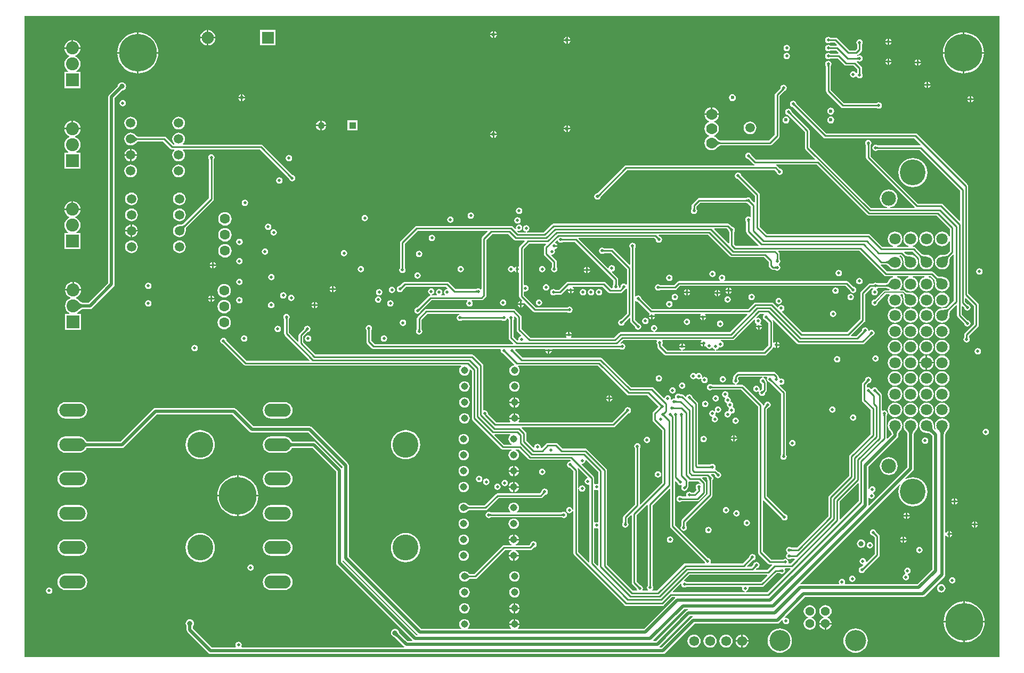
<source format=gbr>
%TF.GenerationSoftware,Altium Limited,Altium Designer,22.2.1 (43)*%
G04 Layer_Physical_Order=3*
G04 Layer_Color=16440176*
%FSLAX44Y44*%
%MOMM*%
%TF.SameCoordinates,040CE2E0-B857-4D47-B26F-9B72162B56B4*%
%TF.FilePolarity,Positive*%
%TF.FileFunction,Copper,L3,Inr,Signal*%
%TF.Part,Single*%
G01*
G75*
%TA.AperFunction,Conductor*%
%ADD51C,0.2540*%
%ADD53C,0.5080*%
%ADD54C,0.1270*%
%TA.AperFunction,ComponentPad*%
%ADD56C,4.0894*%
%ADD57C,2.3114*%
%ADD58C,1.8034*%
%ADD59C,1.5600*%
%ADD61C,1.9500*%
%ADD62R,1.9500X1.9500*%
%ADD63C,1.1400*%
%ADD65C,4.1148*%
%ADD66O,4.1910X2.0955*%
%ADD67C,1.7700*%
%ADD69C,1.6050*%
%ADD71C,1.4986*%
%ADD73R,1.1000X1.1000*%
%ADD74C,1.1000*%
%ADD75C,2.0550*%
%ADD76R,2.0550X2.0550*%
%ADD78C,1.4280*%
%ADD79C,3.3460*%
%TA.AperFunction,ViaPad*%
%ADD80C,0.5000*%
%ADD81C,0.8000*%
%ADD82C,6.0000*%
%ADD83C,0.6000*%
%ADD84C,1.5000*%
G36*
X1792570Y250190D02*
X242570D01*
Y1270190D01*
X1792570D01*
Y250190D01*
D02*
G37*
%LPC*%
G36*
X989330Y1246186D02*
Y1242060D01*
X993456D01*
X993279Y1242952D01*
X992054Y1244784D01*
X990222Y1246009D01*
X989330Y1246186D01*
D02*
G37*
G36*
X986790D02*
X985898Y1246009D01*
X984066Y1244784D01*
X982841Y1242952D01*
X982664Y1242060D01*
X986790D01*
Y1246186D01*
D02*
G37*
G36*
X535280Y1247939D02*
Y1236980D01*
X546239D01*
X545984Y1238918D01*
X544745Y1241908D01*
X542775Y1244475D01*
X540208Y1246445D01*
X537218Y1247684D01*
X535280Y1247939D01*
D02*
G37*
G36*
X532740D02*
X530802Y1247684D01*
X527812Y1246445D01*
X525245Y1244475D01*
X523275Y1241908D01*
X522036Y1238918D01*
X521781Y1236980D01*
X532740D01*
Y1247939D01*
D02*
G37*
G36*
X993456Y1239520D02*
X989330D01*
Y1235394D01*
X990222Y1235571D01*
X992054Y1236796D01*
X993279Y1238628D01*
X993456Y1239520D01*
D02*
G37*
G36*
X986790D02*
X982664D01*
X982841Y1238628D01*
X984066Y1236796D01*
X985898Y1235571D01*
X986790Y1235394D01*
Y1239520D01*
D02*
G37*
G36*
X1106170Y1237296D02*
Y1233170D01*
X1110296D01*
X1110119Y1234062D01*
X1108894Y1235894D01*
X1107062Y1237119D01*
X1106170Y1237296D01*
D02*
G37*
G36*
X1103630D02*
X1102738Y1237119D01*
X1100906Y1235894D01*
X1099681Y1234062D01*
X1099504Y1233170D01*
X1103630D01*
Y1237296D01*
D02*
G37*
G36*
X1616710Y1234246D02*
Y1230630D01*
X1620326D01*
X1620188Y1231327D01*
X1619074Y1232994D01*
X1617406Y1234108D01*
X1616710Y1234246D01*
D02*
G37*
G36*
X1614170D02*
X1613474Y1234108D01*
X1611806Y1232994D01*
X1610692Y1231327D01*
X1610554Y1230630D01*
X1614170D01*
Y1234246D01*
D02*
G37*
G36*
X1110296Y1230630D02*
X1106170D01*
Y1226504D01*
X1107062Y1226681D01*
X1108894Y1227906D01*
X1110119Y1229738D01*
X1110296Y1230630D01*
D02*
G37*
G36*
X1103630D02*
X1099504D01*
X1099681Y1229738D01*
X1100906Y1227906D01*
X1102738Y1226681D01*
X1103630Y1226504D01*
Y1230630D01*
D02*
G37*
G36*
X1620326Y1228090D02*
X1616710D01*
Y1224474D01*
X1617406Y1224612D01*
X1619074Y1225726D01*
X1620188Y1227393D01*
X1620326Y1228090D01*
D02*
G37*
G36*
X1614170D02*
X1610554D01*
X1610692Y1227393D01*
X1611806Y1225726D01*
X1613474Y1224612D01*
X1614170Y1224474D01*
Y1228090D01*
D02*
G37*
G36*
X546239Y1234440D02*
X535280D01*
Y1223481D01*
X537218Y1223736D01*
X540208Y1224975D01*
X542775Y1226945D01*
X544745Y1229512D01*
X545984Y1232502D01*
X546239Y1234440D01*
D02*
G37*
G36*
X532740D02*
X521781D01*
X522036Y1232502D01*
X523275Y1229512D01*
X525245Y1226945D01*
X527812Y1224975D01*
X530802Y1223736D01*
X532740Y1223481D01*
Y1234440D01*
D02*
G37*
G36*
X641600Y1248000D02*
X617020D01*
Y1223420D01*
X641600D01*
Y1248000D01*
D02*
G37*
G36*
X1520190Y1237039D02*
X1518224Y1236648D01*
X1516556Y1235534D01*
X1515442Y1233867D01*
X1515051Y1231900D01*
X1515442Y1229933D01*
X1516556Y1228266D01*
X1518224Y1227152D01*
X1520190Y1226761D01*
X1522157Y1227152D01*
X1523448Y1228015D01*
X1530011D01*
X1533672Y1224355D01*
X1533146Y1223085D01*
X1523448D01*
X1522157Y1223948D01*
X1520190Y1224339D01*
X1518224Y1223948D01*
X1516556Y1222834D01*
X1515442Y1221167D01*
X1515051Y1219200D01*
X1515442Y1217234D01*
X1516556Y1215566D01*
X1518224Y1214452D01*
X1520190Y1214061D01*
X1522157Y1214452D01*
X1523448Y1215315D01*
X1532551D01*
X1536212Y1211655D01*
X1535686Y1210385D01*
X1523448D01*
X1522157Y1211248D01*
X1520190Y1211639D01*
X1518224Y1211248D01*
X1516556Y1210134D01*
X1515442Y1208466D01*
X1515051Y1206500D01*
X1515442Y1204533D01*
X1516556Y1202866D01*
X1518224Y1201752D01*
X1520190Y1201361D01*
X1522157Y1201752D01*
X1523448Y1202615D01*
X1535091D01*
X1545383Y1192323D01*
X1546643Y1191481D01*
X1548130Y1191185D01*
X1560491D01*
X1565835Y1185841D01*
Y1180262D01*
X1565381Y1179874D01*
X1563740Y1180106D01*
X1563194Y1180924D01*
X1561526Y1182038D01*
X1559560Y1182429D01*
X1557594Y1182038D01*
X1555926Y1180924D01*
X1554812Y1179257D01*
X1554421Y1177290D01*
X1554812Y1175323D01*
X1555926Y1173656D01*
X1557594Y1172542D01*
X1559560Y1172151D01*
X1561526Y1172542D01*
X1563194Y1173656D01*
X1563627Y1174306D01*
X1564972Y1174053D01*
X1566086Y1172386D01*
X1567753Y1171272D01*
X1569720Y1170881D01*
X1571687Y1171272D01*
X1573354Y1172386D01*
X1574468Y1174053D01*
X1574859Y1176020D01*
X1574468Y1177987D01*
X1573605Y1179278D01*
Y1187450D01*
X1573309Y1188937D01*
X1572467Y1190197D01*
X1565545Y1197119D01*
X1565925Y1198475D01*
X1566652Y1198679D01*
X1567753Y1197942D01*
X1569720Y1197551D01*
X1571687Y1197942D01*
X1573354Y1199056D01*
X1574468Y1200723D01*
X1574859Y1202690D01*
X1574468Y1204657D01*
X1573354Y1206324D01*
X1571687Y1207438D01*
X1569720Y1207829D01*
X1567753Y1207438D01*
X1566772Y1206781D01*
X1566535Y1206853D01*
X1566486Y1206991D01*
X1566449Y1208206D01*
X1567387Y1208833D01*
X1572467Y1213913D01*
X1573309Y1215173D01*
X1573605Y1216660D01*
Y1224832D01*
X1574468Y1226124D01*
X1574859Y1228090D01*
X1574468Y1230057D01*
X1573354Y1231724D01*
X1571687Y1232838D01*
X1569720Y1233229D01*
X1567753Y1232838D01*
X1566086Y1231724D01*
X1564972Y1230057D01*
X1564581Y1228090D01*
X1564972Y1226124D01*
X1565835Y1224832D01*
Y1218269D01*
X1563031Y1215465D01*
X1553549D01*
X1534367Y1234647D01*
X1533107Y1235489D01*
X1531620Y1235785D01*
X1523448D01*
X1522157Y1236648D01*
X1520190Y1237039D01*
D02*
G37*
G36*
X320040Y1231858D02*
Y1220370D01*
X331528D01*
X331255Y1222445D01*
X329964Y1225563D01*
X327910Y1228240D01*
X325233Y1230294D01*
X322115Y1231585D01*
X320040Y1231858D01*
D02*
G37*
G36*
X317500D02*
X315425Y1231585D01*
X312307Y1230294D01*
X309630Y1228240D01*
X307576Y1225563D01*
X306285Y1222445D01*
X306012Y1220370D01*
X317500D01*
Y1231858D01*
D02*
G37*
G36*
X1454150Y1224339D02*
X1452184Y1223948D01*
X1450516Y1222834D01*
X1449402Y1221167D01*
X1449011Y1219200D01*
X1449402Y1217234D01*
X1450516Y1215566D01*
X1452184Y1214452D01*
X1454150Y1214061D01*
X1456116Y1214452D01*
X1457784Y1215566D01*
X1458898Y1217234D01*
X1459289Y1219200D01*
X1458898Y1221167D01*
X1457784Y1222834D01*
X1456116Y1223948D01*
X1454150Y1224339D01*
D02*
G37*
G36*
X1736090Y1244121D02*
Y1212850D01*
X1767361D01*
X1767059Y1216686D01*
X1765863Y1221666D01*
X1763903Y1226398D01*
X1761227Y1230766D01*
X1757900Y1234660D01*
X1754006Y1237987D01*
X1749639Y1240663D01*
X1744906Y1242623D01*
X1739926Y1243819D01*
X1736090Y1244121D01*
D02*
G37*
G36*
X1733550D02*
X1729714Y1243819D01*
X1724733Y1242623D01*
X1720002Y1240663D01*
X1715634Y1237987D01*
X1711740Y1234660D01*
X1708413Y1230766D01*
X1705737Y1226398D01*
X1703777Y1221666D01*
X1702581Y1216686D01*
X1702279Y1212850D01*
X1733550D01*
Y1244121D01*
D02*
G37*
G36*
X424180D02*
Y1212850D01*
X455451D01*
X455149Y1216686D01*
X453953Y1221666D01*
X451993Y1226398D01*
X449317Y1230766D01*
X445990Y1234660D01*
X442096Y1237987D01*
X437729Y1240663D01*
X432996Y1242623D01*
X428016Y1243819D01*
X424180Y1244121D01*
D02*
G37*
G36*
X421640D02*
X417804Y1243819D01*
X412823Y1242623D01*
X408092Y1240663D01*
X403724Y1237987D01*
X399830Y1234660D01*
X396503Y1230766D01*
X393827Y1226398D01*
X391867Y1221666D01*
X390671Y1216686D01*
X390369Y1212850D01*
X421640D01*
Y1244121D01*
D02*
G37*
G36*
X1454150Y1211639D02*
X1452184Y1211248D01*
X1450516Y1210134D01*
X1449402Y1208466D01*
X1449011Y1206500D01*
X1449402Y1204533D01*
X1450516Y1202866D01*
X1452184Y1201752D01*
X1454150Y1201361D01*
X1456116Y1201752D01*
X1457784Y1202866D01*
X1458898Y1204533D01*
X1459289Y1206500D01*
X1458898Y1208466D01*
X1457784Y1210134D01*
X1456116Y1211248D01*
X1454150Y1211639D01*
D02*
G37*
G36*
X1616710Y1202496D02*
Y1198880D01*
X1620326D01*
X1620188Y1199576D01*
X1619074Y1201244D01*
X1617406Y1202358D01*
X1616710Y1202496D01*
D02*
G37*
G36*
X1614170D02*
X1613474Y1202358D01*
X1611806Y1201244D01*
X1610692Y1199576D01*
X1610554Y1198880D01*
X1614170D01*
Y1202496D01*
D02*
G37*
G36*
X1663700Y1201226D02*
Y1197610D01*
X1667316D01*
X1667178Y1198307D01*
X1666064Y1199974D01*
X1664397Y1201088D01*
X1663700Y1201226D01*
D02*
G37*
G36*
X1661160D02*
X1660464Y1201088D01*
X1658796Y1199974D01*
X1657682Y1198307D01*
X1657544Y1197610D01*
X1661160D01*
Y1201226D01*
D02*
G37*
G36*
X1620326Y1196340D02*
X1616710D01*
Y1192724D01*
X1617406Y1192862D01*
X1619074Y1193976D01*
X1620188Y1195643D01*
X1620326Y1196340D01*
D02*
G37*
G36*
X1614170D02*
X1610554D01*
X1610692Y1195643D01*
X1611806Y1193976D01*
X1613474Y1192862D01*
X1614170Y1192724D01*
Y1196340D01*
D02*
G37*
G36*
X1667316Y1195070D02*
X1663700D01*
Y1191454D01*
X1664397Y1191592D01*
X1666064Y1192706D01*
X1667178Y1194373D01*
X1667316Y1195070D01*
D02*
G37*
G36*
X1661160D02*
X1657544D01*
X1657682Y1194373D01*
X1658796Y1192706D01*
X1660464Y1191592D01*
X1661160Y1191454D01*
Y1195070D01*
D02*
G37*
G36*
X1767361Y1210310D02*
X1736090D01*
Y1179039D01*
X1739926Y1179341D01*
X1744906Y1180537D01*
X1749639Y1182497D01*
X1754006Y1185173D01*
X1757900Y1188500D01*
X1761227Y1192394D01*
X1763903Y1196761D01*
X1765863Y1201494D01*
X1767059Y1206474D01*
X1767361Y1210310D01*
D02*
G37*
G36*
X1733550D02*
X1702279D01*
X1702581Y1206474D01*
X1703777Y1201494D01*
X1705737Y1196761D01*
X1708413Y1192394D01*
X1711740Y1188500D01*
X1715634Y1185173D01*
X1720002Y1182497D01*
X1724733Y1180537D01*
X1729714Y1179341D01*
X1733550Y1179039D01*
Y1210310D01*
D02*
G37*
G36*
X455451D02*
X424180D01*
Y1179039D01*
X428016Y1179341D01*
X432996Y1180537D01*
X437729Y1182497D01*
X442096Y1185173D01*
X445990Y1188500D01*
X449317Y1192394D01*
X451993Y1196761D01*
X453953Y1201494D01*
X455149Y1206474D01*
X455451Y1210310D01*
D02*
G37*
G36*
X421640D02*
X390369D01*
X390671Y1206474D01*
X391867Y1201494D01*
X393827Y1196761D01*
X396503Y1192394D01*
X399830Y1188500D01*
X403724Y1185173D01*
X408092Y1182497D01*
X412823Y1180537D01*
X417804Y1179341D01*
X421640Y1179039D01*
Y1210310D01*
D02*
G37*
G36*
X1678940Y1165666D02*
Y1162050D01*
X1682556D01*
X1682418Y1162747D01*
X1681304Y1164414D01*
X1679637Y1165528D01*
X1678940Y1165666D01*
D02*
G37*
G36*
X1676400D02*
X1675703Y1165528D01*
X1674036Y1164414D01*
X1672922Y1162747D01*
X1672784Y1162050D01*
X1676400D01*
Y1165666D01*
D02*
G37*
G36*
X1682556Y1159510D02*
X1678940D01*
Y1155894D01*
X1679637Y1156032D01*
X1681304Y1157146D01*
X1682418Y1158813D01*
X1682556Y1159510D01*
D02*
G37*
G36*
X1676400D02*
X1672784D01*
X1672922Y1158813D01*
X1674036Y1157146D01*
X1675703Y1156032D01*
X1676400Y1155894D01*
Y1159510D01*
D02*
G37*
G36*
X331528Y1217830D02*
X318770D01*
X306012D01*
X306285Y1215754D01*
X307576Y1212637D01*
X309630Y1209960D01*
X312307Y1207906D01*
X314224Y1207112D01*
Y1205738D01*
X312307Y1204944D01*
X309630Y1202889D01*
X307576Y1200212D01*
X306285Y1197095D01*
X305844Y1193750D01*
X306285Y1190404D01*
X307576Y1187287D01*
X309630Y1184610D01*
X312307Y1182556D01*
X312478Y1182485D01*
X312226Y1181215D01*
X305955D01*
Y1155585D01*
X331585D01*
Y1181215D01*
X325314D01*
X325062Y1182485D01*
X325233Y1182556D01*
X327910Y1184610D01*
X329964Y1187287D01*
X331255Y1190404D01*
X331696Y1193750D01*
X331255Y1197095D01*
X329964Y1200212D01*
X327910Y1202889D01*
X325233Y1204944D01*
X323316Y1205738D01*
Y1207112D01*
X325233Y1207906D01*
X327910Y1209960D01*
X329964Y1212637D01*
X331255Y1215754D01*
X331528Y1217830D01*
D02*
G37*
G36*
X589280Y1145856D02*
Y1141730D01*
X593406D01*
X593229Y1142622D01*
X592004Y1144454D01*
X590172Y1145679D01*
X589280Y1145856D01*
D02*
G37*
G36*
X586740D02*
X585848Y1145679D01*
X584016Y1144454D01*
X582791Y1142622D01*
X582614Y1141730D01*
X586740D01*
Y1145856D01*
D02*
G37*
G36*
X1747520Y1142806D02*
Y1139190D01*
X1751136D01*
X1750998Y1139886D01*
X1749884Y1141554D01*
X1748217Y1142668D01*
X1747520Y1142806D01*
D02*
G37*
G36*
X1744980D02*
X1744283Y1142668D01*
X1742616Y1141554D01*
X1741502Y1139886D01*
X1741364Y1139190D01*
X1744980D01*
Y1142806D01*
D02*
G37*
G36*
X593406Y1139190D02*
X589280D01*
Y1135064D01*
X590172Y1135241D01*
X592004Y1136466D01*
X593229Y1138298D01*
X593406Y1139190D01*
D02*
G37*
G36*
X586740D02*
X582614D01*
X582791Y1138298D01*
X584016Y1136466D01*
X585848Y1135241D01*
X586740Y1135064D01*
Y1139190D01*
D02*
G37*
G36*
X1367790Y1146108D02*
X1365628Y1145679D01*
X1363796Y1144454D01*
X1362571Y1142622D01*
X1362142Y1140460D01*
X1362571Y1138298D01*
X1363796Y1136466D01*
X1365628Y1135241D01*
X1367790Y1134811D01*
X1369952Y1135241D01*
X1371784Y1136466D01*
X1373009Y1138298D01*
X1373439Y1140460D01*
X1373009Y1142622D01*
X1371784Y1144454D01*
X1369952Y1145679D01*
X1367790Y1146108D01*
D02*
G37*
G36*
X1751136Y1136650D02*
X1747520D01*
Y1133034D01*
X1748217Y1133172D01*
X1749884Y1134286D01*
X1750998Y1135954D01*
X1751136Y1136650D01*
D02*
G37*
G36*
X1744980D02*
X1741364D01*
X1741502Y1135954D01*
X1742616Y1134286D01*
X1744283Y1133172D01*
X1744980Y1133034D01*
Y1136650D01*
D02*
G37*
G36*
X398780Y1136709D02*
X396814Y1136318D01*
X395146Y1135204D01*
X394032Y1133537D01*
X393641Y1131570D01*
X394032Y1129604D01*
X395146Y1127936D01*
X396814Y1126822D01*
X398780Y1126431D01*
X400746Y1126822D01*
X402414Y1127936D01*
X403528Y1129604D01*
X403919Y1131570D01*
X403528Y1133537D01*
X402414Y1135204D01*
X400746Y1136318D01*
X398780Y1136709D01*
D02*
G37*
G36*
X1520190Y1198939D02*
X1518224Y1198548D01*
X1516556Y1197434D01*
X1515442Y1195767D01*
X1515051Y1193800D01*
X1515442Y1191833D01*
X1516305Y1190542D01*
Y1150620D01*
X1516601Y1149133D01*
X1517443Y1147873D01*
X1540303Y1125013D01*
X1541563Y1124171D01*
X1543050Y1123875D01*
X1596942D01*
X1598233Y1123012D01*
X1600200Y1122621D01*
X1602166Y1123012D01*
X1603834Y1124126D01*
X1604948Y1125794D01*
X1605339Y1127760D01*
X1604948Y1129726D01*
X1603834Y1131394D01*
X1602166Y1132508D01*
X1600200Y1132899D01*
X1598233Y1132508D01*
X1596942Y1131645D01*
X1544659D01*
X1524075Y1152229D01*
Y1190542D01*
X1524938Y1191833D01*
X1525329Y1193800D01*
X1524938Y1195767D01*
X1523824Y1197434D01*
X1522157Y1198548D01*
X1520190Y1198939D01*
D02*
G37*
G36*
X1336040Y1125051D02*
Y1115000D01*
X1346091D01*
X1345867Y1116703D01*
X1344719Y1119474D01*
X1342893Y1121853D01*
X1340514Y1123679D01*
X1337743Y1124827D01*
X1336040Y1125051D01*
D02*
G37*
G36*
X1333500D02*
X1331797Y1124827D01*
X1329026Y1123679D01*
X1326647Y1121853D01*
X1324821Y1119474D01*
X1323673Y1116703D01*
X1323449Y1115000D01*
X1333500D01*
Y1125051D01*
D02*
G37*
G36*
X1524000Y1124519D02*
X1521838Y1124089D01*
X1520006Y1122864D01*
X1518781Y1121032D01*
X1518351Y1118870D01*
X1518781Y1116708D01*
X1520006Y1114876D01*
X1521838Y1113651D01*
X1524000Y1113222D01*
X1526162Y1113651D01*
X1527994Y1114876D01*
X1529219Y1116708D01*
X1529648Y1118870D01*
X1529219Y1121032D01*
X1527994Y1122864D01*
X1526162Y1124089D01*
X1524000Y1124519D01*
D02*
G37*
G36*
Y1110548D02*
X1521838Y1110119D01*
X1520006Y1108894D01*
X1518781Y1107062D01*
X1518351Y1104900D01*
X1518781Y1102738D01*
X1520006Y1100906D01*
X1521838Y1099681D01*
X1524000Y1099251D01*
X1526162Y1099681D01*
X1527994Y1100906D01*
X1529219Y1102738D01*
X1529648Y1104900D01*
X1529219Y1107062D01*
X1527994Y1108894D01*
X1526162Y1110119D01*
X1524000Y1110548D01*
D02*
G37*
G36*
X1452880D02*
X1450718Y1110119D01*
X1448886Y1108894D01*
X1447661Y1107062D01*
X1447231Y1104900D01*
X1447661Y1102738D01*
X1448886Y1100906D01*
X1450718Y1099681D01*
X1452880Y1099251D01*
X1455042Y1099681D01*
X1456874Y1100906D01*
X1458099Y1102738D01*
X1458528Y1104900D01*
X1458099Y1107062D01*
X1456874Y1108894D01*
X1455042Y1110119D01*
X1452880Y1110548D01*
D02*
G37*
G36*
X715410Y1103952D02*
Y1097280D01*
X722082D01*
X721973Y1098109D01*
X721163Y1100065D01*
X719874Y1101744D01*
X718195Y1103033D01*
X716239Y1103843D01*
X715410Y1103952D01*
D02*
G37*
G36*
X712870D02*
X712041Y1103843D01*
X710085Y1103033D01*
X708406Y1101744D01*
X707117Y1100065D01*
X706307Y1098109D01*
X706198Y1097280D01*
X712870D01*
Y1103952D01*
D02*
G37*
G36*
X1106170Y1096326D02*
Y1092200D01*
X1110296D01*
X1110119Y1093092D01*
X1108894Y1094924D01*
X1107062Y1096149D01*
X1106170Y1096326D01*
D02*
G37*
G36*
X1103630D02*
X1102738Y1096149D01*
X1100906Y1094924D01*
X1099681Y1093092D01*
X1099504Y1092200D01*
X1103630D01*
Y1096326D01*
D02*
G37*
G36*
X320040Y1103605D02*
Y1092117D01*
X331528D01*
X331255Y1094192D01*
X329964Y1097309D01*
X327910Y1099986D01*
X325233Y1102041D01*
X322115Y1103332D01*
X320040Y1103605D01*
D02*
G37*
G36*
X317500D02*
X315425Y1103332D01*
X312307Y1102041D01*
X309630Y1099986D01*
X307576Y1097309D01*
X306285Y1094192D01*
X306012Y1092117D01*
X317500D01*
Y1103605D01*
D02*
G37*
G36*
X487680Y1109940D02*
X485061Y1109595D01*
X482620Y1108584D01*
X480524Y1106976D01*
X478916Y1104880D01*
X477905Y1102439D01*
X477560Y1099820D01*
X477905Y1097201D01*
X478916Y1094760D01*
X480524Y1092664D01*
X482620Y1091056D01*
X485061Y1090045D01*
X487680Y1089700D01*
X490299Y1090045D01*
X492740Y1091056D01*
X494836Y1092664D01*
X496444Y1094760D01*
X497455Y1097201D01*
X497800Y1099820D01*
X497455Y1102439D01*
X496444Y1104880D01*
X494836Y1106976D01*
X492740Y1108584D01*
X490299Y1109595D01*
X487680Y1109940D01*
D02*
G37*
G36*
X411480D02*
X408861Y1109595D01*
X406420Y1108584D01*
X404324Y1106976D01*
X402716Y1104880D01*
X401705Y1102439D01*
X401360Y1099820D01*
X401705Y1097201D01*
X402716Y1094760D01*
X404324Y1092664D01*
X406420Y1091056D01*
X408861Y1090045D01*
X411480Y1089700D01*
X414099Y1090045D01*
X416540Y1091056D01*
X418636Y1092664D01*
X420244Y1094760D01*
X421255Y1097201D01*
X421600Y1099820D01*
X421255Y1102439D01*
X420244Y1104880D01*
X418636Y1106976D01*
X416540Y1108584D01*
X414099Y1109595D01*
X411480Y1109940D01*
D02*
G37*
G36*
X722082Y1094740D02*
X715410D01*
Y1088068D01*
X716239Y1088177D01*
X718195Y1088987D01*
X719874Y1090276D01*
X721163Y1091955D01*
X721973Y1093911D01*
X722082Y1094740D01*
D02*
G37*
G36*
X712870D02*
X706198D01*
X706307Y1093911D01*
X707117Y1091955D01*
X708406Y1090276D01*
X710085Y1088987D01*
X712041Y1088177D01*
X712870Y1088068D01*
Y1094740D01*
D02*
G37*
G36*
X772180Y1104050D02*
X756100D01*
Y1087970D01*
X772180D01*
Y1104050D01*
D02*
G37*
G36*
X1110296Y1089660D02*
X1106170D01*
Y1085534D01*
X1107062Y1085711D01*
X1108894Y1086936D01*
X1110119Y1088768D01*
X1110296Y1089660D01*
D02*
G37*
G36*
X1103630D02*
X1099504D01*
X1099681Y1088768D01*
X1100906Y1086936D01*
X1102738Y1085711D01*
X1103630Y1085534D01*
Y1089660D01*
D02*
G37*
G36*
X989330Y1087436D02*
Y1083310D01*
X993456D01*
X993279Y1084202D01*
X992054Y1086034D01*
X990222Y1087259D01*
X989330Y1087436D01*
D02*
G37*
G36*
X986790D02*
X985898Y1087259D01*
X984066Y1086034D01*
X982841Y1084202D01*
X982664Y1083310D01*
X986790D01*
Y1087436D01*
D02*
G37*
G36*
X1395730Y1102327D02*
X1393109Y1101982D01*
X1390667Y1100970D01*
X1388569Y1099361D01*
X1386960Y1097263D01*
X1385948Y1094821D01*
X1385603Y1092200D01*
X1385948Y1089579D01*
X1386960Y1087137D01*
X1388569Y1085039D01*
X1390667Y1083430D01*
X1393109Y1082418D01*
X1395730Y1082073D01*
X1398351Y1082418D01*
X1400793Y1083430D01*
X1402891Y1085039D01*
X1404500Y1087137D01*
X1405512Y1089579D01*
X1405857Y1092200D01*
X1405512Y1094821D01*
X1404500Y1097263D01*
X1402891Y1099361D01*
X1400793Y1100970D01*
X1398351Y1101982D01*
X1395730Y1102327D01*
D02*
G37*
G36*
X993456Y1080770D02*
X989330D01*
Y1076644D01*
X990222Y1076821D01*
X992054Y1078046D01*
X993279Y1079878D01*
X993456Y1080770D01*
D02*
G37*
G36*
X986790D02*
X982664D01*
X982841Y1079878D01*
X984066Y1078046D01*
X985898Y1076821D01*
X986790Y1076644D01*
Y1080770D01*
D02*
G37*
G36*
X1449070Y1160839D02*
X1447103Y1160448D01*
X1445436Y1159334D01*
X1444322Y1157666D01*
X1443931Y1155700D01*
X1443983Y1155441D01*
X1436163Y1147621D01*
X1435321Y1146361D01*
X1435025Y1144874D01*
Y1081109D01*
X1425931Y1072015D01*
X1348639D01*
X1348633Y1072015D01*
X1348328Y1072085D01*
X1347919Y1072234D01*
X1347415Y1072476D01*
X1346828Y1072820D01*
X1346168Y1073270D01*
X1345465Y1073811D01*
X1343807Y1075281D01*
X1343114Y1075965D01*
X1342893Y1076253D01*
X1340514Y1078079D01*
X1338671Y1078843D01*
Y1080217D01*
X1340514Y1080981D01*
X1342893Y1082807D01*
X1344719Y1085186D01*
X1345867Y1087957D01*
X1346258Y1090930D01*
X1345867Y1093903D01*
X1344719Y1096674D01*
X1342893Y1099053D01*
X1340514Y1100879D01*
X1338671Y1101643D01*
Y1103017D01*
X1340514Y1103781D01*
X1342893Y1105607D01*
X1344719Y1107986D01*
X1345867Y1110757D01*
X1346091Y1112460D01*
X1334770D01*
X1323449D01*
X1323673Y1110757D01*
X1324821Y1107986D01*
X1326647Y1105607D01*
X1329026Y1103781D01*
X1330869Y1103017D01*
Y1101643D01*
X1329026Y1100879D01*
X1326647Y1099053D01*
X1324821Y1096674D01*
X1323673Y1093903D01*
X1323282Y1090930D01*
X1323673Y1087957D01*
X1324821Y1085186D01*
X1326647Y1082807D01*
X1329026Y1080981D01*
X1330869Y1080217D01*
Y1078843D01*
X1329026Y1078079D01*
X1326647Y1076253D01*
X1324821Y1073874D01*
X1323673Y1071103D01*
X1323282Y1068130D01*
X1323673Y1065157D01*
X1324821Y1062386D01*
X1326647Y1060006D01*
X1329026Y1058181D01*
X1331797Y1057033D01*
X1334770Y1056642D01*
X1337743Y1057033D01*
X1340514Y1058181D01*
X1342893Y1060006D01*
X1343114Y1060294D01*
X1343807Y1060979D01*
X1345466Y1062449D01*
X1346168Y1062989D01*
X1346828Y1063440D01*
X1347415Y1063784D01*
X1347919Y1064026D01*
X1348328Y1064175D01*
X1348633Y1064245D01*
X1348639Y1064245D01*
X1427540D01*
X1429026Y1064541D01*
X1430287Y1065383D01*
X1441657Y1076753D01*
X1442499Y1078013D01*
X1442795Y1079500D01*
Y1143266D01*
X1450229Y1150700D01*
X1450382Y1150820D01*
X1450386Y1150822D01*
X1450389Y1150824D01*
X1451037Y1150952D01*
X1452704Y1152066D01*
X1453818Y1153734D01*
X1454209Y1155700D01*
X1453818Y1157666D01*
X1452704Y1159334D01*
X1451037Y1160448D01*
X1449070Y1160839D01*
D02*
G37*
G36*
X487680Y1084540D02*
X485061Y1084195D01*
X482620Y1083184D01*
X480524Y1081576D01*
X478916Y1079480D01*
X477905Y1077039D01*
X477560Y1074420D01*
X477905Y1071801D01*
X478916Y1069360D01*
X480524Y1067264D01*
X481032Y1066875D01*
X480601Y1065605D01*
X479129D01*
X467567Y1077167D01*
X466307Y1078009D01*
X464820Y1078305D01*
X423162D01*
X422940Y1078352D01*
X422617Y1078461D01*
X422219Y1078640D01*
X421756Y1078899D01*
X421234Y1079242D01*
X420685Y1079653D01*
X419360Y1080809D01*
X418802Y1081359D01*
X418636Y1081576D01*
X416540Y1083184D01*
X414099Y1084195D01*
X411480Y1084540D01*
X408861Y1084195D01*
X406420Y1083184D01*
X404324Y1081576D01*
X402716Y1079480D01*
X401705Y1077039D01*
X401360Y1074420D01*
X401705Y1071801D01*
X402716Y1069360D01*
X404324Y1067264D01*
X406420Y1065656D01*
X408861Y1064645D01*
X411480Y1064300D01*
X414099Y1064645D01*
X416540Y1065656D01*
X418636Y1067264D01*
X418802Y1067481D01*
X419360Y1068030D01*
X420685Y1069187D01*
X421234Y1069598D01*
X421756Y1069941D01*
X422219Y1070200D01*
X422617Y1070379D01*
X422940Y1070489D01*
X423162Y1070535D01*
X463211D01*
X474773Y1058973D01*
X476033Y1058131D01*
X477520Y1057835D01*
X480601D01*
X481032Y1056565D01*
X480524Y1056176D01*
X478916Y1054080D01*
X477905Y1051639D01*
X477560Y1049020D01*
X477905Y1046401D01*
X478916Y1043960D01*
X480524Y1041864D01*
X482620Y1040256D01*
X485061Y1039245D01*
X487680Y1038900D01*
X490299Y1039245D01*
X492740Y1040256D01*
X494836Y1041864D01*
X496444Y1043960D01*
X497455Y1046401D01*
X497800Y1049020D01*
X497455Y1051639D01*
X496444Y1054080D01*
X494836Y1056176D01*
X494328Y1056565D01*
X494759Y1057835D01*
X616881D01*
X662969Y1011747D01*
X663272Y1010223D01*
X664386Y1008556D01*
X666053Y1007442D01*
X668020Y1007051D01*
X669986Y1007442D01*
X671654Y1008556D01*
X672768Y1010223D01*
X673159Y1012190D01*
X672768Y1014156D01*
X671654Y1015824D01*
X669986Y1016938D01*
X668463Y1017241D01*
X621237Y1064467D01*
X619977Y1065309D01*
X618490Y1065605D01*
X494759D01*
X494328Y1066875D01*
X494836Y1067264D01*
X496444Y1069360D01*
X497455Y1071801D01*
X497800Y1074420D01*
X497455Y1077039D01*
X496444Y1079480D01*
X494836Y1081576D01*
X492740Y1083184D01*
X490299Y1084195D01*
X487680Y1084540D01*
D02*
G37*
G36*
X1464310Y1135439D02*
X1462343Y1135048D01*
X1460676Y1133934D01*
X1459562Y1132266D01*
X1459171Y1130300D01*
X1459562Y1128334D01*
X1460676Y1126666D01*
X1462343Y1125552D01*
X1463867Y1125249D01*
X1512363Y1076753D01*
X1513623Y1075911D01*
X1515110Y1075615D01*
X1657011D01*
X1667054Y1065573D01*
X1666496Y1064335D01*
X1598378D01*
X1597086Y1065198D01*
X1595120Y1065589D01*
X1593154Y1065198D01*
X1591486Y1064084D01*
X1590372Y1062417D01*
X1589981Y1060450D01*
X1590372Y1058484D01*
X1591486Y1056816D01*
X1593154Y1055702D01*
X1595120Y1055311D01*
X1597086Y1055702D01*
X1598378Y1056565D01*
X1665367D01*
X1729665Y992268D01*
Y944488D01*
X1728492Y944002D01*
X1702007Y970487D01*
X1700747Y971329D01*
X1699260Y971625D01*
X1662769D01*
X1587575Y1046819D01*
Y1064812D01*
X1588438Y1066104D01*
X1588829Y1068070D01*
X1588438Y1070036D01*
X1587324Y1071704D01*
X1585656Y1072818D01*
X1583690Y1073209D01*
X1581723Y1072818D01*
X1580056Y1071704D01*
X1578942Y1070036D01*
X1578551Y1068070D01*
X1578942Y1066104D01*
X1579805Y1064812D01*
Y1045210D01*
X1580101Y1043723D01*
X1580943Y1042463D01*
X1657370Y966037D01*
X1656844Y964767D01*
X1618741D01*
X1618658Y966037D01*
X1619882Y966198D01*
X1623311Y967618D01*
X1626256Y969878D01*
X1628516Y972823D01*
X1629936Y976252D01*
X1630421Y979932D01*
X1629936Y983612D01*
X1628516Y987041D01*
X1626256Y989986D01*
X1623311Y992246D01*
X1619882Y993666D01*
X1616202Y994151D01*
X1612522Y993666D01*
X1609093Y992246D01*
X1606148Y989986D01*
X1603888Y987041D01*
X1602468Y983612D01*
X1601983Y979932D01*
X1602468Y976252D01*
X1603888Y972823D01*
X1606148Y969878D01*
X1609093Y967618D01*
X1612522Y966198D01*
X1613746Y966037D01*
X1613663Y964767D01*
X1588093D01*
X1490547Y1062313D01*
Y1087628D01*
X1490251Y1089115D01*
X1489409Y1090375D01*
X1461741Y1118043D01*
X1461438Y1119566D01*
X1460324Y1121234D01*
X1458656Y1122348D01*
X1456690Y1122739D01*
X1454724Y1122348D01*
X1453056Y1121234D01*
X1451942Y1119566D01*
X1451551Y1117600D01*
X1451942Y1115633D01*
X1453056Y1113966D01*
X1454724Y1112852D01*
X1456247Y1112549D01*
X1482777Y1086019D01*
Y1060704D01*
X1483073Y1059217D01*
X1483915Y1057957D01*
X1499224Y1042648D01*
X1498738Y1041475D01*
X1404959D01*
X1398241Y1048193D01*
X1397938Y1049716D01*
X1396824Y1051384D01*
X1395157Y1052498D01*
X1393190Y1052889D01*
X1391223Y1052498D01*
X1389556Y1051384D01*
X1388442Y1049716D01*
X1388051Y1047750D01*
X1388442Y1045783D01*
X1389556Y1044116D01*
X1391223Y1043002D01*
X1392747Y1042699D01*
X1400603Y1034843D01*
X1401863Y1034001D01*
X1402599Y1033855D01*
X1402474Y1032585D01*
X1198880D01*
X1197393Y1032289D01*
X1196133Y1031447D01*
X1152717Y988031D01*
X1151193Y987728D01*
X1149526Y986614D01*
X1148412Y984947D01*
X1148021Y982980D01*
X1148412Y981013D01*
X1149526Y979346D01*
X1151193Y978232D01*
X1153160Y977841D01*
X1155126Y978232D01*
X1156794Y979346D01*
X1157908Y981013D01*
X1158211Y982537D01*
X1200489Y1024815D01*
X1434761D01*
X1437669Y1021907D01*
X1437972Y1020384D01*
X1439086Y1018716D01*
X1440753Y1017602D01*
X1442720Y1017211D01*
X1444686Y1017602D01*
X1446354Y1018716D01*
X1447468Y1020384D01*
X1447859Y1022350D01*
X1447468Y1024316D01*
X1446354Y1025984D01*
X1444686Y1027098D01*
X1443163Y1027401D01*
X1439117Y1031447D01*
X1437857Y1032289D01*
X1437121Y1032435D01*
X1437246Y1033705D01*
X1502071D01*
X1582213Y953563D01*
X1583473Y952721D01*
X1584960Y952425D01*
X1692571D01*
X1713155Y931841D01*
Y919681D01*
X1711885Y919428D01*
X1711133Y921244D01*
X1709281Y923659D01*
X1706866Y925511D01*
X1704055Y926675D01*
X1701038Y927073D01*
X1698021Y926675D01*
X1695210Y925511D01*
X1692795Y923659D01*
X1690943Y921244D01*
X1689778Y918433D01*
X1689381Y915416D01*
X1689778Y912399D01*
X1690943Y909588D01*
X1692795Y907173D01*
X1695210Y905321D01*
X1698021Y904156D01*
X1701038Y903759D01*
X1704055Y904156D01*
X1706866Y905321D01*
X1709281Y907173D01*
X1711133Y909588D01*
X1711885Y911404D01*
X1713155Y911151D01*
Y896197D01*
X1708291Y891333D01*
X1708280Y891324D01*
X1708008Y891154D01*
X1707602Y890965D01*
X1707060Y890776D01*
X1706383Y890602D01*
X1705577Y890451D01*
X1704674Y890334D01*
X1702406Y890199D01*
X1701409Y890194D01*
X1701038Y890243D01*
X1698021Y889846D01*
X1695210Y888681D01*
X1692795Y886829D01*
X1690943Y884414D01*
X1689778Y881603D01*
X1689381Y878586D01*
X1689778Y875569D01*
X1690943Y872758D01*
X1692795Y870343D01*
X1695210Y868491D01*
X1698021Y867327D01*
X1701038Y866929D01*
X1704055Y867327D01*
X1706866Y868491D01*
X1709281Y870343D01*
X1711133Y872758D01*
X1712298Y875569D01*
X1712695Y878586D01*
X1712646Y878957D01*
X1712651Y879954D01*
X1712787Y882222D01*
X1712903Y883125D01*
X1713054Y883931D01*
X1713228Y884608D01*
X1713417Y885150D01*
X1713606Y885556D01*
X1713776Y885828D01*
X1713785Y885839D01*
X1718332Y890386D01*
X1719505Y889900D01*
Y817457D01*
X1708291Y806243D01*
X1708280Y806234D01*
X1708008Y806064D01*
X1707602Y805875D01*
X1707060Y805686D01*
X1706383Y805512D01*
X1705577Y805361D01*
X1704674Y805245D01*
X1702406Y805109D01*
X1701409Y805104D01*
X1701038Y805153D01*
X1698021Y804755D01*
X1695210Y803591D01*
X1692795Y801739D01*
X1690943Y799324D01*
X1689778Y796513D01*
X1689381Y793496D01*
X1689778Y790479D01*
X1690943Y787668D01*
X1692795Y785253D01*
X1695210Y783401D01*
X1698021Y782236D01*
X1701038Y781839D01*
X1704055Y782236D01*
X1706866Y783401D01*
X1709281Y785253D01*
X1711133Y787668D01*
X1712298Y790479D01*
X1712695Y793496D01*
X1712646Y793867D01*
X1712651Y794864D01*
X1712787Y797132D01*
X1712903Y798035D01*
X1713054Y798841D01*
X1713228Y799518D01*
X1713417Y800060D01*
X1713606Y800466D01*
X1713776Y800738D01*
X1713785Y800749D01*
X1723412Y810376D01*
X1724585Y809890D01*
Y793750D01*
X1724881Y792263D01*
X1725723Y791003D01*
X1736119Y780607D01*
X1736422Y779083D01*
X1737536Y777416D01*
X1739203Y776302D01*
X1741170Y775911D01*
X1743136Y776302D01*
X1744804Y777416D01*
X1745918Y779083D01*
X1746309Y781050D01*
X1745918Y783017D01*
X1744804Y784684D01*
X1743136Y785798D01*
X1741613Y786101D01*
X1732355Y795359D01*
Y808112D01*
X1733528Y808598D01*
X1736119Y806007D01*
X1736422Y804483D01*
X1737536Y802816D01*
X1739203Y801702D01*
X1741170Y801311D01*
X1743136Y801702D01*
X1744804Y802816D01*
X1745918Y804483D01*
X1746309Y806450D01*
X1745918Y808417D01*
X1744804Y810084D01*
X1743136Y811198D01*
X1741613Y811501D01*
X1737435Y815679D01*
Y820812D01*
X1738608Y821298D01*
X1751255Y808651D01*
Y780119D01*
X1737153Y766017D01*
X1736311Y764757D01*
X1736015Y763270D01*
Y758908D01*
X1735152Y757617D01*
X1734761Y755650D01*
X1735152Y753683D01*
X1736266Y752016D01*
X1737934Y750902D01*
X1739900Y750511D01*
X1741866Y750902D01*
X1743534Y752016D01*
X1744648Y753683D01*
X1745039Y755650D01*
X1744648Y757617D01*
X1743785Y758908D01*
Y761661D01*
X1757887Y775763D01*
X1758729Y777023D01*
X1759025Y778510D01*
Y810260D01*
X1758729Y811747D01*
X1757887Y813007D01*
X1742515Y828379D01*
Y999490D01*
X1742219Y1000977D01*
X1741377Y1002237D01*
X1661367Y1082247D01*
X1660107Y1083089D01*
X1658620Y1083385D01*
X1516719D01*
X1469361Y1130743D01*
X1469058Y1132266D01*
X1467944Y1133934D01*
X1466277Y1135048D01*
X1464310Y1135439D01*
D02*
G37*
G36*
X412750Y1058972D02*
Y1050290D01*
X421432D01*
X421255Y1051639D01*
X420244Y1054080D01*
X418636Y1056176D01*
X416540Y1057784D01*
X414099Y1058795D01*
X412750Y1058972D01*
D02*
G37*
G36*
X410210D02*
X408861Y1058795D01*
X406420Y1057784D01*
X404324Y1056176D01*
X402716Y1054080D01*
X401705Y1051639D01*
X401528Y1050290D01*
X410210D01*
Y1058972D01*
D02*
G37*
G36*
X421432Y1047750D02*
X412750D01*
Y1039068D01*
X414099Y1039245D01*
X416540Y1040256D01*
X418636Y1041864D01*
X420244Y1043960D01*
X421255Y1046401D01*
X421432Y1047750D01*
D02*
G37*
G36*
X410210D02*
X401528D01*
X401705Y1046401D01*
X402716Y1043960D01*
X404324Y1041864D01*
X406420Y1040256D01*
X408861Y1039245D01*
X410210Y1039068D01*
Y1047750D01*
D02*
G37*
G36*
X662940Y1049079D02*
X660974Y1048688D01*
X659306Y1047574D01*
X658192Y1045907D01*
X657801Y1043940D01*
X658192Y1041973D01*
X659306Y1040306D01*
X660974Y1039192D01*
X662940Y1038801D01*
X664906Y1039192D01*
X666574Y1040306D01*
X667688Y1041973D01*
X668079Y1043940D01*
X667688Y1045907D01*
X666574Y1047574D01*
X664906Y1048688D01*
X662940Y1049079D01*
D02*
G37*
G36*
X331528Y1089577D02*
X318770D01*
X306012D01*
X306285Y1087501D01*
X307576Y1084384D01*
X309630Y1081707D01*
X312307Y1079653D01*
X314224Y1078859D01*
Y1077484D01*
X312307Y1076690D01*
X309630Y1074636D01*
X307576Y1071959D01*
X306285Y1068842D01*
X305844Y1065497D01*
X306285Y1062151D01*
X307576Y1059034D01*
X309630Y1056357D01*
X312307Y1054303D01*
X312478Y1054232D01*
X312226Y1052962D01*
X305955D01*
Y1027332D01*
X331585D01*
Y1052962D01*
X325314D01*
X325062Y1054232D01*
X325233Y1054303D01*
X327910Y1056357D01*
X329964Y1059034D01*
X331255Y1062151D01*
X331696Y1065497D01*
X331255Y1068842D01*
X329964Y1071959D01*
X327910Y1074636D01*
X325233Y1076690D01*
X323316Y1077484D01*
Y1078859D01*
X325233Y1079653D01*
X327910Y1081707D01*
X329964Y1084384D01*
X331255Y1087501D01*
X331528Y1089577D01*
D02*
G37*
G36*
X487680Y1033740D02*
X485061Y1033395D01*
X482620Y1032384D01*
X480524Y1030776D01*
X478916Y1028680D01*
X477905Y1026239D01*
X477560Y1023620D01*
X477905Y1021001D01*
X478916Y1018560D01*
X480524Y1016464D01*
X482620Y1014856D01*
X485061Y1013845D01*
X487680Y1013500D01*
X490299Y1013845D01*
X492740Y1014856D01*
X494836Y1016464D01*
X496444Y1018560D01*
X497455Y1021001D01*
X497800Y1023620D01*
X497455Y1026239D01*
X496444Y1028680D01*
X494836Y1030776D01*
X492740Y1032384D01*
X490299Y1033395D01*
X487680Y1033740D01*
D02*
G37*
G36*
X411480D02*
X408861Y1033395D01*
X406420Y1032384D01*
X404324Y1030776D01*
X402716Y1028680D01*
X401705Y1026239D01*
X401360Y1023620D01*
X401705Y1021001D01*
X402716Y1018560D01*
X404324Y1016464D01*
X406420Y1014856D01*
X408861Y1013845D01*
X411480Y1013500D01*
X414099Y1013845D01*
X416540Y1014856D01*
X418636Y1016464D01*
X420244Y1018560D01*
X421255Y1021001D01*
X421600Y1023620D01*
X421255Y1026239D01*
X420244Y1028680D01*
X418636Y1030776D01*
X416540Y1032384D01*
X414099Y1033395D01*
X411480Y1033740D01*
D02*
G37*
G36*
X647700Y1013519D02*
X645733Y1013128D01*
X644066Y1012014D01*
X642952Y1010347D01*
X642561Y1008380D01*
X642952Y1006413D01*
X644066Y1004746D01*
X645733Y1003632D01*
X647700Y1003241D01*
X649667Y1003632D01*
X651334Y1004746D01*
X652448Y1006413D01*
X652839Y1008380D01*
X652448Y1010347D01*
X651334Y1012014D01*
X649667Y1013128D01*
X647700Y1013519D01*
D02*
G37*
G36*
X1654556Y1044178D02*
X1650050Y1043734D01*
X1645717Y1042420D01*
X1641723Y1040285D01*
X1638223Y1037413D01*
X1635350Y1033913D01*
X1633216Y1029919D01*
X1631902Y1025586D01*
X1631458Y1021080D01*
X1631902Y1016574D01*
X1633216Y1012241D01*
X1635350Y1008247D01*
X1638223Y1004747D01*
X1641723Y1001874D01*
X1645717Y999740D01*
X1650050Y998426D01*
X1654556Y997982D01*
X1659062Y998426D01*
X1663395Y999740D01*
X1667389Y1001874D01*
X1670889Y1004747D01*
X1673761Y1008247D01*
X1675896Y1012241D01*
X1677210Y1016574D01*
X1677654Y1021080D01*
X1677210Y1025586D01*
X1675896Y1029919D01*
X1673761Y1033913D01*
X1670889Y1037413D01*
X1667389Y1040285D01*
X1663395Y1042420D01*
X1659062Y1043734D01*
X1654556Y1044178D01*
D02*
G37*
G36*
X1376680Y1021139D02*
X1374713Y1020748D01*
X1373046Y1019634D01*
X1371932Y1017967D01*
X1371541Y1016000D01*
X1371932Y1014034D01*
X1373046Y1012366D01*
X1374713Y1011252D01*
X1376237Y1010949D01*
X1403275Y983911D01*
Y973698D01*
X1402102Y973212D01*
X1398241Y977073D01*
X1397938Y978596D01*
X1396824Y980264D01*
X1395157Y981378D01*
X1393190Y981769D01*
X1391223Y981378D01*
X1389932Y980515D01*
X1314450D01*
X1312963Y980219D01*
X1311703Y979377D01*
X1304083Y971757D01*
X1303241Y970497D01*
X1302945Y969010D01*
Y963378D01*
X1302082Y962086D01*
X1301691Y960120D01*
X1302082Y958154D01*
X1303196Y956486D01*
X1304863Y955372D01*
X1306830Y954981D01*
X1308797Y955372D01*
X1310464Y956486D01*
X1311578Y958154D01*
X1311969Y960120D01*
X1311578Y962086D01*
X1310715Y963378D01*
Y967401D01*
X1316059Y972745D01*
X1389932D01*
X1391223Y971882D01*
X1392747Y971579D01*
X1396925Y967401D01*
Y951243D01*
X1395655Y950564D01*
X1395157Y950898D01*
X1393190Y951289D01*
X1391223Y950898D01*
X1389556Y949784D01*
X1388442Y948117D01*
X1388051Y946150D01*
X1388442Y944184D01*
X1389305Y942892D01*
Y927100D01*
X1389601Y925613D01*
X1390443Y924353D01*
X1409308Y905488D01*
X1408822Y904315D01*
X1395730D01*
X1373209D01*
X1370405Y907119D01*
Y926382D01*
X1371268Y927673D01*
X1371659Y929640D01*
X1371268Y931607D01*
X1370154Y933274D01*
X1368486Y934388D01*
X1366963Y934691D01*
X1362917Y938737D01*
X1361657Y939579D01*
X1360170Y939875D01*
X1083310D01*
X1081823Y939579D01*
X1080563Y938737D01*
X1067731Y925905D01*
X1040926D01*
X1040800Y927175D01*
X1042096Y927432D01*
X1043764Y928546D01*
X1044878Y930213D01*
X1045269Y932180D01*
X1044878Y934146D01*
X1043764Y935814D01*
X1042096Y936928D01*
X1040130Y937319D01*
X1038164Y936928D01*
X1036496Y935814D01*
X1035382Y934146D01*
X1034991Y932180D01*
X1035382Y930213D01*
X1036496Y928546D01*
X1038164Y927432D01*
X1039460Y927175D01*
X1039334Y925905D01*
X1027769D01*
X1026026Y927648D01*
X1026733Y928702D01*
X1028700Y928311D01*
X1030667Y928702D01*
X1032334Y929816D01*
X1033448Y931484D01*
X1033839Y933450D01*
X1033448Y935416D01*
X1032334Y937084D01*
X1030667Y938198D01*
X1028700Y938589D01*
X1026733Y938198D01*
X1025066Y937084D01*
X1023952Y935416D01*
X1023561Y933450D01*
X1023952Y931484D01*
X1022898Y930776D01*
X1018747Y934927D01*
X1017487Y935769D01*
X1016000Y936065D01*
X866140D01*
X864653Y935769D01*
X863393Y934927D01*
X840533Y912067D01*
X839691Y910807D01*
X839395Y909320D01*
Y869398D01*
X838532Y868107D01*
X838141Y866140D01*
X838532Y864174D01*
X839646Y862506D01*
X841313Y861392D01*
X843280Y861001D01*
X845247Y861392D01*
X846914Y862506D01*
X848028Y864174D01*
X848419Y866140D01*
X848028Y868107D01*
X847165Y869398D01*
Y907711D01*
X867749Y928295D01*
X978292D01*
X978778Y927122D01*
X970073Y918417D01*
X969231Y917157D01*
X968935Y915670D01*
Y835717D01*
X967665Y835331D01*
X967564Y835484D01*
X965897Y836598D01*
X963930Y836989D01*
X961964Y836598D01*
X960672Y835735D01*
X927439D01*
X917147Y846027D01*
X915887Y846869D01*
X914400Y847165D01*
X847090D01*
X845603Y846869D01*
X844343Y846027D01*
X839027Y840711D01*
X837504Y840408D01*
X835836Y839294D01*
X834722Y837626D01*
X834331Y835660D01*
X834722Y833693D01*
X835836Y832026D01*
X837504Y830912D01*
X839470Y830521D01*
X841436Y830912D01*
X843104Y832026D01*
X844218Y833693D01*
X844521Y835217D01*
X848699Y839395D01*
X912791D01*
X915365Y836822D01*
X914739Y835651D01*
X914400Y835719D01*
X912433Y835328D01*
X910766Y834214D01*
X909652Y832546D01*
X909261Y830580D01*
X909652Y828614D01*
X910766Y826946D01*
X910919Y826845D01*
X910533Y825575D01*
X905567D01*
X905181Y826845D01*
X905334Y826946D01*
X906448Y828614D01*
X906839Y830580D01*
X906448Y832546D01*
X905334Y834214D01*
X903667Y835328D01*
X901700Y835719D01*
X899734Y835328D01*
X898066Y834214D01*
X896952Y832546D01*
X896561Y830580D01*
X896952Y828614D01*
X898066Y826946D01*
X898219Y826845D01*
X897833Y825575D01*
X889796D01*
X889670Y826845D01*
X890966Y827102D01*
X892634Y828216D01*
X893748Y829883D01*
X894139Y831850D01*
X893748Y833817D01*
X892634Y835484D01*
X890966Y836598D01*
X889000Y836989D01*
X887033Y836598D01*
X885366Y835484D01*
X884252Y833817D01*
X883861Y831850D01*
X884252Y829883D01*
X885366Y828216D01*
X887033Y827102D01*
X888329Y826845D01*
X888204Y825575D01*
X887730D01*
X886243Y825279D01*
X884983Y824437D01*
X866967Y806421D01*
X865443Y806118D01*
X863776Y805004D01*
X862662Y803336D01*
X862271Y801370D01*
X862662Y799404D01*
X863776Y797736D01*
X865443Y796622D01*
X867410Y796231D01*
X869377Y796622D01*
X871044Y797736D01*
X872158Y799404D01*
X872461Y800927D01*
X889339Y817805D01*
X946093D01*
X946479Y816535D01*
X946326Y816434D01*
X945212Y814766D01*
X944821Y812800D01*
X945212Y810834D01*
X946326Y809166D01*
X947993Y808052D01*
X949960Y807661D01*
X951926Y808052D01*
X953594Y809166D01*
X954708Y810834D01*
X955099Y812800D01*
X954708Y814766D01*
X953594Y816434D01*
X953441Y816535D01*
X953827Y817805D01*
X969010D01*
X970497Y818101D01*
X971757Y818943D01*
X975567Y822753D01*
X976409Y824013D01*
X976705Y825500D01*
Y914061D01*
X985859Y923215D01*
X1011851D01*
X1020873Y914193D01*
X1022133Y913351D01*
X1023620Y913055D01*
X1036990D01*
X1037476Y911882D01*
X1029763Y904169D01*
X1028921Y902908D01*
X1028625Y901422D01*
Y872688D01*
X1027355Y871902D01*
X1027135Y871946D01*
Y867060D01*
Y862174D01*
X1027355Y862218D01*
X1028625Y861432D01*
Y824230D01*
X1028921Y822743D01*
X1029763Y821483D01*
X1033914Y817332D01*
X1033206Y816278D01*
X1032510Y816416D01*
Y812800D01*
X1036126D01*
X1035988Y813496D01*
X1037042Y814204D01*
X1051353Y799893D01*
X1052613Y799051D01*
X1054100Y798755D01*
X1105452D01*
X1106743Y797892D01*
X1108710Y797501D01*
X1110676Y797892D01*
X1112344Y799006D01*
X1113458Y800674D01*
X1113849Y802640D01*
X1113458Y804606D01*
X1112344Y806274D01*
X1110676Y807388D01*
X1108710Y807779D01*
X1106743Y807388D01*
X1105452Y806525D01*
X1055709D01*
X1036395Y825839D01*
Y831105D01*
X1037665Y832029D01*
X1038860Y831791D01*
X1040826Y832182D01*
X1042494Y833296D01*
X1043608Y834964D01*
X1043999Y836930D01*
X1043608Y838896D01*
X1042494Y840564D01*
X1040826Y841678D01*
X1038860Y842069D01*
X1037665Y841831D01*
X1036395Y842755D01*
Y899813D01*
X1044557Y907975D01*
X1071002D01*
X1071488Y906802D01*
X1069133Y904447D01*
X1068291Y903187D01*
X1067995Y901700D01*
Y891540D01*
X1068291Y890053D01*
X1069133Y888793D01*
X1080695Y877231D01*
Y870668D01*
X1079832Y869377D01*
X1079441Y867410D01*
X1079832Y865443D01*
X1080946Y863776D01*
X1082614Y862662D01*
X1084580Y862271D01*
X1086546Y862662D01*
X1088214Y863776D01*
X1089328Y865443D01*
X1089719Y867410D01*
X1089328Y869377D01*
X1088465Y870668D01*
Y878840D01*
X1088169Y880327D01*
X1087327Y881587D01*
X1079806Y889108D01*
X1080431Y890279D01*
X1080770Y890211D01*
X1082737Y890602D01*
X1084404Y891716D01*
X1085518Y893383D01*
X1085909Y895350D01*
X1085518Y897317D01*
X1085119Y897914D01*
X1085703Y899325D01*
X1086546Y899492D01*
X1088214Y900606D01*
X1089328Y902273D01*
X1089466Y902970D01*
X1084580D01*
Y905510D01*
X1089466D01*
X1089328Y906207D01*
X1088214Y907874D01*
X1086546Y908988D01*
X1086295Y909038D01*
X1085927Y910253D01*
X1088727Y913053D01*
X1089942Y912685D01*
X1089992Y912433D01*
X1091106Y910766D01*
X1092774Y909652D01*
X1094740Y909261D01*
X1096706Y909652D01*
X1097998Y910515D01*
X1117261D01*
X1178485Y849291D01*
Y842728D01*
X1177622Y841436D01*
X1177231Y839470D01*
X1177469Y838275D01*
X1176545Y837005D01*
X1175089D01*
X1166067Y846027D01*
X1164807Y846869D01*
X1163320Y847165D01*
X1106170D01*
X1104683Y846869D01*
X1103423Y846027D01*
X1091861Y834465D01*
X1086568D01*
X1085276Y835328D01*
X1083310Y835719D01*
X1081344Y835328D01*
X1079676Y834214D01*
X1078562Y832546D01*
X1078171Y830580D01*
X1078562Y828614D01*
X1079676Y826946D01*
X1081344Y825832D01*
X1083310Y825441D01*
X1085276Y825832D01*
X1086568Y826695D01*
X1093470D01*
X1094957Y826991D01*
X1096217Y827833D01*
X1105263Y836880D01*
X1106250Y836070D01*
X1106207Y836006D01*
X1106069Y835310D01*
X1115841D01*
X1115702Y836006D01*
X1114588Y837673D01*
X1113912Y838125D01*
X1114297Y839395D01*
X1161711D01*
X1170733Y830373D01*
X1171993Y829531D01*
X1173480Y829235D01*
X1189324D01*
X1190811Y829531D01*
X1192071Y830373D01*
X1196155Y834457D01*
X1196305Y834573D01*
X1196320Y834580D01*
X1197037Y834722D01*
X1198704Y835836D01*
X1198805Y835989D01*
X1200075Y835603D01*
Y796629D01*
X1190817Y787371D01*
X1189294Y787068D01*
X1187626Y785954D01*
X1186512Y784286D01*
X1186121Y782320D01*
X1186512Y780353D01*
X1187626Y778686D01*
X1189294Y777572D01*
X1191260Y777181D01*
X1193226Y777572D01*
X1194894Y778686D01*
X1196008Y780353D01*
X1196311Y781877D01*
X1203982Y789548D01*
X1205155Y789062D01*
Y784860D01*
X1205451Y783373D01*
X1206293Y782113D01*
X1212879Y775527D01*
X1213182Y774004D01*
X1214296Y772336D01*
X1215964Y771222D01*
X1217930Y770831D01*
X1219896Y771222D01*
X1221564Y772336D01*
X1222678Y774004D01*
X1223069Y775970D01*
X1222678Y777936D01*
X1221564Y779604D01*
X1219896Y780718D01*
X1218373Y781021D01*
X1212925Y786469D01*
Y816553D01*
X1214195Y816939D01*
X1214296Y816786D01*
X1215964Y815672D01*
X1217487Y815369D01*
X1235484Y797372D01*
X1235567Y797288D01*
X1235635Y795738D01*
X1234772Y794446D01*
X1234634Y793750D01*
X1244406D01*
X1244268Y794446D01*
X1243934Y794945D01*
X1244613Y796215D01*
X1316933D01*
X1317319Y794945D01*
X1317166Y794844D01*
X1316052Y793176D01*
X1315914Y792480D01*
X1325686D01*
X1325548Y793176D01*
X1324434Y794844D01*
X1324281Y794945D01*
X1324667Y796215D01*
X1391042D01*
X1391528Y795042D01*
X1363641Y767155D01*
X1244126D01*
X1244000Y768425D01*
X1245296Y768682D01*
X1246964Y769796D01*
X1248078Y771463D01*
X1248469Y773430D01*
X1248078Y775396D01*
X1246964Y777064D01*
X1245296Y778178D01*
X1243330Y778569D01*
X1241364Y778178D01*
X1239696Y777064D01*
X1238582Y775396D01*
X1238191Y773430D01*
X1238582Y771463D01*
X1239696Y769796D01*
X1241364Y768682D01*
X1242660Y768425D01*
X1242534Y767155D01*
X1189990D01*
X1188503Y766859D01*
X1187243Y766017D01*
X1179491Y758265D01*
X1111931D01*
X1111592Y758890D01*
X1111423Y759535D01*
X1112438Y761054D01*
X1112576Y761750D01*
X1102804D01*
X1102942Y761054D01*
X1103957Y759535D01*
X1103788Y758890D01*
X1103449Y758265D01*
X1046819D01*
X1032585Y772499D01*
Y791210D01*
X1032289Y792697D01*
X1031447Y793957D01*
X1022557Y802847D01*
X1021297Y803689D01*
X1019810Y803985D01*
X881380D01*
X879893Y803689D01*
X878633Y802847D01*
X867203Y791417D01*
X866361Y790157D01*
X866065Y788670D01*
Y771608D01*
X865202Y770316D01*
X864811Y768350D01*
X865202Y766384D01*
X866316Y764716D01*
X867983Y763602D01*
X869950Y763211D01*
X871917Y763602D01*
X873584Y764716D01*
X874698Y766384D01*
X875089Y768350D01*
X874698Y770316D01*
X873835Y771608D01*
Y787061D01*
X882989Y796215D01*
X933924D01*
X934050Y794945D01*
X932754Y794688D01*
X931086Y793574D01*
X929972Y791907D01*
X929581Y789940D01*
X929972Y787973D01*
X931086Y786306D01*
X932754Y785192D01*
X934720Y784801D01*
X936686Y785192D01*
X937978Y786055D01*
X1001312D01*
X1002604Y785192D01*
X1004570Y784801D01*
X1006536Y785192D01*
X1008204Y786306D01*
X1009318Y787973D01*
X1009536Y789070D01*
X1009638Y789582D01*
X1010932D01*
X1011034Y789070D01*
X1011252Y787973D01*
X1012115Y786682D01*
Y758190D01*
X1012411Y756703D01*
X1013253Y755443D01*
X1019418Y749278D01*
X1018932Y748105D01*
X799169D01*
X793825Y753449D01*
Y770172D01*
X794688Y771463D01*
X795079Y773430D01*
X794688Y775396D01*
X793574Y777064D01*
X791907Y778178D01*
X789940Y778569D01*
X787973Y778178D01*
X786306Y777064D01*
X785192Y775396D01*
X784801Y773430D01*
X785192Y771463D01*
X786055Y770172D01*
Y751840D01*
X786351Y750353D01*
X787193Y749093D01*
X794813Y741473D01*
X796073Y740631D01*
X797560Y740335D01*
X998745D01*
X999669Y739065D01*
X999431Y737870D01*
X999822Y735903D01*
X1000936Y734236D01*
X1002604Y733122D01*
X1004127Y732819D01*
X1021260Y715686D01*
X1020799Y714351D01*
X1019259Y714148D01*
X1017255Y713318D01*
X1015533Y711997D01*
X1014213Y710275D01*
X1013382Y708271D01*
X1013099Y706120D01*
X1013382Y703969D01*
X1014213Y701964D01*
X1015533Y700243D01*
X1017255Y698922D01*
X1019259Y698092D01*
X1021410Y697809D01*
X1023561Y698092D01*
X1025566Y698922D01*
X1027287Y700243D01*
X1028608Y701964D01*
X1029438Y703969D01*
X1029721Y706120D01*
X1029438Y708271D01*
X1028608Y710275D01*
X1027287Y711997D01*
X1026768Y712395D01*
X1027199Y713665D01*
X1154091D01*
X1199943Y667813D01*
X1201203Y666971D01*
X1202690Y666675D01*
X1232831D01*
X1250536Y648970D01*
X1241853Y640287D01*
X1241011Y639027D01*
X1240715Y637540D01*
Y627380D01*
X1241011Y625893D01*
X1241853Y624633D01*
X1255955Y610531D01*
Y527389D01*
X1221718Y493152D01*
X1220545Y493638D01*
Y582212D01*
X1221408Y583503D01*
X1221799Y585470D01*
X1221408Y587436D01*
X1220294Y589104D01*
X1218626Y590218D01*
X1216660Y590609D01*
X1214694Y590218D01*
X1213026Y589104D01*
X1211912Y587436D01*
X1211521Y585470D01*
X1211912Y583503D01*
X1212775Y582212D01*
Y493099D01*
X1194863Y475187D01*
X1194021Y473927D01*
X1193725Y472440D01*
Y464268D01*
X1192862Y462976D01*
X1192471Y461010D01*
X1192862Y459044D01*
X1193976Y457376D01*
X1195643Y456262D01*
X1197610Y455871D01*
X1199576Y456262D01*
X1201244Y457376D01*
X1202358Y459044D01*
X1202749Y461010D01*
X1202358Y462976D01*
X1201495Y464268D01*
Y470831D01*
X1206522Y475858D01*
X1207695Y475372D01*
Y368300D01*
X1207991Y366813D01*
X1208833Y365553D01*
X1215419Y358967D01*
X1215722Y357444D01*
X1216056Y356945D01*
X1215377Y355675D01*
X1209379D01*
X1168475Y396579D01*
Y547370D01*
X1168179Y548857D01*
X1167337Y550117D01*
X1136857Y580597D01*
X1135597Y581439D01*
X1134110Y581735D01*
X1097619D01*
X1089867Y589487D01*
X1088607Y590329D01*
X1087120Y590625D01*
X1074420D01*
X1072933Y590329D01*
X1071673Y589487D01*
X1064723Y582536D01*
X1063950Y582597D01*
X1062984Y583877D01*
X1063049Y584200D01*
X1062658Y586166D01*
X1061544Y587834D01*
X1059876Y588948D01*
X1057910Y589339D01*
X1055944Y588948D01*
X1054276Y587834D01*
X1053162Y586166D01*
X1052771Y584200D01*
X1052839Y583861D01*
X1051668Y583236D01*
X1040205Y594699D01*
Y605790D01*
X1039909Y607277D01*
X1039067Y608537D01*
X1032902Y614702D01*
X1033388Y615875D01*
X1178560D01*
X1180047Y616171D01*
X1181307Y617013D01*
X1201863Y637569D01*
X1203387Y637872D01*
X1205054Y638986D01*
X1206168Y640654D01*
X1206559Y642620D01*
X1206168Y644586D01*
X1205054Y646254D01*
X1203387Y647368D01*
X1201420Y647759D01*
X1199454Y647368D01*
X1197786Y646254D01*
X1196672Y644586D01*
X1196369Y643063D01*
X1176951Y623645D01*
X1028582D01*
X1027956Y624915D01*
X1028608Y625765D01*
X1029438Y627769D01*
X1029554Y628650D01*
X1013266D01*
X1013382Y627769D01*
X1014213Y625765D01*
X1014865Y624915D01*
X1014238Y623645D01*
X992209D01*
X979077Y636777D01*
X979229Y637540D01*
X978838Y639506D01*
X977724Y641174D01*
X976057Y642288D01*
X974090Y642679D01*
X972895Y642441D01*
X971625Y643365D01*
Y713740D01*
X971329Y715227D01*
X970487Y716487D01*
X956517Y730457D01*
X955257Y731299D01*
X953770Y731595D01*
X705189D01*
X685875Y750909D01*
Y760391D01*
X692593Y767109D01*
X694117Y767412D01*
X695784Y768526D01*
X696898Y770193D01*
X697289Y772160D01*
X696898Y774127D01*
X695784Y775794D01*
X694117Y776908D01*
X692150Y777299D01*
X690183Y776908D01*
X688516Y775794D01*
X687402Y774127D01*
X687099Y772603D01*
X679243Y764747D01*
X678401Y763487D01*
X678105Y762000D01*
Y752718D01*
X676932Y752232D01*
X663015Y766149D01*
Y787952D01*
X663878Y789243D01*
X664269Y791210D01*
X663878Y793176D01*
X662764Y794844D01*
X661096Y795958D01*
X659130Y796349D01*
X657163Y795958D01*
X655496Y794844D01*
X654382Y793176D01*
X653991Y791210D01*
X654382Y789243D01*
X655245Y787952D01*
Y764540D01*
X655541Y763053D01*
X656383Y761793D01*
X695568Y722608D01*
X695082Y721435D01*
X595969D01*
X563851Y753553D01*
X563548Y755077D01*
X562434Y756744D01*
X560766Y757858D01*
X558800Y758249D01*
X556833Y757858D01*
X555166Y756744D01*
X554052Y755077D01*
X553661Y753110D01*
X554052Y751143D01*
X555166Y749476D01*
X556833Y748362D01*
X558357Y748059D01*
X591613Y714803D01*
X592873Y713961D01*
X594360Y713665D01*
X936221D01*
X936652Y712395D01*
X936133Y711997D01*
X934812Y710275D01*
X933982Y708271D01*
X933699Y706120D01*
X933982Y703969D01*
X934812Y701964D01*
X936133Y700243D01*
X937854Y698922D01*
X939859Y698092D01*
X942010Y697809D01*
X944161Y698092D01*
X946165Y698922D01*
X947887Y700243D01*
X949207Y701964D01*
X950038Y703969D01*
X950321Y706120D01*
X950133Y707547D01*
X951336Y708140D01*
X953695Y705781D01*
Y629920D01*
X953991Y628433D01*
X954833Y627173D01*
X1000553Y581453D01*
X1001813Y580611D01*
X1003300Y580315D01*
X1016572D01*
X1016824Y579045D01*
X1015985Y578698D01*
X1014263Y577377D01*
X1012943Y575656D01*
X1012112Y573651D01*
X1011829Y571500D01*
X1012112Y569349D01*
X1012943Y567345D01*
X1014263Y565623D01*
X1015985Y564302D01*
X1017989Y563472D01*
X1020140Y563189D01*
X1022291Y563472D01*
X1024296Y564302D01*
X1026017Y565623D01*
X1027338Y567345D01*
X1028168Y569349D01*
X1028451Y571500D01*
X1028168Y573651D01*
X1027338Y575656D01*
X1026017Y577377D01*
X1024296Y578698D01*
X1023456Y579045D01*
X1023709Y580315D01*
X1028361D01*
X1043733Y564943D01*
X1044993Y564101D01*
X1046480Y563805D01*
X1109641D01*
X1110945Y562502D01*
X1110319Y561331D01*
X1109980Y561399D01*
X1108014Y561008D01*
X1106346Y559894D01*
X1105232Y558227D01*
X1104841Y556260D01*
X1105232Y554294D01*
X1106346Y552626D01*
X1108014Y551512D01*
X1109537Y551209D01*
X1114985Y545761D01*
Y484666D01*
X1113715Y484540D01*
X1113458Y485836D01*
X1112344Y487504D01*
X1110676Y488618D01*
X1108710Y489009D01*
X1106743Y488618D01*
X1105076Y487504D01*
X1103962Y485836D01*
X1103571Y483870D01*
X1103962Y481903D01*
X1105076Y480236D01*
X1106743Y479122D01*
X1108710Y478731D01*
X1110676Y479122D01*
X1112344Y480236D01*
X1113458Y481903D01*
X1113715Y483200D01*
X1114985Y483074D01*
Y415290D01*
X1115281Y413803D01*
X1116123Y412543D01*
X1196133Y332533D01*
X1197393Y331691D01*
X1198880Y331395D01*
X1256030D01*
X1257517Y331691D01*
X1258777Y332533D01*
X1271609Y345365D01*
X1276221D01*
X1276607Y344095D01*
X1276497Y344022D01*
X1227215Y294739D01*
X1027231D01*
X1026800Y296010D01*
X1027287Y296383D01*
X1028608Y298104D01*
X1029438Y300109D01*
X1029554Y300990D01*
X1013266D01*
X1013382Y300109D01*
X1014213Y298104D01*
X1015533Y296383D01*
X1016020Y296010D01*
X1015589Y294739D01*
X947831D01*
X947400Y296010D01*
X947887Y296383D01*
X949207Y298104D01*
X950038Y300109D01*
X950321Y302260D01*
X950038Y304411D01*
X949207Y306416D01*
X947887Y308137D01*
X946165Y309458D01*
X944161Y310288D01*
X942010Y310571D01*
X939859Y310288D01*
X937854Y309458D01*
X936133Y308137D01*
X934812Y306416D01*
X933982Y304411D01*
X933699Y302260D01*
X933982Y300109D01*
X934812Y298104D01*
X936133Y296383D01*
X936620Y296010D01*
X936189Y294739D01*
X873365D01*
X758289Y409815D01*
Y554990D01*
X758289Y554990D01*
X757895Y556972D01*
X756773Y558652D01*
X756772Y558652D01*
X699622Y615802D01*
X697942Y616925D01*
X695960Y617319D01*
X606665D01*
X578973Y645013D01*
X577292Y646135D01*
X575310Y646529D01*
X450850D01*
X448868Y646135D01*
X447188Y645013D01*
X447188Y645012D01*
X395365Y593190D01*
X343068D01*
X342541Y593228D01*
X341809Y593329D01*
X341252Y593452D01*
X341056Y593518D01*
X340618Y594575D01*
X338532Y597294D01*
X335812Y599381D01*
X332646Y600692D01*
X329248Y601140D01*
X308293D01*
X304894Y600692D01*
X301728Y599381D01*
X299008Y597294D01*
X296922Y594575D01*
X295610Y591408D01*
X295163Y588010D01*
X295610Y584612D01*
X296922Y581445D01*
X299008Y578726D01*
X301728Y576639D01*
X304894Y575328D01*
X308293Y574880D01*
X329248D01*
X332646Y575328D01*
X335812Y576639D01*
X338532Y578726D01*
X340618Y581445D01*
X341056Y582502D01*
X341252Y582568D01*
X341766Y582682D01*
X343206Y582831D01*
X397510D01*
X399492Y583225D01*
X401172Y584347D01*
X452995Y636171D01*
X573165D01*
X600858Y608478D01*
X602538Y607355D01*
X604520Y606960D01*
X604520Y606960D01*
X693815D01*
X747931Y552845D01*
Y551346D01*
X746661Y550961D01*
X746612Y551032D01*
X705973Y591673D01*
X704292Y592795D01*
X702310Y593190D01*
X669458D01*
X668931Y593228D01*
X668199Y593329D01*
X667642Y593452D01*
X667446Y593518D01*
X667008Y594575D01*
X664922Y597294D01*
X662202Y599381D01*
X659036Y600692D01*
X655638Y601140D01*
X634683D01*
X631284Y600692D01*
X628118Y599381D01*
X625398Y597294D01*
X623312Y594575D01*
X622000Y591408D01*
X621553Y588010D01*
X622000Y584612D01*
X623312Y581445D01*
X625398Y578726D01*
X628118Y576639D01*
X631284Y575328D01*
X634683Y574880D01*
X655638D01*
X659036Y575328D01*
X662202Y576639D01*
X664922Y578726D01*
X667008Y581445D01*
X667446Y582502D01*
X667642Y582568D01*
X668156Y582682D01*
X669596Y582831D01*
X700165D01*
X737770Y545225D01*
Y400050D01*
X738165Y398068D01*
X739287Y396387D01*
X858716Y276959D01*
X858189Y275690D01*
X851775D01*
X838097Y289368D01*
X837983Y290236D01*
X837324Y291827D01*
X836276Y293193D01*
X834910Y294241D01*
X833318Y294900D01*
X831611Y295125D01*
X829904Y294900D01*
X828313Y294241D01*
X826947Y293193D01*
X825899Y291827D01*
X825240Y290236D01*
X825015Y288529D01*
X825240Y286821D01*
X825899Y285231D01*
X826947Y283864D01*
X828313Y282816D01*
X829904Y282157D01*
X830719Y282050D01*
X831081Y281734D01*
X845967Y266847D01*
X846039Y266800D01*
X845654Y265529D01*
X588040D01*
X587361Y266800D01*
X587678Y267274D01*
X588069Y269240D01*
X587678Y271206D01*
X586564Y272874D01*
X584897Y273988D01*
X582930Y274379D01*
X580964Y273988D01*
X579296Y272874D01*
X578182Y271206D01*
X577791Y269240D01*
X578182Y267274D01*
X578499Y266800D01*
X577820Y265529D01*
X540625D01*
X510639Y295515D01*
Y299537D01*
X511173Y300232D01*
X511832Y301823D01*
X512056Y303530D01*
X511832Y305237D01*
X511173Y306828D01*
X510124Y308194D01*
X508758Y309243D01*
X507167Y309902D01*
X505460Y310126D01*
X503753Y309902D01*
X502162Y309243D01*
X500796Y308194D01*
X499747Y306828D01*
X499088Y305237D01*
X498864Y303530D01*
X499088Y301823D01*
X499747Y300232D01*
X500248Y299580D01*
X500280Y299100D01*
Y293370D01*
X500675Y291388D01*
X501797Y289708D01*
X534818Y256688D01*
X536498Y255565D01*
X538480Y255170D01*
X538480Y255170D01*
X1257300D01*
X1259282Y255565D01*
X1260963Y256688D01*
X1307705Y303431D01*
X1438910D01*
X1440892Y303825D01*
X1442572Y304947D01*
X1446814Y309189D01*
X1447985Y308564D01*
X1447741Y307340D01*
X1448132Y305373D01*
X1449246Y303706D01*
X1450914Y302592D01*
X1452880Y302201D01*
X1454846Y302592D01*
X1456514Y303706D01*
X1457628Y305373D01*
X1458019Y307340D01*
X1457628Y309307D01*
X1456514Y310974D01*
X1454846Y312088D01*
X1452880Y312479D01*
X1451656Y312235D01*
X1451031Y313406D01*
X1482965Y345340D01*
X1670050D01*
X1672032Y345735D01*
X1673712Y346857D01*
X1704700Y377845D01*
X1704700Y377845D01*
X1705823Y379526D01*
X1706217Y381508D01*
X1706217Y381508D01*
Y443007D01*
X1707487Y443392D01*
X1708326Y442136D01*
X1709993Y441022D01*
X1710690Y440884D01*
Y445770D01*
Y450656D01*
X1709993Y450518D01*
X1708326Y449404D01*
X1707487Y448148D01*
X1706217Y448533D01*
Y605106D01*
X1706274Y605495D01*
X1706405Y606034D01*
X1706594Y606584D01*
X1706845Y607149D01*
X1707162Y607729D01*
X1707549Y608326D01*
X1708010Y608938D01*
X1708548Y609564D01*
X1709003Y610035D01*
X1709281Y610247D01*
X1711133Y612662D01*
X1712298Y615473D01*
X1712695Y618490D01*
X1712298Y621507D01*
X1711133Y624318D01*
X1709281Y626733D01*
X1706866Y628585D01*
X1704055Y629749D01*
X1701038Y630147D01*
X1698021Y629749D01*
X1695210Y628585D01*
X1692795Y626733D01*
X1690943Y624318D01*
X1689778Y621507D01*
X1689381Y618490D01*
X1689778Y615473D01*
X1690564Y613576D01*
X1689537Y612738D01*
X1688964Y613125D01*
X1688749Y613478D01*
X1688494Y614000D01*
X1688272Y614576D01*
X1688085Y615211D01*
X1687937Y615907D01*
X1687831Y616666D01*
X1687768Y617489D01*
X1687757Y618143D01*
X1687803Y618490D01*
X1687406Y621507D01*
X1686241Y624318D01*
X1684389Y626733D01*
X1681974Y628585D01*
X1679163Y629749D01*
X1676146Y630147D01*
X1673129Y629749D01*
X1670318Y628585D01*
X1667903Y626733D01*
X1666051Y624318D01*
X1664886Y621507D01*
X1664489Y618490D01*
X1664886Y615473D01*
X1666051Y612662D01*
X1667903Y610247D01*
X1670318Y608395D01*
X1673129Y607230D01*
X1676146Y606833D01*
X1676493Y606879D01*
X1677147Y606868D01*
X1677970Y606805D01*
X1678729Y606699D01*
X1679425Y606550D01*
X1680060Y606364D01*
X1680636Y606142D01*
X1681158Y605887D01*
X1681633Y605599D01*
X1681947Y605364D01*
X1685190Y602121D01*
Y389495D01*
X1661555Y365859D01*
X1546890D01*
X1546211Y367130D01*
X1546528Y367603D01*
X1546919Y369570D01*
X1546528Y371536D01*
X1545414Y373204D01*
X1543746Y374318D01*
X1541780Y374709D01*
X1539814Y374318D01*
X1538146Y373204D01*
X1537032Y371536D01*
X1536641Y369570D01*
X1537032Y367603D01*
X1537349Y367130D01*
X1536670Y365859D01*
X1476071D01*
X1475406Y366991D01*
X1633432Y525017D01*
X1634463Y524252D01*
X1633216Y521919D01*
X1631902Y517586D01*
X1631458Y513080D01*
X1631902Y508574D01*
X1633216Y504241D01*
X1635350Y500247D01*
X1638223Y496747D01*
X1641723Y493875D01*
X1645717Y491740D01*
X1650050Y490426D01*
X1654556Y489982D01*
X1659062Y490426D01*
X1663395Y491740D01*
X1667389Y493875D01*
X1670889Y496747D01*
X1673761Y500247D01*
X1675896Y504241D01*
X1677210Y508574D01*
X1677654Y513080D01*
X1677210Y517586D01*
X1675896Y521919D01*
X1673761Y525913D01*
X1670889Y529413D01*
X1667389Y532285D01*
X1663395Y534420D01*
X1659062Y535734D01*
X1654556Y536178D01*
X1650050Y535734D01*
X1645717Y534420D01*
X1643384Y533173D01*
X1642619Y534204D01*
X1654662Y546247D01*
X1655785Y547928D01*
X1656180Y549910D01*
X1656180Y549910D01*
Y605106D01*
X1656236Y605495D01*
X1656367Y606034D01*
X1656556Y606584D01*
X1656807Y607149D01*
X1657124Y607729D01*
X1657511Y608326D01*
X1657972Y608938D01*
X1658510Y609564D01*
X1658965Y610035D01*
X1659243Y610247D01*
X1661095Y612662D01*
X1662260Y615473D01*
X1662657Y618490D01*
X1662260Y621507D01*
X1661095Y624318D01*
X1659243Y626733D01*
X1656828Y628585D01*
X1654017Y629749D01*
X1651000Y630147D01*
X1647983Y629749D01*
X1645172Y628585D01*
X1642757Y626733D01*
X1640905Y624318D01*
X1639740Y621507D01*
X1639343Y618490D01*
X1639740Y615473D01*
X1640905Y612662D01*
X1642757Y610247D01*
X1643035Y610035D01*
X1643490Y609564D01*
X1644028Y608938D01*
X1644489Y608326D01*
X1644876Y607729D01*
X1645193Y607148D01*
X1645444Y606584D01*
X1645633Y606034D01*
X1645764Y605495D01*
X1645820Y605106D01*
Y552055D01*
X1584921Y491156D01*
X1583790Y491820D01*
Y502826D01*
X1585060Y503211D01*
X1585136Y503096D01*
X1586803Y501982D01*
X1588770Y501591D01*
X1590737Y501982D01*
X1592404Y503096D01*
X1593518Y504763D01*
X1593909Y506730D01*
X1593518Y508697D01*
X1592404Y510364D01*
X1591754Y510797D01*
X1592007Y512142D01*
X1593674Y513256D01*
X1594788Y514924D01*
X1595179Y516890D01*
X1594788Y518857D01*
X1593674Y520524D01*
X1592007Y521638D01*
X1590040Y522029D01*
X1588073Y521638D01*
X1586406Y520524D01*
X1585292Y518857D01*
X1585060Y517686D01*
X1583790Y517811D01*
Y552845D01*
X1629771Y598825D01*
X1630893Y600506D01*
X1631288Y602488D01*
Y605106D01*
X1631344Y605495D01*
X1631475Y606034D01*
X1631664Y606584D01*
X1631915Y607149D01*
X1632232Y607729D01*
X1632619Y608326D01*
X1633080Y608938D01*
X1633618Y609564D01*
X1634073Y610035D01*
X1634351Y610247D01*
X1636203Y612662D01*
X1637368Y615473D01*
X1637765Y618490D01*
X1637368Y621507D01*
X1636203Y624318D01*
X1634351Y626733D01*
X1631936Y628585D01*
X1629125Y629749D01*
X1626108Y630147D01*
X1623091Y629749D01*
X1620280Y628585D01*
X1617865Y626733D01*
X1616013Y624318D01*
X1614848Y621507D01*
X1614451Y618490D01*
X1614848Y615473D01*
X1616013Y612662D01*
X1617865Y610247D01*
X1618143Y610035D01*
X1618598Y609564D01*
X1619136Y608938D01*
X1619597Y608326D01*
X1619984Y607729D01*
X1620301Y607148D01*
X1620552Y606584D01*
X1620741Y606034D01*
X1620872Y605495D01*
X1620928Y605106D01*
Y604633D01*
X1614220Y597925D01*
X1613711Y598025D01*
X1612975Y598476D01*
Y634282D01*
X1613838Y635574D01*
X1614229Y637540D01*
X1613838Y639506D01*
X1612724Y641174D01*
X1611057Y642288D01*
X1609090Y642679D01*
X1607124Y642288D01*
X1606625Y641954D01*
X1605355Y642633D01*
Y666750D01*
X1605059Y668237D01*
X1604217Y669497D01*
X1598901Y674813D01*
X1598598Y676337D01*
X1597484Y678004D01*
X1595816Y679118D01*
X1593850Y679509D01*
X1591884Y679118D01*
X1590216Y678004D01*
X1589512Y676949D01*
X1588028D01*
X1587324Y678004D01*
X1585656Y679118D01*
X1583690Y679509D01*
X1582495Y679271D01*
X1581225Y680195D01*
Y682921D01*
X1584133Y685829D01*
X1585656Y686132D01*
X1587324Y687246D01*
X1588438Y688913D01*
X1588829Y690880D01*
X1588438Y692847D01*
X1587324Y694514D01*
X1585656Y695628D01*
X1583690Y696019D01*
X1581723Y695628D01*
X1580056Y694514D01*
X1578942Y692847D01*
X1578639Y691323D01*
X1574593Y687277D01*
X1573751Y686017D01*
X1573455Y684530D01*
Y659130D01*
X1573751Y657643D01*
X1574593Y656383D01*
X1587425Y643551D01*
Y604859D01*
X1554273Y571707D01*
X1553431Y570447D01*
X1553135Y568960D01*
Y538819D01*
X1521253Y506937D01*
X1520411Y505677D01*
X1520115Y504190D01*
Y474049D01*
X1470321Y424255D01*
X1461218D01*
X1459926Y425118D01*
X1457960Y425509D01*
X1455993Y425118D01*
X1454326Y424004D01*
X1453212Y422337D01*
X1452821Y420370D01*
X1453212Y418404D01*
X1454326Y416736D01*
X1454919Y416341D01*
Y414813D01*
X1454308Y414406D01*
X1453194Y412738D01*
X1452803Y410772D01*
X1453194Y408805D01*
X1454308Y407138D01*
X1455975Y406024D01*
X1457942Y405633D01*
X1459908Y406024D01*
X1461200Y406887D01*
X1466534D01*
X1467020Y405714D01*
X1460161Y398855D01*
X1457435D01*
X1456511Y400125D01*
X1456749Y401320D01*
X1456358Y403287D01*
X1455244Y404954D01*
X1453577Y406068D01*
X1451610Y406459D01*
X1449644Y406068D01*
X1448352Y405205D01*
X1429089D01*
X1416125Y418169D01*
Y499502D01*
X1417298Y499988D01*
X1445289Y471997D01*
X1445592Y470474D01*
X1446706Y468806D01*
X1448374Y467692D01*
X1450340Y467301D01*
X1452307Y467692D01*
X1453974Y468806D01*
X1455088Y470474D01*
X1455479Y472440D01*
X1455088Y474407D01*
X1453974Y476074D01*
X1452307Y477188D01*
X1450783Y477491D01*
X1422475Y505799D01*
Y644821D01*
X1424113Y646459D01*
X1425636Y646762D01*
X1427304Y647876D01*
X1428418Y649544D01*
X1428809Y651510D01*
X1428418Y653476D01*
X1427304Y655144D01*
X1425636Y656258D01*
X1423670Y656649D01*
X1421703Y656258D01*
X1420036Y655144D01*
X1418922Y653476D01*
X1418619Y651953D01*
X1417334Y650668D01*
X1415956Y651086D01*
X1415829Y651727D01*
X1414987Y652987D01*
X1385777Y682197D01*
X1384517Y683039D01*
X1383030Y683335D01*
X1373666D01*
X1373540Y684605D01*
X1374836Y684862D01*
X1376504Y685976D01*
X1377618Y687644D01*
X1378009Y689610D01*
X1377618Y691577D01*
X1376755Y692868D01*
Y694351D01*
X1378289Y695885D01*
X1415254D01*
X1415379Y694615D01*
X1414084Y694358D01*
X1412416Y693244D01*
X1411302Y691577D01*
X1410911Y689610D01*
X1411302Y687644D01*
X1412416Y685976D01*
X1414084Y684862D01*
X1414705Y684739D01*
Y676645D01*
X1413621Y675560D01*
X1413468Y675440D01*
X1413464Y675438D01*
X1413461Y675436D01*
X1412814Y675308D01*
X1411871Y674678D01*
X1410738Y675448D01*
X1411029Y676910D01*
X1410638Y678876D01*
X1409524Y680544D01*
X1407856Y681658D01*
X1405890Y682049D01*
X1403923Y681658D01*
X1402256Y680544D01*
X1401142Y678876D01*
X1400751Y676910D01*
X1401142Y674943D01*
X1402256Y673276D01*
X1403923Y672162D01*
X1405890Y671771D01*
X1407856Y672162D01*
X1408799Y672792D01*
X1409932Y672022D01*
X1409641Y670560D01*
X1410032Y668594D01*
X1411146Y666926D01*
X1412814Y665812D01*
X1414780Y665421D01*
X1416747Y665812D01*
X1418414Y666926D01*
X1419528Y668594D01*
X1419919Y670560D01*
X1419867Y670819D01*
X1421337Y672289D01*
X1422179Y673549D01*
X1422475Y675036D01*
Y686892D01*
X1422179Y688379D01*
X1421421Y689514D01*
X1421420Y689515D01*
X1421420Y689515D01*
X1421337Y689639D01*
X1421145Y689831D01*
X1420798Y691577D01*
X1419684Y693244D01*
X1418017Y694358D01*
X1416720Y694615D01*
X1416846Y695885D01*
X1422387D01*
X1423066Y694615D01*
X1422732Y694117D01*
X1422341Y692150D01*
X1422732Y690183D01*
X1423846Y688516D01*
X1425513Y687402D01*
X1427037Y687099D01*
X1445185Y668951D01*
Y572218D01*
X1444322Y570927D01*
X1443931Y568960D01*
X1444322Y566993D01*
X1445436Y565326D01*
X1447103Y564212D01*
X1449070Y563821D01*
X1451037Y564212D01*
X1452704Y565326D01*
X1453818Y566993D01*
X1454209Y568960D01*
X1453818Y570927D01*
X1452955Y572218D01*
Y670560D01*
X1452659Y672047D01*
X1451817Y673307D01*
X1442586Y682538D01*
X1443293Y683592D01*
X1445260Y683201D01*
X1447227Y683592D01*
X1448894Y684706D01*
X1450008Y686374D01*
X1450399Y688340D01*
X1450008Y690306D01*
X1448894Y691974D01*
X1447227Y693088D01*
X1445260Y693479D01*
X1443864Y693201D01*
X1442427Y693920D01*
X1442388Y694117D01*
X1441508Y695433D01*
Y695977D01*
X1441212Y697463D01*
X1440370Y698724D01*
X1436577Y702517D01*
X1435317Y703359D01*
X1433830Y703655D01*
X1376680D01*
X1375193Y703359D01*
X1373933Y702517D01*
X1370123Y698707D01*
X1369281Y697447D01*
X1368985Y695960D01*
Y692868D01*
X1368122Y691577D01*
X1367731Y689610D01*
X1368122Y687644D01*
X1369236Y685976D01*
X1370903Y684862D01*
X1372200Y684605D01*
X1372074Y683335D01*
X1335488D01*
X1334196Y684198D01*
X1332230Y684589D01*
X1330264Y684198D01*
X1328596Y683084D01*
X1327482Y681416D01*
X1327091Y679450D01*
X1327482Y677484D01*
X1328596Y675816D01*
X1330264Y674702D01*
X1332230Y674311D01*
X1334196Y674702D01*
X1335488Y675565D01*
X1381421D01*
X1408355Y648631D01*
Y416560D01*
X1408651Y415073D01*
X1409493Y413813D01*
X1424733Y398573D01*
X1425993Y397731D01*
X1427480Y397435D01*
X1430412D01*
X1430898Y396262D01*
X1423331Y388695D01*
X1405498D01*
X1405012Y389868D01*
X1406333Y391189D01*
X1407856Y391492D01*
X1409524Y392606D01*
X1410638Y394273D01*
X1411029Y396240D01*
X1410638Y398206D01*
X1409524Y399874D01*
X1407856Y400988D01*
X1405890Y401379D01*
X1403923Y400988D01*
X1402256Y399874D01*
X1401142Y398206D01*
X1400839Y396683D01*
X1397931Y393775D01*
X1391528D01*
X1391042Y394948D01*
X1399983Y403889D01*
X1401507Y404192D01*
X1403174Y405306D01*
X1404288Y406973D01*
X1404679Y408940D01*
X1404288Y410906D01*
X1403174Y412574D01*
X1401507Y413688D01*
X1399540Y414079D01*
X1397574Y413688D01*
X1395906Y412574D01*
X1394792Y410906D01*
X1394489Y409383D01*
X1384179Y399073D01*
X1333478D01*
X1332880Y400193D01*
X1333168Y400624D01*
X1333559Y402590D01*
X1333168Y404557D01*
X1332054Y406224D01*
X1330387Y407338D01*
X1328863Y407641D01*
X1276425Y460079D01*
Y529982D01*
X1277598Y530468D01*
X1280189Y527877D01*
X1280492Y526353D01*
X1281606Y524686D01*
X1283273Y523572D01*
X1285240Y523181D01*
X1286702Y523472D01*
X1287472Y522339D01*
X1286842Y521396D01*
X1286451Y519430D01*
X1286842Y517463D01*
X1287956Y515796D01*
X1289624Y514682D01*
X1291590Y514291D01*
X1293557Y514682D01*
X1295224Y515796D01*
X1296338Y517463D01*
X1296685Y519209D01*
X1296877Y519401D01*
X1296960Y519525D01*
X1296960Y519525D01*
X1296961Y519526D01*
X1297719Y520661D01*
X1298015Y522148D01*
Y529054D01*
X1299235Y529759D01*
X1299285Y529753D01*
X1300480Y529515D01*
X1314111D01*
X1317124Y526502D01*
X1316416Y525448D01*
X1314450Y525839D01*
X1312484Y525448D01*
X1310816Y524334D01*
X1309702Y522667D01*
X1309311Y520700D01*
X1309702Y518733D01*
X1310565Y517442D01*
Y515959D01*
X1306491Y511885D01*
X1302468D01*
X1301176Y512748D01*
X1299210Y513139D01*
X1297243Y512748D01*
X1295576Y511634D01*
X1294462Y509967D01*
X1294071Y508000D01*
X1294309Y506805D01*
X1293385Y505535D01*
X1287228D01*
X1285936Y506398D01*
X1283970Y506789D01*
X1282003Y506398D01*
X1280336Y505284D01*
X1279222Y503616D01*
X1278831Y501650D01*
X1279222Y499683D01*
X1280336Y498016D01*
X1282003Y496902D01*
X1283970Y496511D01*
X1285936Y496902D01*
X1287228Y497765D01*
X1311910D01*
X1313397Y498061D01*
X1314657Y498903D01*
X1324817Y509063D01*
X1325659Y510323D01*
X1325955Y511810D01*
Y527050D01*
X1325659Y528537D01*
X1324817Y529797D01*
X1319922Y534692D01*
X1320408Y535865D01*
X1326121D01*
X1327100Y534715D01*
X1327091Y534670D01*
X1327482Y532704D01*
X1328345Y531412D01*
Y509609D01*
X1287573Y468837D01*
X1286731Y467577D01*
X1286435Y466090D01*
Y459188D01*
X1285572Y457896D01*
X1285181Y455930D01*
X1285572Y453964D01*
X1286686Y452296D01*
X1288353Y451182D01*
X1290320Y450791D01*
X1292287Y451182D01*
X1293954Y452296D01*
X1295068Y453964D01*
X1295459Y455930D01*
X1295068Y457896D01*
X1294205Y459188D01*
Y464481D01*
X1334977Y505253D01*
X1335819Y506513D01*
X1336115Y508000D01*
Y531412D01*
X1336978Y532704D01*
X1337066Y533149D01*
X1337089Y533183D01*
X1337385Y534670D01*
X1337089Y536157D01*
X1337066Y536190D01*
X1336978Y536637D01*
X1335864Y538304D01*
X1334490Y539221D01*
X1334084Y539580D01*
X1333892Y539772D01*
X1334378Y540945D01*
X1338241D01*
X1339879Y539307D01*
X1340182Y537784D01*
X1341296Y536116D01*
X1342964Y535002D01*
X1344930Y534611D01*
X1346897Y535002D01*
X1348564Y536116D01*
X1349678Y537784D01*
X1350069Y539750D01*
X1349678Y541716D01*
X1348564Y543384D01*
X1346897Y544498D01*
X1345373Y544801D01*
X1342597Y547577D01*
X1341337Y548419D01*
X1340983Y548489D01*
X1340398Y549901D01*
X1340788Y550484D01*
X1341179Y552450D01*
X1340788Y554417D01*
X1339674Y556084D01*
X1338006Y557198D01*
X1336040Y557589D01*
X1334073Y557198D01*
X1332782Y556335D01*
X1313255D01*
Y652780D01*
X1312959Y654267D01*
X1312117Y655527D01*
X1304261Y663383D01*
X1303958Y664906D01*
X1302844Y666574D01*
X1301176Y667688D01*
X1299210Y668079D01*
X1297243Y667688D01*
X1295576Y666574D01*
X1294462Y664906D01*
X1294412Y664655D01*
X1293197Y664287D01*
X1290527Y666957D01*
X1289267Y667799D01*
X1287780Y668095D01*
X1284688D01*
X1283396Y668958D01*
X1281430Y669349D01*
X1279464Y668958D01*
X1277796Y667844D01*
X1276682Y666177D01*
X1276291Y664210D01*
X1276587Y662724D01*
X1275798Y661732D01*
X1275610Y661623D01*
X1275080Y661729D01*
X1273113Y661338D01*
X1271446Y660224D01*
X1271002Y659559D01*
X1270764Y659203D01*
X1269668Y659704D01*
X1269768Y660210D01*
X1270059Y661670D01*
X1269668Y663636D01*
X1268554Y665304D01*
X1266887Y666418D01*
X1264920Y666809D01*
X1262953Y666418D01*
X1261286Y665304D01*
X1260172Y663636D01*
X1259947Y662503D01*
X1258569Y662085D01*
X1242267Y678387D01*
X1241007Y679229D01*
X1239520Y679525D01*
X1206839D01*
X1160987Y725377D01*
X1159727Y726219D01*
X1158240Y726515D01*
X1034119D01*
X1022321Y738313D01*
X1022171Y739065D01*
X1023095Y740335D01*
X1069865D01*
X1070735Y739140D01*
X1080645D01*
X1081515Y740335D01*
X1189272D01*
X1190564Y739472D01*
X1192530Y739081D01*
X1194497Y739472D01*
X1196164Y740586D01*
X1197278Y742253D01*
X1197669Y744220D01*
X1197278Y746187D01*
X1196164Y747854D01*
X1194497Y748968D01*
X1192530Y749359D01*
X1190564Y748968D01*
X1189856Y750022D01*
X1194139Y754305D01*
X1247127D01*
X1247806Y753035D01*
X1247472Y752536D01*
X1247081Y750570D01*
X1247472Y748604D01*
X1248335Y747312D01*
Y744220D01*
X1248631Y742733D01*
X1249473Y741473D01*
X1259633Y731313D01*
X1260893Y730471D01*
X1262380Y730175D01*
X1418590D01*
X1420077Y730471D01*
X1421337Y731313D01*
X1431497Y741473D01*
X1432339Y742733D01*
X1432431Y743198D01*
X1433779Y743466D01*
X1434006Y743126D01*
X1435674Y742012D01*
X1436370Y741874D01*
Y746760D01*
Y751646D01*
X1435674Y751508D01*
X1434006Y750394D01*
X1433905Y750241D01*
X1432635Y750627D01*
Y783590D01*
X1432339Y785077D01*
X1431665Y786085D01*
X1432651Y786895D01*
X1470453Y749093D01*
X1471713Y748251D01*
X1473200Y747955D01*
X1574800D01*
X1576287Y748251D01*
X1577547Y749093D01*
X1589213Y760759D01*
X1590737Y761062D01*
X1592404Y762176D01*
X1593518Y763844D01*
X1593909Y765810D01*
X1593518Y767776D01*
X1592404Y769444D01*
X1590737Y770558D01*
X1588770Y770949D01*
X1586803Y770558D01*
X1585136Y769444D01*
X1584954Y769171D01*
X1583831Y769589D01*
X1583744Y769645D01*
X1583358Y771587D01*
X1582244Y773254D01*
X1580576Y774368D01*
X1578610Y774759D01*
X1576644Y774368D01*
X1574976Y773254D01*
X1573862Y771587D01*
X1573559Y770063D01*
X1564301Y760805D01*
X1556628D01*
X1556142Y761978D01*
X1577547Y783383D01*
X1578389Y784643D01*
X1578685Y786130D01*
Y827701D01*
X1587839Y836855D01*
X1590878D01*
X1591266Y836401D01*
X1591034Y834760D01*
X1590216Y834214D01*
X1589102Y832546D01*
X1588711Y830580D01*
X1589102Y828614D01*
X1590216Y826946D01*
X1591884Y825832D01*
X1593850Y825441D01*
X1595816Y825832D01*
X1597484Y826946D01*
X1598598Y828614D01*
X1598989Y830580D01*
X1598598Y832546D01*
X1597484Y834214D01*
X1596834Y834647D01*
X1597086Y835992D01*
X1598754Y837106D01*
X1598900Y837326D01*
X1612528D01*
X1612776Y837271D01*
X1613253Y837120D01*
X1613810Y836906D01*
X1617364Y835087D01*
X1617058Y833817D01*
X1610360D01*
X1609121Y833571D01*
X1608071Y832869D01*
X1594403Y819201D01*
X1594327Y819186D01*
X1594216Y819172D01*
X1594079Y819163D01*
X1593850Y819209D01*
X1591884Y818818D01*
X1590216Y817704D01*
X1589102Y816037D01*
X1588711Y814070D01*
X1589102Y812104D01*
X1590216Y810436D01*
X1591884Y809322D01*
X1593850Y808931D01*
X1595816Y809322D01*
X1597484Y810436D01*
X1598598Y812104D01*
X1598989Y814070D01*
X1598943Y814299D01*
X1598952Y814436D01*
X1598967Y814547D01*
X1598981Y814623D01*
X1611701Y827343D01*
X1616811D01*
X1617437Y826073D01*
X1616013Y824216D01*
X1614848Y821405D01*
X1614451Y818388D01*
X1614848Y815371D01*
X1616013Y812560D01*
X1617865Y810145D01*
X1620280Y808293D01*
X1623091Y807129D01*
X1626108Y806731D01*
X1629125Y807129D01*
X1631936Y808293D01*
X1634351Y810145D01*
X1636203Y812560D01*
X1637368Y815371D01*
X1637765Y818388D01*
X1637368Y821405D01*
X1636203Y824216D01*
X1634778Y826073D01*
X1635405Y827343D01*
X1637467D01*
X1638503Y826307D01*
X1638521Y826284D01*
X1638617Y826108D01*
X1638761Y825732D01*
X1638918Y825167D01*
X1639064Y824431D01*
X1639183Y823583D01*
X1639392Y819930D01*
X1639393Y818768D01*
X1639343Y818388D01*
X1639740Y815371D01*
X1640905Y812560D01*
X1642757Y810145D01*
X1645172Y808293D01*
X1647983Y807129D01*
X1651000Y806731D01*
X1654017Y807129D01*
X1656828Y808293D01*
X1659243Y810145D01*
X1661095Y812560D01*
X1662260Y815371D01*
X1662657Y818388D01*
X1662260Y821405D01*
X1661095Y824216D01*
X1659243Y826631D01*
X1656828Y828483D01*
X1654017Y829648D01*
X1651000Y830045D01*
X1650646Y829998D01*
X1648094Y830032D01*
X1645828Y830202D01*
X1644957Y830324D01*
X1644221Y830470D01*
X1643656Y830627D01*
X1643280Y830771D01*
X1643104Y830867D01*
X1643081Y830885D01*
X1641097Y832869D01*
X1640047Y833571D01*
X1638808Y833817D01*
X1634405D01*
X1633997Y835020D01*
X1634351Y835291D01*
X1636203Y837706D01*
X1637368Y840517D01*
X1637765Y843534D01*
X1637368Y846551D01*
X1636203Y849362D01*
X1634351Y851777D01*
X1631936Y853629D01*
X1629507Y854635D01*
X1629760Y855905D01*
X1647348D01*
X1647601Y854635D01*
X1645172Y853629D01*
X1642757Y851777D01*
X1640905Y849362D01*
X1639740Y846551D01*
X1639343Y843534D01*
X1639740Y840517D01*
X1640905Y837706D01*
X1642757Y835291D01*
X1645172Y833439D01*
X1647983Y832274D01*
X1651000Y831877D01*
X1654017Y832274D01*
X1656828Y833439D01*
X1659243Y835291D01*
X1661095Y837706D01*
X1662260Y840517D01*
X1662657Y843534D01*
X1662260Y846551D01*
X1661095Y849362D01*
X1659243Y851777D01*
X1656828Y853629D01*
X1654399Y854635D01*
X1654651Y855905D01*
X1672495D01*
X1672747Y854635D01*
X1670318Y853629D01*
X1667903Y851777D01*
X1666051Y849362D01*
X1664886Y846551D01*
X1664489Y843534D01*
X1664886Y840517D01*
X1666051Y837706D01*
X1667903Y835291D01*
X1670318Y833439D01*
X1673129Y832274D01*
X1676146Y831877D01*
X1679163Y832274D01*
X1681974Y833439D01*
X1684389Y835291D01*
X1686241Y837706D01*
X1687406Y840517D01*
X1687803Y843534D01*
X1687406Y846551D01*
X1686241Y849362D01*
X1684389Y851777D01*
X1681974Y853629D01*
X1679545Y854635D01*
X1679798Y855905D01*
X1683173D01*
X1688291Y850787D01*
X1688300Y850776D01*
X1688470Y850504D01*
X1688659Y850098D01*
X1688848Y849556D01*
X1689022Y848879D01*
X1689173Y848073D01*
X1689290Y847170D01*
X1689425Y844902D01*
X1689430Y843905D01*
X1689381Y843534D01*
X1689778Y840517D01*
X1690943Y837706D01*
X1692795Y835291D01*
X1695210Y833439D01*
X1698021Y832274D01*
X1701038Y831877D01*
X1704055Y832274D01*
X1706866Y833439D01*
X1709281Y835291D01*
X1711133Y837706D01*
X1712298Y840517D01*
X1712695Y843534D01*
X1712298Y846551D01*
X1711133Y849362D01*
X1709281Y851777D01*
X1706866Y853629D01*
X1704055Y854793D01*
X1701038Y855191D01*
X1700667Y855142D01*
X1699670Y855147D01*
X1697402Y855283D01*
X1696499Y855399D01*
X1695693Y855550D01*
X1695016Y855724D01*
X1694474Y855913D01*
X1694068Y856102D01*
X1693796Y856272D01*
X1693785Y856281D01*
X1687529Y862537D01*
X1686269Y863379D01*
X1684782Y863675D01*
X1613239D01*
X1603319Y873594D01*
X1603945Y874765D01*
X1604264Y874701D01*
X1611966D01*
X1611980Y874700D01*
X1612293Y874628D01*
X1612713Y874474D01*
X1613230Y874224D01*
X1613832Y873869D01*
X1614509Y873406D01*
X1615230Y872850D01*
X1616928Y871342D01*
X1617638Y870640D01*
X1617865Y870343D01*
X1620280Y868491D01*
X1623091Y867327D01*
X1626108Y866929D01*
X1629125Y867327D01*
X1631936Y868491D01*
X1634351Y870343D01*
X1636203Y872758D01*
X1637368Y875569D01*
X1637765Y878586D01*
X1637368Y881603D01*
X1636203Y884414D01*
X1634351Y886829D01*
X1633273Y887655D01*
X1633704Y888925D01*
X1635167D01*
X1638253Y885839D01*
X1638262Y885828D01*
X1638432Y885556D01*
X1638621Y885150D01*
X1638810Y884608D01*
X1638984Y883931D01*
X1639135Y883125D01*
X1639252Y882222D01*
X1639387Y879954D01*
X1639392Y878957D01*
X1639343Y878586D01*
X1639740Y875569D01*
X1640905Y872758D01*
X1642757Y870343D01*
X1645172Y868491D01*
X1647983Y867327D01*
X1651000Y866929D01*
X1654017Y867327D01*
X1656828Y868491D01*
X1659243Y870343D01*
X1661095Y872758D01*
X1662260Y875569D01*
X1662657Y878586D01*
X1662260Y881603D01*
X1661095Y884414D01*
X1659243Y886829D01*
X1656828Y888681D01*
X1654017Y889846D01*
X1651000Y890243D01*
X1650629Y890194D01*
X1649632Y890199D01*
X1647364Y890334D01*
X1646461Y890451D01*
X1645655Y890602D01*
X1644978Y890776D01*
X1644436Y890965D01*
X1644030Y891154D01*
X1643758Y891324D01*
X1643747Y891333D01*
X1640978Y894102D01*
X1641464Y895275D01*
X1653963D01*
X1663399Y885839D01*
X1663408Y885828D01*
X1663578Y885556D01*
X1663767Y885150D01*
X1663956Y884608D01*
X1664130Y883931D01*
X1664281Y883125D01*
X1664397Y882222D01*
X1664533Y879954D01*
X1664538Y878957D01*
X1664489Y878586D01*
X1664886Y875569D01*
X1666051Y872758D01*
X1667903Y870343D01*
X1670318Y868491D01*
X1673129Y867327D01*
X1676146Y866929D01*
X1679163Y867327D01*
X1681974Y868491D01*
X1684389Y870343D01*
X1686241Y872758D01*
X1687406Y875569D01*
X1687803Y878586D01*
X1687406Y881603D01*
X1686241Y884414D01*
X1684389Y886829D01*
X1681974Y888681D01*
X1679163Y889846D01*
X1676146Y890243D01*
X1675775Y890194D01*
X1674778Y890199D01*
X1672510Y890334D01*
X1671607Y890451D01*
X1670801Y890602D01*
X1670124Y890776D01*
X1669582Y890965D01*
X1669176Y891154D01*
X1668904Y891324D01*
X1668893Y891333D01*
X1658319Y901907D01*
X1657059Y902749D01*
X1655572Y903045D01*
X1654651D01*
X1654399Y904315D01*
X1656828Y905321D01*
X1659243Y907173D01*
X1661095Y909588D01*
X1662260Y912399D01*
X1662657Y915416D01*
X1662260Y918433D01*
X1661095Y921244D01*
X1659243Y923659D01*
X1656828Y925511D01*
X1654017Y926675D01*
X1651000Y927073D01*
X1647983Y926675D01*
X1645172Y925511D01*
X1642757Y923659D01*
X1640905Y921244D01*
X1639740Y918433D01*
X1639343Y915416D01*
X1639740Y912399D01*
X1640905Y909588D01*
X1642757Y907173D01*
X1645172Y905321D01*
X1647601Y904315D01*
X1647348Y903045D01*
X1629760D01*
X1629507Y904315D01*
X1631936Y905321D01*
X1634351Y907173D01*
X1636203Y909588D01*
X1637368Y912399D01*
X1637765Y915416D01*
X1637368Y918433D01*
X1636203Y921244D01*
X1634351Y923659D01*
X1631936Y925511D01*
X1629125Y926675D01*
X1626108Y927073D01*
X1623091Y926675D01*
X1620280Y925511D01*
X1617865Y923659D01*
X1616013Y921244D01*
X1614848Y918433D01*
X1614451Y915416D01*
X1614848Y912399D01*
X1616013Y909588D01*
X1617865Y907173D01*
X1620280Y905321D01*
X1622709Y904315D01*
X1622457Y903045D01*
X1605619D01*
X1586437Y922227D01*
X1585177Y923069D01*
X1583690Y923365D01*
X1422739D01*
X1411045Y935059D01*
Y985520D01*
X1410749Y987007D01*
X1409907Y988267D01*
X1381731Y1016443D01*
X1381428Y1017967D01*
X1380314Y1019634D01*
X1378647Y1020748D01*
X1376680Y1021139D01*
D02*
G37*
G36*
X488950Y989290D02*
X486331Y988945D01*
X483890Y987934D01*
X481794Y986326D01*
X480186Y984230D01*
X479175Y981789D01*
X478830Y979170D01*
X479175Y976551D01*
X480186Y974110D01*
X481794Y972014D01*
X483890Y970406D01*
X486331Y969395D01*
X488950Y969050D01*
X491569Y969395D01*
X494010Y970406D01*
X496106Y972014D01*
X497714Y974110D01*
X498725Y976551D01*
X499070Y979170D01*
X498725Y981789D01*
X497714Y984230D01*
X496106Y986326D01*
X494010Y987934D01*
X491569Y988945D01*
X488950Y989290D01*
D02*
G37*
G36*
X412750D02*
X410131Y988945D01*
X407690Y987934D01*
X405594Y986326D01*
X403986Y984230D01*
X402975Y981789D01*
X402630Y979170D01*
X402975Y976551D01*
X403986Y974110D01*
X405594Y972014D01*
X407690Y970406D01*
X410131Y969395D01*
X412750Y969050D01*
X415369Y969395D01*
X417810Y970406D01*
X419906Y972014D01*
X421514Y974110D01*
X422525Y976551D01*
X422870Y979170D01*
X422525Y981789D01*
X421514Y984230D01*
X419906Y986326D01*
X417810Y987934D01*
X415369Y988945D01*
X412750Y989290D01*
D02*
G37*
G36*
X593090Y977959D02*
X591124Y977568D01*
X589456Y976454D01*
X588342Y974787D01*
X587951Y972820D01*
X588342Y970854D01*
X589456Y969186D01*
X591124Y968072D01*
X593090Y967681D01*
X595056Y968072D01*
X596724Y969186D01*
X597838Y970854D01*
X598229Y972820D01*
X597838Y974787D01*
X596724Y976454D01*
X595056Y977568D01*
X593090Y977959D01*
D02*
G37*
G36*
X320040Y975352D02*
Y963864D01*
X331528D01*
X331255Y965939D01*
X329964Y969056D01*
X327910Y971733D01*
X325233Y973787D01*
X322115Y975079D01*
X320040Y975352D01*
D02*
G37*
G36*
X317500D02*
X315425Y975079D01*
X312307Y973787D01*
X309630Y971733D01*
X307576Y969056D01*
X306285Y965939D01*
X306012Y963864D01*
X317500D01*
Y975352D01*
D02*
G37*
G36*
X1028700Y965259D02*
X1026733Y964868D01*
X1025066Y963754D01*
X1023952Y962086D01*
X1023561Y960120D01*
X1023952Y958154D01*
X1025066Y956486D01*
X1026733Y955372D01*
X1028700Y954981D01*
X1030667Y955372D01*
X1032334Y956486D01*
X1033448Y958154D01*
X1033839Y960120D01*
X1033448Y962086D01*
X1032334Y963754D01*
X1030667Y964868D01*
X1028700Y965259D01*
D02*
G37*
G36*
X952050Y957669D02*
X950083Y957278D01*
X948416Y956164D01*
X947302Y954497D01*
X946911Y952530D01*
X947302Y950564D01*
X948416Y948896D01*
X950083Y947782D01*
X952050Y947391D01*
X954016Y947782D01*
X955684Y948896D01*
X956797Y950564D01*
X957189Y952530D01*
X956797Y954497D01*
X955684Y956164D01*
X954016Y957278D01*
X952050Y957669D01*
D02*
G37*
G36*
X488950Y963890D02*
X486331Y963545D01*
X483890Y962534D01*
X481794Y960926D01*
X480186Y958830D01*
X479175Y956389D01*
X478830Y953770D01*
X479175Y951151D01*
X480186Y948710D01*
X481794Y946614D01*
X483890Y945006D01*
X486331Y943995D01*
X488950Y943650D01*
X491569Y943995D01*
X494010Y945006D01*
X496106Y946614D01*
X497714Y948710D01*
X498725Y951151D01*
X499070Y953770D01*
X498725Y956389D01*
X497714Y958830D01*
X496106Y960926D01*
X494010Y962534D01*
X491569Y963545D01*
X488950Y963890D01*
D02*
G37*
G36*
X412750D02*
X410131Y963545D01*
X407690Y962534D01*
X405594Y960926D01*
X403986Y958830D01*
X402975Y956389D01*
X402630Y953770D01*
X402975Y951151D01*
X403986Y948710D01*
X405594Y946614D01*
X407690Y945006D01*
X410131Y943995D01*
X412750Y943650D01*
X415369Y943995D01*
X417810Y945006D01*
X419906Y946614D01*
X421514Y948710D01*
X422525Y951151D01*
X422870Y953770D01*
X422525Y956389D01*
X421514Y958830D01*
X419906Y960926D01*
X417810Y962534D01*
X415369Y963545D01*
X412750Y963890D01*
D02*
G37*
G36*
X783590Y953829D02*
X781624Y953438D01*
X779956Y952324D01*
X778842Y950657D01*
X778451Y948690D01*
X778842Y946723D01*
X779956Y945056D01*
X781624Y943942D01*
X783590Y943551D01*
X785556Y943942D01*
X787224Y945056D01*
X788338Y946723D01*
X788729Y948690D01*
X788338Y950657D01*
X787224Y952324D01*
X785556Y953438D01*
X783590Y953829D01*
D02*
G37*
G36*
X919480Y951289D02*
X917514Y950898D01*
X915846Y949784D01*
X914732Y948117D01*
X914341Y946150D01*
X914732Y944184D01*
X915846Y942516D01*
X917514Y941402D01*
X919480Y941011D01*
X921447Y941402D01*
X923114Y942516D01*
X924228Y944184D01*
X924619Y946150D01*
X924228Y948117D01*
X923114Y949784D01*
X921447Y950898D01*
X919480Y951289D01*
D02*
G37*
G36*
X1026160Y950019D02*
X1024193Y949628D01*
X1022526Y948514D01*
X1021412Y946846D01*
X1021021Y944880D01*
X1021412Y942914D01*
X1022526Y941246D01*
X1024193Y940132D01*
X1026160Y939741D01*
X1028127Y940132D01*
X1029794Y941246D01*
X1030908Y942914D01*
X1031299Y944880D01*
X1030908Y946846D01*
X1029794Y948514D01*
X1028127Y949628D01*
X1026160Y950019D01*
D02*
G37*
G36*
X539750Y1050349D02*
X537784Y1049958D01*
X536116Y1048844D01*
X535002Y1047177D01*
X534611Y1045210D01*
X535002Y1043243D01*
X535865Y1041952D01*
Y980779D01*
X494464Y939377D01*
X494274Y939254D01*
X493968Y939102D01*
X493559Y938948D01*
X493049Y938803D01*
X492437Y938677D01*
X491758Y938579D01*
X490003Y938460D01*
X489221Y938454D01*
X488950Y938490D01*
X486331Y938145D01*
X483890Y937134D01*
X481794Y935526D01*
X480186Y933430D01*
X479175Y930989D01*
X478830Y928370D01*
X479175Y925751D01*
X480186Y923310D01*
X481794Y921214D01*
X483890Y919606D01*
X486331Y918595D01*
X488950Y918250D01*
X491569Y918595D01*
X494010Y919606D01*
X496106Y921214D01*
X497714Y923310D01*
X498725Y925751D01*
X499070Y928370D01*
X499034Y928641D01*
X499040Y929423D01*
X499159Y931178D01*
X499257Y931857D01*
X499384Y932469D01*
X499528Y932979D01*
X499682Y933388D01*
X499834Y933694D01*
X499957Y933884D01*
X542497Y976423D01*
X543339Y977683D01*
X543635Y979170D01*
Y1041952D01*
X544498Y1043243D01*
X544889Y1045210D01*
X544498Y1047177D01*
X543384Y1048844D01*
X541716Y1049958D01*
X539750Y1050349D01*
D02*
G37*
G36*
X561340Y958076D02*
X558582Y957713D01*
X556012Y956648D01*
X553805Y954955D01*
X552112Y952748D01*
X551047Y950178D01*
X550684Y947420D01*
X551047Y944662D01*
X552112Y942092D01*
X553805Y939885D01*
X556012Y938192D01*
X558582Y937127D01*
X561340Y936764D01*
X564098Y937127D01*
X566668Y938192D01*
X568875Y939885D01*
X570569Y942092D01*
X571633Y944662D01*
X571996Y947420D01*
X571633Y950178D01*
X570569Y952748D01*
X568875Y954955D01*
X566668Y956648D01*
X564098Y957713D01*
X561340Y958076D01*
D02*
G37*
G36*
X414020Y938322D02*
Y929640D01*
X422702D01*
X422525Y930989D01*
X421514Y933430D01*
X419906Y935526D01*
X417810Y937134D01*
X415369Y938145D01*
X414020Y938322D01*
D02*
G37*
G36*
X411480D02*
X410131Y938145D01*
X407690Y937134D01*
X405594Y935526D01*
X403986Y933430D01*
X402975Y930989D01*
X402798Y929640D01*
X411480D01*
Y938322D01*
D02*
G37*
G36*
X629920Y939859D02*
X627953Y939468D01*
X626286Y938354D01*
X625172Y936686D01*
X624781Y934720D01*
X625172Y932754D01*
X626286Y931086D01*
X627953Y929972D01*
X629920Y929581D01*
X631886Y929972D01*
X633554Y931086D01*
X634668Y932754D01*
X635059Y934720D01*
X634668Y936686D01*
X633554Y938354D01*
X631886Y939468D01*
X629920Y939859D01*
D02*
G37*
G36*
X638810Y930969D02*
X636843Y930578D01*
X635176Y929464D01*
X634062Y927796D01*
X633671Y925830D01*
X634062Y923864D01*
X635176Y922196D01*
X636843Y921082D01*
X638810Y920691D01*
X640777Y921082D01*
X642444Y922196D01*
X643558Y923864D01*
X643949Y925830D01*
X643558Y927796D01*
X642444Y929464D01*
X640777Y930578D01*
X638810Y930969D01*
D02*
G37*
G36*
X422702Y927100D02*
X414020D01*
Y918418D01*
X415369Y918595D01*
X417810Y919606D01*
X419906Y921214D01*
X421514Y923310D01*
X422525Y925751D01*
X422702Y927100D01*
D02*
G37*
G36*
X411480D02*
X402798D01*
X402975Y925751D01*
X403986Y923310D01*
X405594Y921214D01*
X407690Y919606D01*
X410131Y918595D01*
X411480Y918418D01*
Y927100D01*
D02*
G37*
G36*
X890270Y922079D02*
X888304Y921688D01*
X886636Y920574D01*
X885522Y918906D01*
X885131Y916940D01*
X885522Y914974D01*
X886636Y913306D01*
X888304Y912192D01*
X890270Y911801D01*
X892236Y912192D01*
X893904Y913306D01*
X895018Y914974D01*
X895409Y916940D01*
X895018Y918906D01*
X893904Y920574D01*
X892236Y921688D01*
X890270Y922079D01*
D02*
G37*
G36*
X561340Y932676D02*
X558582Y932313D01*
X556012Y931248D01*
X553805Y929555D01*
X552112Y927348D01*
X551047Y924778D01*
X550684Y922020D01*
X551047Y919262D01*
X552112Y916692D01*
X553805Y914485D01*
X556012Y912792D01*
X558582Y911727D01*
X561340Y911364D01*
X564098Y911727D01*
X566668Y912792D01*
X568875Y914485D01*
X570569Y916692D01*
X571633Y919262D01*
X571996Y922020D01*
X571633Y924778D01*
X570569Y927348D01*
X568875Y929555D01*
X566668Y931248D01*
X564098Y932313D01*
X561340Y932676D01*
D02*
G37*
G36*
X584350Y915879D02*
X582383Y915487D01*
X580716Y914373D01*
X579602Y912706D01*
X579211Y910740D01*
X579602Y908773D01*
X580716Y907106D01*
X582383Y905992D01*
X584350Y905601D01*
X586316Y905992D01*
X587984Y907106D01*
X589097Y908773D01*
X589489Y910740D01*
X589097Y912706D01*
X587984Y914373D01*
X586316Y915487D01*
X584350Y915879D01*
D02*
G37*
G36*
X1676146Y927073D02*
X1673129Y926675D01*
X1670318Y925511D01*
X1667903Y923659D01*
X1666051Y921244D01*
X1664886Y918433D01*
X1664489Y915416D01*
X1664886Y912399D01*
X1666051Y909588D01*
X1667903Y907173D01*
X1670318Y905321D01*
X1673129Y904156D01*
X1676146Y903759D01*
X1679163Y904156D01*
X1681974Y905321D01*
X1684389Y907173D01*
X1686241Y909588D01*
X1687406Y912399D01*
X1687803Y915416D01*
X1687406Y918433D01*
X1686241Y921244D01*
X1684389Y923659D01*
X1681974Y925511D01*
X1679163Y926675D01*
X1676146Y927073D01*
D02*
G37*
G36*
X331528Y961323D02*
X318770D01*
X306012D01*
X306285Y959248D01*
X307576Y956131D01*
X309630Y953454D01*
X312307Y951400D01*
X314224Y950606D01*
Y949231D01*
X312307Y948437D01*
X309630Y946383D01*
X307576Y943706D01*
X306285Y940589D01*
X305844Y937243D01*
X306285Y933898D01*
X307576Y930780D01*
X309630Y928103D01*
X312307Y926049D01*
X312478Y925978D01*
X312226Y924708D01*
X305955D01*
Y899079D01*
X331585D01*
Y924708D01*
X325314D01*
X325062Y925978D01*
X325233Y926049D01*
X327910Y928103D01*
X329964Y930780D01*
X331255Y933898D01*
X331696Y937243D01*
X331255Y940589D01*
X329964Y943706D01*
X327910Y946383D01*
X325233Y948437D01*
X323316Y949231D01*
Y950606D01*
X325233Y951400D01*
X327910Y953454D01*
X329964Y956131D01*
X331255Y959248D01*
X331528Y961323D01*
D02*
G37*
G36*
X488950Y913090D02*
X486331Y912745D01*
X483890Y911734D01*
X481794Y910126D01*
X480186Y908030D01*
X479175Y905589D01*
X478830Y902970D01*
X479175Y900351D01*
X480186Y897910D01*
X481794Y895814D01*
X483890Y894206D01*
X486331Y893195D01*
X488950Y892850D01*
X491569Y893195D01*
X494010Y894206D01*
X496106Y895814D01*
X497714Y897910D01*
X498725Y900351D01*
X499070Y902970D01*
X498725Y905589D01*
X497714Y908030D01*
X496106Y910126D01*
X494010Y911734D01*
X491569Y912745D01*
X488950Y913090D01*
D02*
G37*
G36*
X412750D02*
X410131Y912745D01*
X407690Y911734D01*
X405594Y910126D01*
X403986Y908030D01*
X402975Y905589D01*
X402630Y902970D01*
X402975Y900351D01*
X403986Y897910D01*
X405594Y895814D01*
X407690Y894206D01*
X410131Y893195D01*
X412750Y892850D01*
X415369Y893195D01*
X417810Y894206D01*
X419906Y895814D01*
X421514Y897910D01*
X422525Y900351D01*
X422870Y902970D01*
X422525Y905589D01*
X421514Y908030D01*
X419906Y910126D01*
X417810Y911734D01*
X415369Y912745D01*
X412750Y913090D01*
D02*
G37*
G36*
X624840Y900489D02*
X622873Y900098D01*
X621206Y898984D01*
X620092Y897317D01*
X619701Y895350D01*
X620092Y893383D01*
X621206Y891716D01*
X622873Y890602D01*
X624840Y890211D01*
X626806Y890602D01*
X628474Y891716D01*
X629588Y893383D01*
X629979Y895350D01*
X629588Y897317D01*
X628474Y898984D01*
X626806Y900098D01*
X624840Y900489D01*
D02*
G37*
G36*
X750570Y897949D02*
X748604Y897558D01*
X746936Y896444D01*
X745822Y894777D01*
X745431Y892810D01*
X745822Y890844D01*
X746936Y889176D01*
X748604Y888062D01*
X750570Y887671D01*
X752536Y888062D01*
X754204Y889176D01*
X755318Y890844D01*
X755709Y892810D01*
X755318Y894777D01*
X754204Y896444D01*
X752536Y897558D01*
X750570Y897949D01*
D02*
G37*
G36*
X869950Y896679D02*
X867983Y896288D01*
X866316Y895174D01*
X865202Y893506D01*
X864811Y891540D01*
X865202Y889574D01*
X866316Y887906D01*
X867983Y886792D01*
X869950Y886401D01*
X871917Y886792D01*
X873584Y887906D01*
X874698Y889574D01*
X875089Y891540D01*
X874698Y893506D01*
X873584Y895174D01*
X871917Y896288D01*
X869950Y896679D01*
D02*
G37*
G36*
X561340Y907276D02*
X558582Y906913D01*
X556012Y905848D01*
X553805Y904155D01*
X552112Y901948D01*
X551047Y899378D01*
X550684Y896620D01*
X551047Y893862D01*
X552112Y891292D01*
X553805Y889085D01*
X556012Y887392D01*
X558582Y886327D01*
X561340Y885964D01*
X564098Y886327D01*
X566668Y887392D01*
X568875Y889085D01*
X570569Y891292D01*
X571633Y893862D01*
X571996Y896620D01*
X571633Y899378D01*
X570569Y901948D01*
X568875Y904155D01*
X566668Y905848D01*
X564098Y906913D01*
X561340Y907276D01*
D02*
G37*
G36*
X543560Y878646D02*
Y875030D01*
X547176D01*
X547038Y875726D01*
X545924Y877394D01*
X544257Y878508D01*
X543560Y878646D01*
D02*
G37*
G36*
X541020D02*
X540323Y878508D01*
X538656Y877394D01*
X537542Y875726D01*
X537404Y875030D01*
X541020D01*
Y878646D01*
D02*
G37*
G36*
X584200Y885249D02*
X582234Y884858D01*
X580566Y883744D01*
X579452Y882076D01*
X579061Y880110D01*
X579452Y878143D01*
X580566Y876476D01*
X582234Y875362D01*
X584200Y874971D01*
X586166Y875362D01*
X587834Y876476D01*
X588948Y878143D01*
X589339Y880110D01*
X588948Y882076D01*
X587834Y883744D01*
X586166Y884858D01*
X584200Y885249D01*
D02*
G37*
G36*
X547176Y872490D02*
X543560D01*
Y868874D01*
X544257Y869012D01*
X545924Y870126D01*
X547038Y871794D01*
X547176Y872490D01*
D02*
G37*
G36*
X541020D02*
X537404D01*
X537542Y871794D01*
X538656Y870126D01*
X540323Y869012D01*
X541020Y868874D01*
Y872490D01*
D02*
G37*
G36*
X1137920Y871026D02*
Y867410D01*
X1141536D01*
X1141398Y868107D01*
X1140284Y869774D01*
X1138616Y870888D01*
X1137920Y871026D01*
D02*
G37*
G36*
X1135380D02*
X1134684Y870888D01*
X1133016Y869774D01*
X1131902Y868107D01*
X1131764Y867410D01*
X1135380D01*
Y871026D01*
D02*
G37*
G36*
X1065530Y872549D02*
X1063564Y872158D01*
X1061896Y871044D01*
X1060782Y869377D01*
X1060391Y867410D01*
X1060782Y865443D01*
X1061896Y863776D01*
X1063564Y862662D01*
X1065530Y862271D01*
X1067496Y862662D01*
X1069164Y863776D01*
X1070278Y865443D01*
X1070669Y867410D01*
X1070278Y869377D01*
X1069164Y871044D01*
X1067496Y872158D01*
X1065530Y872549D01*
D02*
G37*
G36*
X935990D02*
X934024Y872158D01*
X932356Y871044D01*
X931242Y869377D01*
X930851Y867410D01*
X931242Y865443D01*
X932356Y863776D01*
X934024Y862662D01*
X935990Y862271D01*
X937956Y862662D01*
X939624Y863776D01*
X940738Y865443D01*
X941129Y867410D01*
X940738Y869377D01*
X939624Y871044D01*
X937956Y872158D01*
X935990Y872549D01*
D02*
G37*
G36*
X777240D02*
X775274Y872158D01*
X773606Y871044D01*
X772492Y869377D01*
X772101Y867410D01*
X772492Y865443D01*
X773606Y863776D01*
X775274Y862662D01*
X777240Y862271D01*
X779206Y862662D01*
X780874Y863776D01*
X781988Y865443D01*
X782379Y867410D01*
X781988Y869377D01*
X780874Y871044D01*
X779206Y872158D01*
X777240Y872549D01*
D02*
G37*
G36*
X1016000D02*
X1014034Y872158D01*
X1012366Y871044D01*
X1011252Y869377D01*
X1010861Y867410D01*
X1011252Y865443D01*
X1012366Y863776D01*
X1014034Y862662D01*
X1016000Y862271D01*
X1017967Y862662D01*
X1019634Y863776D01*
X1020057Y864410D01*
X1021579Y864402D01*
X1022231Y863426D01*
X1023898Y862312D01*
X1024595Y862174D01*
Y867060D01*
Y871946D01*
X1023898Y871807D01*
X1022231Y870693D01*
X1021808Y870060D01*
X1020286Y870068D01*
X1019634Y871044D01*
X1017967Y872158D01*
X1016000Y872549D01*
D02*
G37*
G36*
X1141536Y864870D02*
X1137920D01*
Y861254D01*
X1138616Y861392D01*
X1140284Y862506D01*
X1141398Y864174D01*
X1141536Y864870D01*
D02*
G37*
G36*
X1135380D02*
X1131764D01*
X1131902Y864174D01*
X1133016Y862506D01*
X1134684Y861392D01*
X1135380Y861254D01*
Y864870D01*
D02*
G37*
G36*
X1760220Y868739D02*
X1758253Y868348D01*
X1756586Y867234D01*
X1755472Y865566D01*
X1755081Y863600D01*
X1755472Y861634D01*
X1756586Y859966D01*
X1758253Y858852D01*
X1760220Y858461D01*
X1762186Y858852D01*
X1763854Y859966D01*
X1764968Y861634D01*
X1765359Y863600D01*
X1764968Y865566D01*
X1763854Y867234D01*
X1762186Y868348D01*
X1760220Y868739D01*
D02*
G37*
G36*
X867410Y862389D02*
X865443Y861998D01*
X863776Y860884D01*
X862662Y859217D01*
X862271Y857250D01*
X862662Y855284D01*
X863776Y853616D01*
X865443Y852502D01*
X867410Y852111D01*
X869377Y852502D01*
X871044Y853616D01*
X872158Y855284D01*
X872549Y857250D01*
X872158Y859217D01*
X871044Y860884D01*
X869377Y861998D01*
X867410Y862389D01*
D02*
G37*
G36*
X635000Y859849D02*
X633033Y859458D01*
X631366Y858344D01*
X630252Y856676D01*
X629861Y854710D01*
X630252Y852744D01*
X631366Y851076D01*
X633033Y849962D01*
X635000Y849571D01*
X636967Y849962D01*
X638634Y851076D01*
X639748Y852744D01*
X640139Y854710D01*
X639748Y856676D01*
X638634Y858344D01*
X636967Y859458D01*
X635000Y859849D01*
D02*
G37*
G36*
X584200Y852229D02*
X582234Y851838D01*
X580566Y850724D01*
X579452Y849056D01*
X579061Y847090D01*
X579452Y845124D01*
X580566Y843456D01*
X582234Y842342D01*
X584200Y841951D01*
X586166Y842342D01*
X587834Y843456D01*
X588948Y845124D01*
X589339Y847090D01*
X588948Y849056D01*
X587834Y850724D01*
X586166Y851838D01*
X584200Y852229D01*
D02*
G37*
G36*
X734060Y840546D02*
Y836930D01*
X737676D01*
X737538Y837626D01*
X736424Y839294D01*
X734756Y840408D01*
X734060Y840546D01*
D02*
G37*
G36*
X731520D02*
X730824Y840408D01*
X729156Y839294D01*
X728042Y837626D01*
X727904Y836930D01*
X731520D01*
Y840546D01*
D02*
G37*
G36*
X321310Y847099D02*
Y835610D01*
X332798D01*
X332525Y837686D01*
X331234Y840803D01*
X329180Y843480D01*
X326503Y845534D01*
X323385Y846825D01*
X321310Y847099D01*
D02*
G37*
G36*
X318770D02*
X316695Y846825D01*
X313577Y845534D01*
X310900Y843480D01*
X308846Y840803D01*
X307555Y837686D01*
X307282Y835610D01*
X318770D01*
Y847099D01*
D02*
G37*
G36*
X439420Y845879D02*
X437453Y845488D01*
X435786Y844374D01*
X434672Y842707D01*
X434281Y840740D01*
X434672Y838773D01*
X435786Y837106D01*
X437453Y835992D01*
X439420Y835601D01*
X441386Y835992D01*
X443054Y837106D01*
X444168Y838773D01*
X444559Y840740D01*
X444168Y842707D01*
X443054Y844374D01*
X441386Y845488D01*
X439420Y845879D01*
D02*
G37*
G36*
X1071626Y843593D02*
X1069660Y843202D01*
X1067992Y842088D01*
X1066878Y840421D01*
X1066487Y838454D01*
X1066878Y836488D01*
X1067992Y834820D01*
X1069660Y833706D01*
X1071626Y833315D01*
X1073593Y833706D01*
X1075260Y834820D01*
X1076374Y836488D01*
X1076765Y838454D01*
X1076374Y840421D01*
X1075260Y842088D01*
X1073593Y843202D01*
X1071626Y843593D01*
D02*
G37*
G36*
X737676Y834390D02*
X734060D01*
Y830774D01*
X734756Y830912D01*
X736424Y832026D01*
X737538Y833693D01*
X737676Y834390D01*
D02*
G37*
G36*
X731520D02*
X727904D01*
X728042Y833693D01*
X729156Y832026D01*
X730824Y830912D01*
X731520Y830774D01*
Y834390D01*
D02*
G37*
G36*
X826770Y839529D02*
X824803Y839138D01*
X823136Y838024D01*
X822022Y836357D01*
X821631Y834390D01*
X822022Y832423D01*
X823136Y830756D01*
X824803Y829642D01*
X826770Y829251D01*
X828736Y829642D01*
X830404Y830756D01*
X831518Y832423D01*
X831909Y834390D01*
X831518Y836357D01*
X830404Y838024D01*
X828736Y839138D01*
X826770Y839529D01*
D02*
G37*
G36*
X1115841Y832770D02*
X1112225D01*
Y829154D01*
X1112921Y829292D01*
X1114588Y830406D01*
X1115702Y832073D01*
X1115841Y832770D01*
D02*
G37*
G36*
X1109685D02*
X1106069D01*
X1106207Y832073D01*
X1107321Y830406D01*
X1108988Y829292D01*
X1109685Y829154D01*
Y832770D01*
D02*
G37*
G36*
X1155700Y835719D02*
X1153734Y835328D01*
X1152066Y834214D01*
X1150952Y832546D01*
X1150561Y830580D01*
X1150952Y828614D01*
X1152066Y826946D01*
X1153734Y825832D01*
X1155700Y825441D01*
X1157666Y825832D01*
X1159334Y826946D01*
X1160448Y828614D01*
X1160839Y830580D01*
X1160448Y832546D01*
X1159334Y834214D01*
X1157666Y835328D01*
X1155700Y835719D01*
D02*
G37*
G36*
X1143000D02*
X1141033Y835328D01*
X1139366Y834214D01*
X1138252Y832546D01*
X1137861Y830580D01*
X1138252Y828614D01*
X1139366Y826946D01*
X1141033Y825832D01*
X1143000Y825441D01*
X1144967Y825832D01*
X1146634Y826946D01*
X1147748Y828614D01*
X1148139Y830580D01*
X1147748Y832546D01*
X1146634Y834214D01*
X1144967Y835328D01*
X1143000Y835719D01*
D02*
G37*
G36*
X1130300D02*
X1128334Y835328D01*
X1126666Y834214D01*
X1125552Y832546D01*
X1125161Y830580D01*
X1125552Y828614D01*
X1126666Y826946D01*
X1128334Y825832D01*
X1130300Y825441D01*
X1132266Y825832D01*
X1133934Y826946D01*
X1135048Y828614D01*
X1135439Y830580D01*
X1135048Y832546D01*
X1133934Y834214D01*
X1132266Y835328D01*
X1130300Y835719D01*
D02*
G37*
G36*
X806450D02*
X804483Y835328D01*
X802816Y834214D01*
X801702Y832546D01*
X801311Y830580D01*
X801702Y828614D01*
X802816Y826946D01*
X804483Y825832D01*
X806450Y825441D01*
X808417Y825832D01*
X810084Y826946D01*
X811198Y828614D01*
X811589Y830580D01*
X811198Y832546D01*
X810084Y834214D01*
X808417Y835328D01*
X806450Y835719D01*
D02*
G37*
G36*
X560070Y843776D02*
X557312Y843413D01*
X554742Y842348D01*
X552535Y840655D01*
X550841Y838448D01*
X549777Y835878D01*
X549414Y833120D01*
X549777Y830362D01*
X550841Y827792D01*
X552535Y825585D01*
X554742Y823892D01*
X557312Y822827D01*
X560070Y822464D01*
X562828Y822827D01*
X565398Y823892D01*
X567605Y825585D01*
X569299Y827792D01*
X570363Y830362D01*
X570726Y833120D01*
X570363Y835878D01*
X569299Y838448D01*
X567605Y840655D01*
X565398Y842348D01*
X562828Y843413D01*
X560070Y843776D01*
D02*
G37*
G36*
X541020Y825306D02*
Y821690D01*
X544636D01*
X544498Y822386D01*
X543384Y824054D01*
X541716Y825168D01*
X541020Y825306D01*
D02*
G37*
G36*
X538480D02*
X537784Y825168D01*
X536116Y824054D01*
X535002Y822386D01*
X534864Y821690D01*
X538480D01*
Y825306D01*
D02*
G37*
G36*
X654050Y830639D02*
X652084Y830248D01*
X650416Y829134D01*
X649302Y827467D01*
X648911Y825500D01*
X649302Y823533D01*
X650416Y821866D01*
X652084Y820752D01*
X654050Y820361D01*
X656016Y820752D01*
X657684Y821866D01*
X658798Y823533D01*
X659189Y825500D01*
X658798Y827467D01*
X657684Y829134D01*
X656016Y830248D01*
X654050Y830639D01*
D02*
G37*
G36*
X666750Y826829D02*
X664783Y826438D01*
X663116Y825324D01*
X662002Y823656D01*
X661611Y821690D01*
X662002Y819724D01*
X663116Y818056D01*
X664783Y816942D01*
X666750Y816551D01*
X668717Y816942D01*
X670384Y818056D01*
X671498Y819724D01*
X671889Y821690D01*
X671498Y823656D01*
X670384Y825324D01*
X668717Y826438D01*
X666750Y826829D01*
D02*
G37*
G36*
X544636Y819150D02*
X541020D01*
Y815534D01*
X541716Y815672D01*
X543384Y816786D01*
X544498Y818454D01*
X544636Y819150D01*
D02*
G37*
G36*
X538480D02*
X534864D01*
X535002Y818454D01*
X536116Y816786D01*
X537784Y815672D01*
X538480Y815534D01*
Y819150D01*
D02*
G37*
G36*
X397510Y1164836D02*
X395803Y1164612D01*
X394212Y1163953D01*
X392846Y1162904D01*
X391797Y1161538D01*
X391138Y1159947D01*
X391031Y1159132D01*
X390715Y1158770D01*
X377337Y1145393D01*
X376215Y1143712D01*
X375821Y1141730D01*
Y845425D01*
X344565Y814169D01*
X335503D01*
X335006Y814251D01*
X334391Y814417D01*
X333745Y814659D01*
X333065Y814985D01*
X332352Y815398D01*
X331642Y815882D01*
X330018Y817227D01*
X329444Y817786D01*
X329180Y818130D01*
X326503Y820184D01*
X324586Y820978D01*
Y822352D01*
X326503Y823146D01*
X329180Y825201D01*
X331234Y827877D01*
X332525Y830995D01*
X332798Y833070D01*
X320040D01*
X307282D01*
X307555Y830995D01*
X308846Y827877D01*
X310900Y825201D01*
X313577Y823146D01*
X315494Y822352D01*
Y820978D01*
X313577Y820184D01*
X310900Y818130D01*
X308846Y815453D01*
X307555Y812335D01*
X307114Y808990D01*
X307555Y805645D01*
X308846Y802527D01*
X310900Y799850D01*
X313577Y797796D01*
X313750Y797725D01*
X313497Y796455D01*
X307225D01*
Y770825D01*
X332855D01*
Y796455D01*
X326583D01*
X326330Y797725D01*
X326503Y797796D01*
X329180Y799850D01*
X329444Y800194D01*
X330045Y800779D01*
X330840Y801476D01*
X331610Y802077D01*
X332352Y802582D01*
X333065Y802995D01*
X333745Y803321D01*
X334391Y803563D01*
X335006Y803729D01*
X335503Y803811D01*
X346710D01*
X348692Y804205D01*
X350373Y805328D01*
X384663Y839617D01*
X385785Y841298D01*
X386180Y843280D01*
Y1139585D01*
X398349Y1151754D01*
X399217Y1151868D01*
X400808Y1152527D01*
X402174Y1153576D01*
X403223Y1154942D01*
X403882Y1156533D01*
X404106Y1158240D01*
X403882Y1159947D01*
X403223Y1161538D01*
X402174Y1162904D01*
X400808Y1163953D01*
X399217Y1164612D01*
X397510Y1164836D01*
D02*
G37*
G36*
X804797Y824166D02*
X802831Y823775D01*
X801164Y822661D01*
X800050Y820994D01*
X799659Y819027D01*
X800050Y817061D01*
X801164Y815394D01*
X802831Y814279D01*
X804797Y813888D01*
X806764Y814279D01*
X808431Y815394D01*
X809545Y817061D01*
X809936Y819027D01*
X809545Y820994D01*
X808431Y822661D01*
X806764Y823775D01*
X804797Y824166D01*
D02*
G37*
G36*
X1029970Y816416D02*
X1029274Y816278D01*
X1027606Y815164D01*
X1026492Y813496D01*
X1026354Y812800D01*
X1029970D01*
Y816416D01*
D02*
G37*
G36*
X584200Y823019D02*
X582234Y822628D01*
X580566Y821514D01*
X579452Y819846D01*
X579061Y817880D01*
X579452Y815913D01*
X580566Y814246D01*
X582234Y813132D01*
X584200Y812741D01*
X586166Y813132D01*
X587834Y814246D01*
X588948Y815913D01*
X589339Y817880D01*
X588948Y819846D01*
X587834Y821514D01*
X586166Y822628D01*
X584200Y823019D01*
D02*
G37*
G36*
X704850Y815146D02*
Y811530D01*
X708466D01*
X708328Y812226D01*
X707214Y813894D01*
X705546Y815008D01*
X704850Y815146D01*
D02*
G37*
G36*
X702310D02*
X701613Y815008D01*
X699946Y813894D01*
X698832Y812226D01*
X698694Y811530D01*
X702310D01*
Y815146D01*
D02*
G37*
G36*
X1060450Y819209D02*
X1058484Y818818D01*
X1056816Y817704D01*
X1055702Y816037D01*
X1055311Y814070D01*
X1055702Y812104D01*
X1056816Y810436D01*
X1058484Y809322D01*
X1060450Y808931D01*
X1062417Y809322D01*
X1064084Y810436D01*
X1065198Y812104D01*
X1065589Y814070D01*
X1065198Y816037D01*
X1064084Y817704D01*
X1062417Y818818D01*
X1060450Y819209D01*
D02*
G37*
G36*
X1003300D02*
X1001333Y818818D01*
X999666Y817704D01*
X998552Y816037D01*
X998161Y814070D01*
X998552Y812104D01*
X999666Y810436D01*
X1001333Y809322D01*
X1003300Y808931D01*
X1005266Y809322D01*
X1006934Y810436D01*
X1008048Y812104D01*
X1008439Y814070D01*
X1008048Y816037D01*
X1006934Y817704D01*
X1005266Y818818D01*
X1003300Y819209D01*
D02*
G37*
G36*
X824230Y817939D02*
X822263Y817548D01*
X820596Y816434D01*
X819482Y814766D01*
X819091Y812800D01*
X819482Y810834D01*
X820596Y809166D01*
X822263Y808052D01*
X824230Y807661D01*
X826197Y808052D01*
X827864Y809166D01*
X828978Y810834D01*
X829369Y812800D01*
X828978Y814766D01*
X827864Y816434D01*
X826197Y817548D01*
X824230Y817939D01*
D02*
G37*
G36*
X439420D02*
X437453Y817548D01*
X435786Y816434D01*
X434672Y814766D01*
X434281Y812800D01*
X434672Y810834D01*
X435786Y809166D01*
X437453Y808052D01*
X439420Y807661D01*
X441386Y808052D01*
X443054Y809166D01*
X444168Y810834D01*
X444559Y812800D01*
X444168Y814766D01*
X443054Y816434D01*
X441386Y817548D01*
X439420Y817939D01*
D02*
G37*
G36*
X1701038Y830045D02*
X1698021Y829648D01*
X1695210Y828483D01*
X1692795Y826631D01*
X1690943Y824216D01*
X1689778Y821405D01*
X1689381Y818388D01*
X1689778Y815371D01*
X1690943Y812560D01*
X1692795Y810145D01*
X1695210Y808293D01*
X1698021Y807129D01*
X1701038Y806731D01*
X1704055Y807129D01*
X1706866Y808293D01*
X1709281Y810145D01*
X1711133Y812560D01*
X1712298Y815371D01*
X1712695Y818388D01*
X1712298Y821405D01*
X1711133Y824216D01*
X1709281Y826631D01*
X1706866Y828483D01*
X1704055Y829648D01*
X1701038Y830045D01*
D02*
G37*
G36*
X1676146D02*
X1673129Y829648D01*
X1670318Y828483D01*
X1667903Y826631D01*
X1666051Y824216D01*
X1664886Y821405D01*
X1664489Y818388D01*
X1664886Y815371D01*
X1666051Y812560D01*
X1667903Y810145D01*
X1670318Y808293D01*
X1673129Y807129D01*
X1676146Y806731D01*
X1679163Y807129D01*
X1681974Y808293D01*
X1684389Y810145D01*
X1686241Y812560D01*
X1687406Y815371D01*
X1687803Y818388D01*
X1687406Y821405D01*
X1686241Y824216D01*
X1684389Y826631D01*
X1681974Y828483D01*
X1679163Y829648D01*
X1676146Y830045D01*
D02*
G37*
G36*
X1036126Y810260D02*
X1032510D01*
Y806644D01*
X1033206Y806782D01*
X1034874Y807896D01*
X1035988Y809564D01*
X1036126Y810260D01*
D02*
G37*
G36*
X1029970D02*
X1026354D01*
X1026492Y809564D01*
X1027606Y807896D01*
X1029274Y806782D01*
X1029970Y806644D01*
Y810260D01*
D02*
G37*
G36*
X708466Y808990D02*
X704850D01*
Y805374D01*
X705546Y805512D01*
X707214Y806626D01*
X708328Y808294D01*
X708466Y808990D01*
D02*
G37*
G36*
X702310D02*
X698694D01*
X698832Y808294D01*
X699946Y806626D01*
X701613Y805512D01*
X702310Y805374D01*
Y808990D01*
D02*
G37*
G36*
X634730Y815399D02*
X632764Y815008D01*
X631097Y813894D01*
X629983Y812226D01*
X629591Y810260D01*
X629983Y808294D01*
X631097Y806626D01*
X632764Y805512D01*
X634730Y805121D01*
X636697Y805512D01*
X638364Y806626D01*
X639478Y808294D01*
X639869Y810260D01*
X639478Y812226D01*
X638364Y813894D01*
X636697Y815008D01*
X634730Y815399D01*
D02*
G37*
G36*
X560070Y818376D02*
X557312Y818013D01*
X554742Y816948D01*
X552535Y815255D01*
X550841Y813048D01*
X549777Y810478D01*
X549414Y807720D01*
X549777Y804962D01*
X550841Y802392D01*
X552535Y800185D01*
X554742Y798492D01*
X557312Y797427D01*
X560070Y797064D01*
X562828Y797427D01*
X565398Y798492D01*
X567605Y800185D01*
X569299Y802392D01*
X570363Y804962D01*
X570726Y807720D01*
X570363Y810478D01*
X569299Y813048D01*
X567605Y815255D01*
X565398Y816948D01*
X562828Y818013D01*
X560070Y818376D01*
D02*
G37*
G36*
X1244406Y791210D02*
X1240790D01*
Y787594D01*
X1241487Y787732D01*
X1243154Y788846D01*
X1244268Y790514D01*
X1244406Y791210D01*
D02*
G37*
G36*
X1238250D02*
X1234634D01*
X1234772Y790514D01*
X1235886Y788846D01*
X1237553Y787732D01*
X1238250Y787594D01*
Y791210D01*
D02*
G37*
G36*
X1325686Y789940D02*
X1322070D01*
Y786324D01*
X1322767Y786462D01*
X1324434Y787576D01*
X1325548Y789243D01*
X1325686Y789940D01*
D02*
G37*
G36*
X1319530D02*
X1315914D01*
X1316052Y789243D01*
X1317166Y787576D01*
X1318833Y786462D01*
X1319530Y786324D01*
Y789940D01*
D02*
G37*
G36*
X1676146Y805153D02*
X1673129Y804755D01*
X1670318Y803591D01*
X1667903Y801739D01*
X1666051Y799324D01*
X1664886Y796513D01*
X1664489Y793496D01*
X1664886Y790479D01*
X1666051Y787668D01*
X1667903Y785253D01*
X1670318Y783401D01*
X1673129Y782236D01*
X1676146Y781839D01*
X1679163Y782236D01*
X1681974Y783401D01*
X1684389Y785253D01*
X1686241Y787668D01*
X1687406Y790479D01*
X1687803Y793496D01*
X1687406Y796513D01*
X1686241Y799324D01*
X1684389Y801739D01*
X1681974Y803591D01*
X1679163Y804755D01*
X1676146Y805153D01*
D02*
G37*
G36*
X1651000D02*
X1647983Y804755D01*
X1645172Y803591D01*
X1642757Y801739D01*
X1640905Y799324D01*
X1639740Y796513D01*
X1639343Y793496D01*
X1639740Y790479D01*
X1640905Y787668D01*
X1642757Y785253D01*
X1645172Y783401D01*
X1647983Y782236D01*
X1651000Y781839D01*
X1654017Y782236D01*
X1656828Y783401D01*
X1659243Y785253D01*
X1661095Y787668D01*
X1662260Y790479D01*
X1662657Y793496D01*
X1662260Y796513D01*
X1661095Y799324D01*
X1659243Y801739D01*
X1656828Y803591D01*
X1654017Y804755D01*
X1651000Y805153D01*
D02*
G37*
G36*
X1626108D02*
X1623091Y804755D01*
X1620280Y803591D01*
X1617865Y801739D01*
X1616013Y799324D01*
X1614848Y796513D01*
X1614451Y793496D01*
X1614848Y790479D01*
X1616013Y787668D01*
X1617865Y785253D01*
X1620280Y783401D01*
X1623091Y782236D01*
X1626108Y781839D01*
X1629125Y782236D01*
X1631936Y783401D01*
X1634351Y785253D01*
X1636203Y787668D01*
X1637368Y790479D01*
X1637765Y793496D01*
X1637368Y796513D01*
X1636203Y799324D01*
X1634351Y801739D01*
X1631936Y803591D01*
X1629125Y804755D01*
X1626108Y805153D01*
D02*
G37*
G36*
X1229360Y789999D02*
X1227393Y789608D01*
X1225726Y788494D01*
X1224612Y786826D01*
X1224221Y784860D01*
X1224612Y782894D01*
X1225726Y781226D01*
X1227393Y780112D01*
X1229360Y779721D01*
X1231327Y780112D01*
X1232994Y781226D01*
X1234108Y782894D01*
X1234499Y784860D01*
X1234108Y786826D01*
X1232994Y788494D01*
X1231327Y789608D01*
X1229360Y789999D01*
D02*
G37*
G36*
X1295400Y788729D02*
X1293434Y788338D01*
X1291766Y787224D01*
X1290652Y785556D01*
X1290261Y783590D01*
X1290652Y781624D01*
X1291766Y779956D01*
X1293434Y778842D01*
X1295400Y778451D01*
X1297366Y778842D01*
X1299034Y779956D01*
X1300148Y781624D01*
X1300539Y783590D01*
X1300148Y785556D01*
X1299034Y787224D01*
X1297366Y788338D01*
X1295400Y788729D01*
D02*
G37*
G36*
X844255Y787109D02*
X842288Y786717D01*
X840621Y785603D01*
X839507Y783936D01*
X839116Y781970D01*
X839507Y780003D01*
X840621Y778336D01*
X842288Y777222D01*
X844255Y776831D01*
X846221Y777222D01*
X847888Y778336D01*
X849002Y780003D01*
X849393Y781970D01*
X849002Y783936D01*
X847888Y785603D01*
X846221Y786717D01*
X844255Y787109D01*
D02*
G37*
G36*
X1348180Y785629D02*
X1346214Y785238D01*
X1344547Y784124D01*
X1343433Y782457D01*
X1343042Y780490D01*
X1343433Y778524D01*
X1344547Y776857D01*
X1346214Y775743D01*
X1348180Y775351D01*
X1350147Y775743D01*
X1351814Y776857D01*
X1352928Y778524D01*
X1353319Y780490D01*
X1352928Y782457D01*
X1351814Y784124D01*
X1350147Y785238D01*
X1348180Y785629D01*
D02*
G37*
G36*
X560070Y792976D02*
X557312Y792613D01*
X554742Y791548D01*
X552535Y789855D01*
X550841Y787648D01*
X549777Y785078D01*
X549414Y782320D01*
X549777Y779562D01*
X550841Y776992D01*
X552535Y774785D01*
X554742Y773092D01*
X557312Y772027D01*
X560070Y771664D01*
X562828Y772027D01*
X565398Y773092D01*
X567605Y774785D01*
X569299Y776992D01*
X570363Y779562D01*
X570726Y782320D01*
X570363Y785078D01*
X569299Y787648D01*
X567605Y789855D01*
X565398Y791548D01*
X562828Y792613D01*
X560070Y792976D01*
D02*
G37*
G36*
X645160Y777299D02*
X643194Y776908D01*
X641526Y775794D01*
X640412Y774127D01*
X640021Y772160D01*
X640412Y770193D01*
X641526Y768526D01*
X643194Y767412D01*
X645160Y767021D01*
X647126Y767412D01*
X648794Y768526D01*
X649908Y770193D01*
X650299Y772160D01*
X649908Y774127D01*
X648794Y775794D01*
X647126Y776908D01*
X645160Y777299D01*
D02*
G37*
G36*
X1108960Y767906D02*
Y764290D01*
X1112576D01*
X1112438Y764987D01*
X1111324Y766654D01*
X1109656Y767768D01*
X1108960Y767906D01*
D02*
G37*
G36*
X1106420D02*
X1105723Y767768D01*
X1104056Y766654D01*
X1102942Y764987D01*
X1102804Y764290D01*
X1106420D01*
Y767906D01*
D02*
G37*
G36*
X1701038Y780261D02*
X1698021Y779864D01*
X1695210Y778699D01*
X1692795Y776847D01*
X1690943Y774432D01*
X1689778Y771621D01*
X1689381Y768604D01*
X1689778Y765587D01*
X1690943Y762776D01*
X1692795Y760361D01*
X1695210Y758509D01*
X1698021Y757345D01*
X1701038Y756947D01*
X1704055Y757345D01*
X1706866Y758509D01*
X1709281Y760361D01*
X1711133Y762776D01*
X1712298Y765587D01*
X1712695Y768604D01*
X1712298Y771621D01*
X1711133Y774432D01*
X1709281Y776847D01*
X1706866Y778699D01*
X1704055Y779864D01*
X1701038Y780261D01*
D02*
G37*
G36*
X1676146D02*
X1673129Y779864D01*
X1670318Y778699D01*
X1667903Y776847D01*
X1666051Y774432D01*
X1664886Y771621D01*
X1664489Y768604D01*
X1664886Y765587D01*
X1666051Y762776D01*
X1667903Y760361D01*
X1670318Y758509D01*
X1673129Y757345D01*
X1676146Y756947D01*
X1679163Y757345D01*
X1681974Y758509D01*
X1684389Y760361D01*
X1686241Y762776D01*
X1687406Y765587D01*
X1687803Y768604D01*
X1687406Y771621D01*
X1686241Y774432D01*
X1684389Y776847D01*
X1681974Y778699D01*
X1679163Y779864D01*
X1676146Y780261D01*
D02*
G37*
G36*
X1651000D02*
X1647983Y779864D01*
X1645172Y778699D01*
X1642757Y776847D01*
X1640905Y774432D01*
X1639740Y771621D01*
X1639343Y768604D01*
X1639740Y765587D01*
X1640905Y762776D01*
X1642757Y760361D01*
X1645172Y758509D01*
X1647983Y757345D01*
X1651000Y756947D01*
X1654017Y757345D01*
X1656828Y758509D01*
X1659243Y760361D01*
X1661095Y762776D01*
X1662260Y765587D01*
X1662657Y768604D01*
X1662260Y771621D01*
X1661095Y774432D01*
X1659243Y776847D01*
X1656828Y778699D01*
X1654017Y779864D01*
X1651000Y780261D01*
D02*
G37*
G36*
X1626108D02*
X1623091Y779864D01*
X1620280Y778699D01*
X1617865Y776847D01*
X1616013Y774432D01*
X1614848Y771621D01*
X1614451Y768604D01*
X1614848Y765587D01*
X1616013Y762776D01*
X1617865Y760361D01*
X1620280Y758509D01*
X1623091Y757345D01*
X1626108Y756947D01*
X1629125Y757345D01*
X1631936Y758509D01*
X1634351Y760361D01*
X1636203Y762776D01*
X1637368Y765587D01*
X1637765Y768604D01*
X1637368Y771621D01*
X1636203Y774432D01*
X1634351Y776847D01*
X1631936Y778699D01*
X1629125Y779864D01*
X1626108Y780261D01*
D02*
G37*
G36*
X814070Y762059D02*
X812104Y761668D01*
X810436Y760554D01*
X809322Y758886D01*
X808931Y756920D01*
X809322Y754954D01*
X810436Y753286D01*
X812104Y752172D01*
X814070Y751781D01*
X816037Y752172D01*
X817704Y753286D01*
X818818Y754954D01*
X819209Y756920D01*
X818818Y758886D01*
X817704Y760554D01*
X816037Y761668D01*
X814070Y762059D01*
D02*
G37*
G36*
X693420D02*
X691453Y761668D01*
X689786Y760554D01*
X688672Y758886D01*
X688281Y756920D01*
X688672Y754954D01*
X689786Y753286D01*
X691453Y752172D01*
X693420Y751781D01*
X695387Y752172D01*
X697054Y753286D01*
X698168Y754954D01*
X698559Y756920D01*
X698168Y758886D01*
X697054Y760554D01*
X695387Y761668D01*
X693420Y762059D01*
D02*
G37*
G36*
X591820D02*
X589854Y761668D01*
X588186Y760554D01*
X587072Y758886D01*
X586681Y756920D01*
X587072Y754954D01*
X588186Y753286D01*
X589854Y752172D01*
X591820Y751781D01*
X593787Y752172D01*
X595454Y753286D01*
X596568Y754954D01*
X596959Y756920D01*
X596568Y758886D01*
X595454Y760554D01*
X593787Y761668D01*
X591820Y762059D01*
D02*
G37*
G36*
X1438910Y751646D02*
Y748030D01*
X1442526D01*
X1442388Y748727D01*
X1441274Y750394D01*
X1439606Y751508D01*
X1438910Y751646D01*
D02*
G37*
G36*
X1442526Y745490D02*
X1438910D01*
Y741874D01*
X1439606Y742012D01*
X1441274Y743126D01*
X1442388Y744793D01*
X1442526Y745490D01*
D02*
G37*
G36*
X513080Y746819D02*
X511114Y746428D01*
X509446Y745314D01*
X508332Y743646D01*
X507941Y741680D01*
X508332Y739714D01*
X509446Y738046D01*
X511114Y736932D01*
X513080Y736541D01*
X515047Y736932D01*
X516714Y738046D01*
X517828Y739714D01*
X518219Y741680D01*
X517828Y743646D01*
X516714Y745314D01*
X515047Y746428D01*
X513080Y746819D01*
D02*
G37*
G36*
X1080576Y736600D02*
X1076960D01*
Y732984D01*
X1077656Y733122D01*
X1079324Y734236D01*
X1080438Y735903D01*
X1080576Y736600D01*
D02*
G37*
G36*
X1074420D02*
X1070804D01*
X1070942Y735903D01*
X1072056Y734236D01*
X1073724Y733122D01*
X1074420Y732984D01*
Y736600D01*
D02*
G37*
G36*
X1701038Y755115D02*
X1698021Y754717D01*
X1695210Y753553D01*
X1692795Y751701D01*
X1690943Y749286D01*
X1689778Y746475D01*
X1689381Y743458D01*
X1689778Y740441D01*
X1690943Y737630D01*
X1692795Y735215D01*
X1695210Y733363D01*
X1698021Y732198D01*
X1701038Y731801D01*
X1704055Y732198D01*
X1706866Y733363D01*
X1709281Y735215D01*
X1711133Y737630D01*
X1712298Y740441D01*
X1712695Y743458D01*
X1712298Y746475D01*
X1711133Y749286D01*
X1709281Y751701D01*
X1706866Y753553D01*
X1704055Y754717D01*
X1701038Y755115D01*
D02*
G37*
G36*
X1676146D02*
X1673129Y754717D01*
X1670318Y753553D01*
X1667903Y751701D01*
X1666051Y749286D01*
X1664886Y746475D01*
X1664489Y743458D01*
X1664886Y740441D01*
X1666051Y737630D01*
X1667903Y735215D01*
X1670318Y733363D01*
X1673129Y732198D01*
X1676146Y731801D01*
X1679163Y732198D01*
X1681974Y733363D01*
X1684389Y735215D01*
X1686241Y737630D01*
X1687406Y740441D01*
X1687803Y743458D01*
X1687406Y746475D01*
X1686241Y749286D01*
X1684389Y751701D01*
X1681974Y753553D01*
X1679163Y754717D01*
X1676146Y755115D01*
D02*
G37*
G36*
X1651000D02*
X1647983Y754717D01*
X1645172Y753553D01*
X1642757Y751701D01*
X1640905Y749286D01*
X1639740Y746475D01*
X1639343Y743458D01*
X1639740Y740441D01*
X1640905Y737630D01*
X1642757Y735215D01*
X1645172Y733363D01*
X1647983Y732198D01*
X1651000Y731801D01*
X1654017Y732198D01*
X1656828Y733363D01*
X1659243Y735215D01*
X1661095Y737630D01*
X1662260Y740441D01*
X1662657Y743458D01*
X1662260Y746475D01*
X1661095Y749286D01*
X1659243Y751701D01*
X1656828Y753553D01*
X1654017Y754717D01*
X1651000Y755115D01*
D02*
G37*
G36*
X1626108D02*
X1623091Y754717D01*
X1620280Y753553D01*
X1617865Y751701D01*
X1616013Y749286D01*
X1614848Y746475D01*
X1614451Y743458D01*
X1614848Y740441D01*
X1616013Y737630D01*
X1617865Y735215D01*
X1620280Y733363D01*
X1623091Y732198D01*
X1626108Y731801D01*
X1629125Y732198D01*
X1631936Y733363D01*
X1634351Y735215D01*
X1636203Y737630D01*
X1637368Y740441D01*
X1637765Y743458D01*
X1637368Y746475D01*
X1636203Y749286D01*
X1634351Y751701D01*
X1631936Y753553D01*
X1629125Y754717D01*
X1626108Y755115D01*
D02*
G37*
G36*
X1757680Y741739D02*
X1755714Y741348D01*
X1754046Y740234D01*
X1752932Y738567D01*
X1752541Y736600D01*
X1752932Y734633D01*
X1754046Y732966D01*
X1755714Y731852D01*
X1757680Y731461D01*
X1759646Y731852D01*
X1761314Y732966D01*
X1762428Y734633D01*
X1762819Y736600D01*
X1762428Y738567D01*
X1761314Y740234D01*
X1759646Y741348D01*
X1757680Y741739D01*
D02*
G37*
G36*
X1595120Y730309D02*
X1593154Y729918D01*
X1591486Y728804D01*
X1590372Y727137D01*
X1589981Y725170D01*
X1590372Y723204D01*
X1591486Y721536D01*
X1593154Y720422D01*
X1595120Y720031D01*
X1597086Y720422D01*
X1598754Y721536D01*
X1599868Y723204D01*
X1600259Y725170D01*
X1599868Y727137D01*
X1598754Y728804D01*
X1597086Y729918D01*
X1595120Y730309D01*
D02*
G37*
G36*
X1677416Y730055D02*
Y719836D01*
X1687635D01*
X1687406Y721583D01*
X1686241Y724394D01*
X1684389Y726809D01*
X1681974Y728661D01*
X1679163Y729826D01*
X1677416Y730055D01*
D02*
G37*
G36*
X1674876D02*
X1673129Y729826D01*
X1670318Y728661D01*
X1667903Y726809D01*
X1666051Y724394D01*
X1664886Y721583D01*
X1664657Y719836D01*
X1674876D01*
Y730055D01*
D02*
G37*
G36*
X1534160Y729039D02*
X1532193Y728648D01*
X1530526Y727534D01*
X1529412Y725866D01*
X1529021Y723900D01*
X1529412Y721934D01*
X1530526Y720266D01*
X1532193Y719152D01*
X1534160Y718761D01*
X1536127Y719152D01*
X1537794Y720266D01*
X1538908Y721934D01*
X1539299Y723900D01*
X1538908Y725866D01*
X1537794Y727534D01*
X1536127Y728648D01*
X1534160Y729039D01*
D02*
G37*
G36*
X1687635Y717296D02*
X1677416D01*
Y707076D01*
X1679163Y707307D01*
X1681974Y708471D01*
X1684389Y710323D01*
X1686241Y712738D01*
X1687406Y715549D01*
X1687635Y717296D01*
D02*
G37*
G36*
X1674876D02*
X1664657D01*
X1664886Y715549D01*
X1666051Y712738D01*
X1667903Y710323D01*
X1670318Y708471D01*
X1673129Y707307D01*
X1674876Y707076D01*
Y717296D01*
D02*
G37*
G36*
X1701038Y730223D02*
X1698021Y729826D01*
X1695210Y728661D01*
X1692795Y726809D01*
X1690943Y724394D01*
X1689778Y721583D01*
X1689381Y718566D01*
X1689778Y715549D01*
X1690943Y712738D01*
X1692795Y710323D01*
X1695210Y708471D01*
X1698021Y707307D01*
X1701038Y706909D01*
X1704055Y707307D01*
X1706866Y708471D01*
X1709281Y710323D01*
X1711133Y712738D01*
X1712298Y715549D01*
X1712695Y718566D01*
X1712298Y721583D01*
X1711133Y724394D01*
X1709281Y726809D01*
X1706866Y728661D01*
X1704055Y729826D01*
X1701038Y730223D01*
D02*
G37*
G36*
X1651000D02*
X1647983Y729826D01*
X1645172Y728661D01*
X1642757Y726809D01*
X1640905Y724394D01*
X1639740Y721583D01*
X1639343Y718566D01*
X1639740Y715549D01*
X1640905Y712738D01*
X1642757Y710323D01*
X1645172Y708471D01*
X1647983Y707307D01*
X1651000Y706909D01*
X1654017Y707307D01*
X1656828Y708471D01*
X1659243Y710323D01*
X1661095Y712738D01*
X1662260Y715549D01*
X1662657Y718566D01*
X1662260Y721583D01*
X1661095Y724394D01*
X1659243Y726809D01*
X1656828Y728661D01*
X1654017Y729826D01*
X1651000Y730223D01*
D02*
G37*
G36*
X1626108D02*
X1623091Y729826D01*
X1620280Y728661D01*
X1617865Y726809D01*
X1616013Y724394D01*
X1614848Y721583D01*
X1614451Y718566D01*
X1614848Y715549D01*
X1616013Y712738D01*
X1617865Y710323D01*
X1620280Y708471D01*
X1623091Y707307D01*
X1626108Y706909D01*
X1629125Y707307D01*
X1631936Y708471D01*
X1634351Y710323D01*
X1636203Y712738D01*
X1637368Y715549D01*
X1637765Y718566D01*
X1637368Y721583D01*
X1636203Y724394D01*
X1634351Y726809D01*
X1631936Y728661D01*
X1629125Y729826D01*
X1626108Y730223D01*
D02*
G37*
G36*
X1314450Y702369D02*
X1312484Y701978D01*
X1310816Y700864D01*
X1310640Y700600D01*
X1309370D01*
X1309194Y700864D01*
X1307527Y701978D01*
X1305560Y702369D01*
X1303593Y701978D01*
X1301926Y700864D01*
X1300812Y699196D01*
X1300421Y697230D01*
X1300812Y695264D01*
X1301926Y693596D01*
X1303593Y692482D01*
X1305560Y692091D01*
X1307527Y692482D01*
X1309194Y693596D01*
X1309370Y693860D01*
X1310640D01*
X1310816Y693596D01*
X1312484Y692482D01*
X1314450Y692091D01*
X1316416Y692482D01*
X1317359Y693112D01*
X1318492Y692342D01*
X1318201Y690880D01*
X1318592Y688913D01*
X1319706Y687246D01*
X1321373Y686132D01*
X1323340Y685741D01*
X1325307Y686132D01*
X1326974Y687246D01*
X1328088Y688913D01*
X1328479Y690880D01*
X1328088Y692847D01*
X1326974Y694514D01*
X1325307Y695628D01*
X1323340Y696019D01*
X1321373Y695628D01*
X1320431Y694998D01*
X1319298Y695768D01*
X1319589Y697230D01*
X1319198Y699196D01*
X1318084Y700864D01*
X1316416Y701978D01*
X1314450Y702369D01*
D02*
G37*
G36*
X1250950Y698559D02*
X1248984Y698168D01*
X1247316Y697054D01*
X1246202Y695387D01*
X1245811Y693420D01*
X1246202Y691453D01*
X1247316Y689786D01*
X1248984Y688672D01*
X1250950Y688281D01*
X1252916Y688672D01*
X1254584Y689786D01*
X1255698Y691453D01*
X1256089Y693420D01*
X1255698Y695387D01*
X1254584Y697054D01*
X1252916Y698168D01*
X1250950Y698559D01*
D02*
G37*
G36*
X1352550Y697289D02*
X1350583Y696898D01*
X1348916Y695784D01*
X1347802Y694117D01*
X1347411Y692150D01*
X1347802Y690183D01*
X1348916Y688516D01*
X1350583Y687402D01*
X1352550Y687011D01*
X1354516Y687402D01*
X1356184Y688516D01*
X1357298Y690183D01*
X1357689Y692150D01*
X1357298Y694117D01*
X1356184Y695784D01*
X1354516Y696898D01*
X1352550Y697289D01*
D02*
G37*
G36*
X1701038Y705077D02*
X1698021Y704679D01*
X1695210Y703515D01*
X1692795Y701663D01*
X1690943Y699248D01*
X1689778Y696437D01*
X1689381Y693420D01*
X1689778Y690403D01*
X1690943Y687592D01*
X1692795Y685177D01*
X1695210Y683325D01*
X1698021Y682160D01*
X1701038Y681763D01*
X1704055Y682160D01*
X1706866Y683325D01*
X1709281Y685177D01*
X1711133Y687592D01*
X1712298Y690403D01*
X1712695Y693420D01*
X1712298Y696437D01*
X1711133Y699248D01*
X1709281Y701663D01*
X1706866Y703515D01*
X1704055Y704679D01*
X1701038Y705077D01*
D02*
G37*
G36*
X1676146D02*
X1673129Y704679D01*
X1670318Y703515D01*
X1667903Y701663D01*
X1666051Y699248D01*
X1664886Y696437D01*
X1664489Y693420D01*
X1664886Y690403D01*
X1666051Y687592D01*
X1667903Y685177D01*
X1670318Y683325D01*
X1673129Y682160D01*
X1676146Y681763D01*
X1679163Y682160D01*
X1681974Y683325D01*
X1684389Y685177D01*
X1686241Y687592D01*
X1687406Y690403D01*
X1687803Y693420D01*
X1687406Y696437D01*
X1686241Y699248D01*
X1684389Y701663D01*
X1681974Y703515D01*
X1679163Y704679D01*
X1676146Y705077D01*
D02*
G37*
G36*
X1651000D02*
X1647983Y704679D01*
X1645172Y703515D01*
X1642757Y701663D01*
X1640905Y699248D01*
X1639740Y696437D01*
X1639343Y693420D01*
X1639740Y690403D01*
X1640905Y687592D01*
X1642757Y685177D01*
X1645172Y683325D01*
X1647983Y682160D01*
X1651000Y681763D01*
X1654017Y682160D01*
X1656828Y683325D01*
X1659243Y685177D01*
X1661095Y687592D01*
X1662260Y690403D01*
X1662657Y693420D01*
X1662260Y696437D01*
X1661095Y699248D01*
X1659243Y701663D01*
X1656828Y703515D01*
X1654017Y704679D01*
X1651000Y705077D01*
D02*
G37*
G36*
X1626108D02*
X1623091Y704679D01*
X1620280Y703515D01*
X1617865Y701663D01*
X1616013Y699248D01*
X1614848Y696437D01*
X1614451Y693420D01*
X1614848Y690403D01*
X1616013Y687592D01*
X1617865Y685177D01*
X1620280Y683325D01*
X1623091Y682160D01*
X1626108Y681763D01*
X1629125Y682160D01*
X1631936Y683325D01*
X1634351Y685177D01*
X1636203Y687592D01*
X1637368Y690403D01*
X1637765Y693420D01*
X1637368Y696437D01*
X1636203Y699248D01*
X1634351Y701663D01*
X1631936Y703515D01*
X1629125Y704679D01*
X1626108Y705077D01*
D02*
G37*
G36*
X1287780Y687129D02*
X1285813Y686738D01*
X1284146Y685624D01*
X1283032Y683957D01*
X1282641Y681990D01*
X1283032Y680023D01*
X1284146Y678356D01*
X1285813Y677242D01*
X1287780Y676851D01*
X1289747Y677242D01*
X1291414Y678356D01*
X1292528Y680023D01*
X1292919Y681990D01*
X1292528Y683957D01*
X1291414Y685624D01*
X1289747Y686738D01*
X1287780Y687129D01*
D02*
G37*
G36*
X1021410Y689031D02*
X1019259Y688748D01*
X1017255Y687918D01*
X1015533Y686597D01*
X1014213Y684875D01*
X1013382Y682871D01*
X1013099Y680720D01*
X1013382Y678569D01*
X1014213Y676564D01*
X1015533Y674843D01*
X1017255Y673522D01*
X1019259Y672692D01*
X1021410Y672409D01*
X1023561Y672692D01*
X1025566Y673522D01*
X1027287Y674843D01*
X1028608Y676564D01*
X1029438Y678569D01*
X1029721Y680720D01*
X1029438Y682871D01*
X1028608Y684875D01*
X1027287Y686597D01*
X1025566Y687918D01*
X1023561Y688748D01*
X1021410Y689031D01*
D02*
G37*
G36*
X942010D02*
X939859Y688748D01*
X937854Y687918D01*
X936133Y686597D01*
X934812Y684875D01*
X933982Y682871D01*
X933699Y680720D01*
X933982Y678569D01*
X934812Y676564D01*
X936133Y674843D01*
X937854Y673522D01*
X939859Y672692D01*
X942010Y672409D01*
X944161Y672692D01*
X946165Y673522D01*
X947887Y674843D01*
X949207Y676564D01*
X950038Y678569D01*
X950321Y680720D01*
X950038Y682871D01*
X949207Y684875D01*
X947887Y686597D01*
X946165Y687918D01*
X944161Y688748D01*
X942010Y689031D01*
D02*
G37*
G36*
X1272540Y679509D02*
X1270574Y679118D01*
X1268906Y678004D01*
X1267792Y676337D01*
X1267401Y674370D01*
X1267792Y672403D01*
X1268906Y670736D01*
X1270574Y669622D01*
X1272540Y669231D01*
X1274507Y669622D01*
X1276174Y670736D01*
X1277288Y672403D01*
X1277679Y674370D01*
X1277288Y676337D01*
X1276174Y678004D01*
X1274507Y679118D01*
X1272540Y679509D01*
D02*
G37*
G36*
X1173480Y666556D02*
Y662940D01*
X1177096D01*
X1176958Y663636D01*
X1175844Y665304D01*
X1174176Y666418D01*
X1173480Y666556D01*
D02*
G37*
G36*
X1170940D02*
X1170244Y666418D01*
X1168576Y665304D01*
X1167462Y663636D01*
X1167324Y662940D01*
X1170940D01*
Y666556D01*
D02*
G37*
G36*
X1701038Y680185D02*
X1698021Y679788D01*
X1695210Y678623D01*
X1692795Y676771D01*
X1690943Y674356D01*
X1689778Y671545D01*
X1689381Y668528D01*
X1689778Y665511D01*
X1690943Y662700D01*
X1692795Y660285D01*
X1695210Y658433D01*
X1698021Y657269D01*
X1701038Y656871D01*
X1704055Y657269D01*
X1706866Y658433D01*
X1709281Y660285D01*
X1711133Y662700D01*
X1712298Y665511D01*
X1712695Y668528D01*
X1712298Y671545D01*
X1711133Y674356D01*
X1709281Y676771D01*
X1706866Y678623D01*
X1704055Y679788D01*
X1701038Y680185D01*
D02*
G37*
G36*
X1676146D02*
X1673129Y679788D01*
X1670318Y678623D01*
X1667903Y676771D01*
X1666051Y674356D01*
X1664886Y671545D01*
X1664489Y668528D01*
X1664886Y665511D01*
X1666051Y662700D01*
X1667903Y660285D01*
X1670318Y658433D01*
X1673129Y657269D01*
X1676146Y656871D01*
X1679163Y657269D01*
X1681974Y658433D01*
X1684389Y660285D01*
X1686241Y662700D01*
X1687406Y665511D01*
X1687803Y668528D01*
X1687406Y671545D01*
X1686241Y674356D01*
X1684389Y676771D01*
X1681974Y678623D01*
X1679163Y679788D01*
X1676146Y680185D01*
D02*
G37*
G36*
X1651000D02*
X1647983Y679788D01*
X1645172Y678623D01*
X1642757Y676771D01*
X1640905Y674356D01*
X1639740Y671545D01*
X1639343Y668528D01*
X1639740Y665511D01*
X1640905Y662700D01*
X1642757Y660285D01*
X1645172Y658433D01*
X1647983Y657269D01*
X1651000Y656871D01*
X1654017Y657269D01*
X1656828Y658433D01*
X1659243Y660285D01*
X1661095Y662700D01*
X1662260Y665511D01*
X1662657Y668528D01*
X1662260Y671545D01*
X1661095Y674356D01*
X1659243Y676771D01*
X1656828Y678623D01*
X1654017Y679788D01*
X1651000Y680185D01*
D02*
G37*
G36*
X1626108D02*
X1623091Y679788D01*
X1620280Y678623D01*
X1617865Y676771D01*
X1616013Y674356D01*
X1614848Y671545D01*
X1614451Y668528D01*
X1614848Y665511D01*
X1616013Y662700D01*
X1617865Y660285D01*
X1620280Y658433D01*
X1623091Y657269D01*
X1626108Y656871D01*
X1629125Y657269D01*
X1631936Y658433D01*
X1634351Y660285D01*
X1636203Y662700D01*
X1637368Y665511D01*
X1637765Y668528D01*
X1637368Y671545D01*
X1636203Y674356D01*
X1634351Y676771D01*
X1631936Y678623D01*
X1629125Y679788D01*
X1626108Y680185D01*
D02*
G37*
G36*
X1177096Y660400D02*
X1173480D01*
Y656784D01*
X1174176Y656922D01*
X1175844Y658036D01*
X1176958Y659704D01*
X1177096Y660400D01*
D02*
G37*
G36*
X1170940D02*
X1167324D01*
X1167462Y659704D01*
X1168576Y658036D01*
X1170244Y656922D01*
X1170940Y656784D01*
Y660400D01*
D02*
G37*
G36*
X1022680Y663464D02*
Y656590D01*
X1029554D01*
X1029438Y657471D01*
X1028608Y659475D01*
X1027287Y661197D01*
X1025566Y662518D01*
X1023561Y663348D01*
X1022680Y663464D01*
D02*
G37*
G36*
X1020140D02*
X1019259Y663348D01*
X1017255Y662518D01*
X1015533Y661197D01*
X1014213Y659475D01*
X1013382Y657471D01*
X1013266Y656590D01*
X1020140D01*
Y663464D01*
D02*
G37*
G36*
X1341120Y666809D02*
X1339153Y666418D01*
X1337486Y665304D01*
X1336372Y663636D01*
X1335981Y661670D01*
X1336372Y659704D01*
X1337486Y658036D01*
X1339153Y656922D01*
X1341120Y656531D01*
X1343087Y656922D01*
X1344754Y658036D01*
X1345868Y659704D01*
X1346259Y661670D01*
X1345868Y663636D01*
X1344754Y665304D01*
X1343087Y666418D01*
X1341120Y666809D01*
D02*
G37*
G36*
X1324610Y657919D02*
X1322643Y657528D01*
X1320976Y656414D01*
X1319862Y654746D01*
X1319471Y652780D01*
X1319862Y650814D01*
X1320976Y649146D01*
X1322643Y648032D01*
X1324610Y647641D01*
X1326577Y648032D01*
X1328244Y649146D01*
X1329358Y650814D01*
X1329749Y652780D01*
X1329358Y654746D01*
X1328244Y656414D01*
X1326577Y657528D01*
X1324610Y657919D01*
D02*
G37*
G36*
X1029554Y654050D02*
X1022680D01*
Y647176D01*
X1023561Y647292D01*
X1025566Y648122D01*
X1027287Y649443D01*
X1028608Y651164D01*
X1029438Y653169D01*
X1029554Y654050D01*
D02*
G37*
G36*
X1020140D02*
X1013266D01*
X1013382Y653169D01*
X1014213Y651164D01*
X1015533Y649443D01*
X1017255Y648122D01*
X1019259Y647292D01*
X1020140Y647176D01*
Y654050D01*
D02*
G37*
G36*
X942010Y663631D02*
X939859Y663348D01*
X937854Y662518D01*
X936133Y661197D01*
X934812Y659475D01*
X933982Y657471D01*
X933699Y655320D01*
X933982Y653169D01*
X934812Y651164D01*
X936133Y649443D01*
X937854Y648122D01*
X939859Y647292D01*
X942010Y647009D01*
X944161Y647292D01*
X946165Y648122D01*
X947887Y649443D01*
X949207Y651164D01*
X950038Y653169D01*
X950321Y655320D01*
X950038Y657471D01*
X949207Y659475D01*
X947887Y661197D01*
X946165Y662518D01*
X944161Y663348D01*
X942010Y663631D01*
D02*
G37*
G36*
X1344930Y649029D02*
X1342964Y648638D01*
X1341296Y647524D01*
X1340182Y645856D01*
X1339791Y643890D01*
X1340082Y642428D01*
X1338949Y641658D01*
X1338006Y642288D01*
X1336040Y642679D01*
X1334073Y642288D01*
X1332406Y641174D01*
X1331292Y639506D01*
X1330901Y637540D01*
X1331292Y635574D01*
X1332406Y633906D01*
X1334073Y632792D01*
X1334917Y632625D01*
X1335501Y631213D01*
X1335102Y630616D01*
X1334711Y628650D01*
X1335102Y626684D01*
X1336216Y625016D01*
X1337883Y623902D01*
X1339850Y623511D01*
X1341817Y623902D01*
X1343484Y625016D01*
X1344598Y626684D01*
X1344989Y628650D01*
X1344598Y630616D01*
X1343484Y632284D01*
X1341817Y633398D01*
X1340973Y633565D01*
X1340389Y634977D01*
X1340788Y635574D01*
X1341179Y637540D01*
X1340888Y639002D01*
X1342021Y639772D01*
X1342964Y639142D01*
X1344930Y638751D01*
X1346897Y639142D01*
X1348564Y640256D01*
X1349678Y641924D01*
X1350069Y643890D01*
X1349678Y645856D01*
X1348564Y647524D01*
X1346897Y648638D01*
X1344930Y649029D01*
D02*
G37*
G36*
X1356360Y673159D02*
X1354393Y672768D01*
X1352726Y671654D01*
X1351612Y669986D01*
X1351221Y668020D01*
X1351612Y666053D01*
X1352726Y664386D01*
X1354393Y663272D01*
X1355237Y663105D01*
X1355821Y661693D01*
X1355422Y661096D01*
X1355031Y659130D01*
X1355422Y657163D01*
X1356536Y655496D01*
X1358203Y654382D01*
X1358916Y654241D01*
X1359232Y653476D01*
X1358841Y651510D01*
X1359232Y649544D01*
X1360346Y647876D01*
X1362014Y646762D01*
X1362320Y645406D01*
X1361772Y644586D01*
X1361381Y642620D01*
X1361459Y642229D01*
X1360561Y641331D01*
X1360170Y641409D01*
X1358203Y641018D01*
X1356536Y639904D01*
X1355422Y638237D01*
X1355031Y636270D01*
X1355422Y634304D01*
X1356536Y632636D01*
X1358203Y631522D01*
X1360170Y631131D01*
X1362137Y631522D01*
X1363804Y632636D01*
X1364918Y634304D01*
X1365309Y636270D01*
X1365231Y636661D01*
X1366129Y637559D01*
X1366520Y637481D01*
X1368486Y637872D01*
X1370154Y638986D01*
X1371268Y640654D01*
X1371659Y642620D01*
X1371268Y644586D01*
X1370154Y646254D01*
X1368486Y647368D01*
X1368180Y648724D01*
X1368728Y649544D01*
X1369119Y651510D01*
X1368728Y653476D01*
X1367614Y655144D01*
X1365947Y656258D01*
X1365234Y656399D01*
X1364918Y657163D01*
X1365309Y659130D01*
X1364918Y661096D01*
X1363804Y662764D01*
X1362137Y663878D01*
X1361293Y664045D01*
X1360709Y665456D01*
X1361108Y666053D01*
X1361499Y668020D01*
X1361108Y669986D01*
X1359994Y671654D01*
X1358327Y672768D01*
X1356360Y673159D01*
D02*
G37*
G36*
X1526540Y649029D02*
X1524574Y648638D01*
X1522906Y647524D01*
X1521792Y645856D01*
X1521401Y643890D01*
X1521792Y641924D01*
X1522906Y640256D01*
X1524574Y639142D01*
X1526540Y638751D01*
X1528506Y639142D01*
X1530174Y640256D01*
X1531288Y641924D01*
X1531679Y643890D01*
X1531288Y645856D01*
X1530174Y647524D01*
X1528506Y648638D01*
X1526540Y649029D01*
D02*
G37*
G36*
X1701038Y655039D02*
X1698021Y654641D01*
X1695210Y653477D01*
X1692795Y651625D01*
X1690943Y649210D01*
X1689778Y646399D01*
X1689381Y643382D01*
X1689778Y640365D01*
X1690943Y637554D01*
X1692795Y635139D01*
X1695210Y633287D01*
X1698021Y632122D01*
X1701038Y631725D01*
X1704055Y632122D01*
X1706866Y633287D01*
X1709281Y635139D01*
X1711133Y637554D01*
X1712298Y640365D01*
X1712695Y643382D01*
X1712298Y646399D01*
X1711133Y649210D01*
X1709281Y651625D01*
X1706866Y653477D01*
X1704055Y654641D01*
X1701038Y655039D01*
D02*
G37*
G36*
X1676146D02*
X1673129Y654641D01*
X1670318Y653477D01*
X1667903Y651625D01*
X1666051Y649210D01*
X1664886Y646399D01*
X1664489Y643382D01*
X1664886Y640365D01*
X1666051Y637554D01*
X1667903Y635139D01*
X1670318Y633287D01*
X1673129Y632122D01*
X1676146Y631725D01*
X1679163Y632122D01*
X1681974Y633287D01*
X1684389Y635139D01*
X1686241Y637554D01*
X1687406Y640365D01*
X1687803Y643382D01*
X1687406Y646399D01*
X1686241Y649210D01*
X1684389Y651625D01*
X1681974Y653477D01*
X1679163Y654641D01*
X1676146Y655039D01*
D02*
G37*
G36*
X1651000D02*
X1647983Y654641D01*
X1645172Y653477D01*
X1642757Y651625D01*
X1640905Y649210D01*
X1639740Y646399D01*
X1639343Y643382D01*
X1639740Y640365D01*
X1640905Y637554D01*
X1642757Y635139D01*
X1645172Y633287D01*
X1647983Y632122D01*
X1651000Y631725D01*
X1654017Y632122D01*
X1656828Y633287D01*
X1659243Y635139D01*
X1661095Y637554D01*
X1662260Y640365D01*
X1662657Y643382D01*
X1662260Y646399D01*
X1661095Y649210D01*
X1659243Y651625D01*
X1656828Y653477D01*
X1654017Y654641D01*
X1651000Y655039D01*
D02*
G37*
G36*
X1626108D02*
X1623091Y654641D01*
X1620280Y653477D01*
X1617865Y651625D01*
X1616013Y649210D01*
X1614848Y646399D01*
X1614451Y643382D01*
X1614848Y640365D01*
X1616013Y637554D01*
X1617865Y635139D01*
X1620280Y633287D01*
X1623091Y632122D01*
X1626108Y631725D01*
X1629125Y632122D01*
X1631936Y633287D01*
X1634351Y635139D01*
X1636203Y637554D01*
X1637368Y640365D01*
X1637765Y643382D01*
X1637368Y646399D01*
X1636203Y649210D01*
X1634351Y651625D01*
X1631936Y653477D01*
X1629125Y654641D01*
X1626108Y655039D01*
D02*
G37*
G36*
X1022680Y638064D02*
Y631190D01*
X1029554D01*
X1029438Y632071D01*
X1028608Y634076D01*
X1027287Y635797D01*
X1025566Y637118D01*
X1023561Y637948D01*
X1022680Y638064D01*
D02*
G37*
G36*
X1020140D02*
X1019259Y637948D01*
X1017255Y637118D01*
X1015533Y635797D01*
X1014213Y634076D01*
X1013382Y632071D01*
X1013266Y631190D01*
X1020140D01*
Y638064D01*
D02*
G37*
G36*
X655638Y655750D02*
X634683D01*
X631284Y655302D01*
X628118Y653991D01*
X625398Y651904D01*
X623312Y649185D01*
X622000Y646018D01*
X621553Y642620D01*
X622000Y639222D01*
X623312Y636055D01*
X625398Y633336D01*
X628118Y631249D01*
X631284Y629938D01*
X634683Y629490D01*
X655638D01*
X659036Y629938D01*
X662202Y631249D01*
X664922Y633336D01*
X667008Y636055D01*
X668320Y639222D01*
X668767Y642620D01*
X668320Y646018D01*
X667008Y649185D01*
X664922Y651904D01*
X662202Y653991D01*
X659036Y655302D01*
X655638Y655750D01*
D02*
G37*
G36*
X329248D02*
X308293D01*
X304894Y655302D01*
X301728Y653991D01*
X299008Y651904D01*
X296922Y649185D01*
X295610Y646018D01*
X295163Y642620D01*
X295610Y639222D01*
X296922Y636055D01*
X299008Y633336D01*
X301728Y631249D01*
X304894Y629938D01*
X308293Y629490D01*
X329248D01*
X332646Y629938D01*
X335812Y631249D01*
X338532Y633336D01*
X340618Y636055D01*
X341930Y639222D01*
X342377Y642620D01*
X341930Y646018D01*
X340618Y649185D01*
X338532Y651904D01*
X335812Y653991D01*
X332646Y655302D01*
X329248Y655750D01*
D02*
G37*
G36*
X1559560Y636329D02*
X1557594Y635938D01*
X1555926Y634824D01*
X1554812Y633157D01*
X1554421Y631190D01*
X1554812Y629224D01*
X1555926Y627556D01*
X1557594Y626442D01*
X1559560Y626051D01*
X1561526Y626442D01*
X1563194Y627556D01*
X1564308Y629224D01*
X1564699Y631190D01*
X1564308Y633157D01*
X1563194Y634824D01*
X1561526Y635938D01*
X1559560Y636329D01*
D02*
G37*
G36*
X942010Y638231D02*
X939859Y637948D01*
X937854Y637118D01*
X936133Y635797D01*
X934812Y634076D01*
X933982Y632071D01*
X933699Y629920D01*
X933982Y627769D01*
X934812Y625765D01*
X936133Y624043D01*
X937854Y622722D01*
X939859Y621892D01*
X942010Y621609D01*
X944161Y621892D01*
X946165Y622722D01*
X947887Y624043D01*
X949207Y625765D01*
X950038Y627769D01*
X950321Y629920D01*
X950038Y632071D01*
X949207Y634076D01*
X947887Y635797D01*
X946165Y637118D01*
X944161Y637948D01*
X942010Y638231D01*
D02*
G37*
G36*
X1372870Y631249D02*
X1370903Y630858D01*
X1369236Y629744D01*
X1368122Y628077D01*
X1367731Y626110D01*
X1368122Y624143D01*
X1369236Y622476D01*
X1370903Y621362D01*
X1372870Y620971D01*
X1374836Y621362D01*
X1376504Y622476D01*
X1377618Y624143D01*
X1378009Y626110D01*
X1377618Y628077D01*
X1376504Y629744D01*
X1374836Y630858D01*
X1372870Y631249D01*
D02*
G37*
G36*
X1770380Y613469D02*
X1768414Y613078D01*
X1766746Y611964D01*
X1765632Y610297D01*
X1765241Y608330D01*
X1765632Y606363D01*
X1766746Y604696D01*
X1768414Y603582D01*
X1770380Y603191D01*
X1772346Y603582D01*
X1774014Y604696D01*
X1775128Y606363D01*
X1775519Y608330D01*
X1775128Y610297D01*
X1774014Y611964D01*
X1772346Y613078D01*
X1770380Y613469D01*
D02*
G37*
G36*
X1371600Y603056D02*
Y599440D01*
X1375216D01*
X1375078Y600136D01*
X1373964Y601804D01*
X1372296Y602918D01*
X1371600Y603056D01*
D02*
G37*
G36*
X1369060D02*
X1368363Y602918D01*
X1366696Y601804D01*
X1365582Y600136D01*
X1365444Y599440D01*
X1369060D01*
Y603056D01*
D02*
G37*
G36*
X1375216Y596900D02*
X1371600D01*
Y593284D01*
X1372296Y593422D01*
X1373964Y594536D01*
X1375078Y596203D01*
X1375216Y596900D01*
D02*
G37*
G36*
X1369060D02*
X1365444D01*
X1365582Y596203D01*
X1366696Y594536D01*
X1368363Y593422D01*
X1369060Y593284D01*
Y596900D01*
D02*
G37*
G36*
X1322070Y602039D02*
X1320103Y601648D01*
X1318436Y600534D01*
X1317322Y598867D01*
X1316931Y596900D01*
X1317322Y594934D01*
X1318436Y593266D01*
X1320103Y592152D01*
X1322070Y591761D01*
X1324037Y592152D01*
X1325704Y593266D01*
X1326818Y594934D01*
X1327209Y596900D01*
X1326818Y598867D01*
X1325704Y600534D01*
X1324037Y601648D01*
X1322070Y602039D01*
D02*
G37*
G36*
X1231900Y600769D02*
X1229933Y600378D01*
X1228266Y599264D01*
X1227152Y597597D01*
X1226761Y595630D01*
X1227152Y593663D01*
X1228266Y591996D01*
X1229933Y590882D01*
X1231900Y590491D01*
X1233867Y590882D01*
X1235534Y591996D01*
X1236648Y593663D01*
X1237039Y595630D01*
X1236648Y597597D01*
X1235534Y599264D01*
X1233867Y600378D01*
X1231900Y600769D01*
D02*
G37*
G36*
X1673860Y599499D02*
X1671893Y599108D01*
X1670226Y597994D01*
X1669112Y596326D01*
X1668721Y594360D01*
X1669112Y592393D01*
X1670226Y590726D01*
X1671893Y589612D01*
X1673860Y589221D01*
X1675827Y589612D01*
X1677494Y590726D01*
X1678608Y592393D01*
X1678999Y594360D01*
X1678608Y596326D01*
X1677494Y597994D01*
X1675827Y599108D01*
X1673860Y599499D01*
D02*
G37*
G36*
X940740Y605211D02*
X938589Y604928D01*
X936584Y604098D01*
X934863Y602777D01*
X933542Y601055D01*
X932712Y599051D01*
X932429Y596900D01*
X932712Y594749D01*
X933542Y592744D01*
X934863Y591023D01*
X936584Y589702D01*
X938589Y588872D01*
X940740Y588589D01*
X942891Y588872D01*
X944895Y589702D01*
X946617Y591023D01*
X947937Y592744D01*
X948768Y594749D01*
X949051Y596900D01*
X948768Y599051D01*
X947937Y601055D01*
X946617Y602777D01*
X944895Y604098D01*
X942891Y604928D01*
X940740Y605211D01*
D02*
G37*
G36*
X1463040Y595689D02*
X1461073Y595298D01*
X1459406Y594184D01*
X1458292Y592517D01*
X1457901Y590550D01*
X1458292Y588583D01*
X1459406Y586916D01*
X1461073Y585802D01*
X1463040Y585411D01*
X1465007Y585802D01*
X1466674Y586916D01*
X1467788Y588583D01*
X1468179Y590550D01*
X1467788Y592517D01*
X1466674Y594184D01*
X1465007Y595298D01*
X1463040Y595689D01*
D02*
G37*
G36*
X848360Y611236D02*
X843829Y610790D01*
X839472Y609468D01*
X835456Y607322D01*
X831937Y604433D01*
X829048Y600914D01*
X826902Y596898D01*
X825580Y592541D01*
X825134Y588010D01*
X825580Y583479D01*
X826902Y579122D01*
X829048Y575106D01*
X831937Y571587D01*
X835456Y568698D01*
X839472Y566552D01*
X843829Y565230D01*
X848360Y564784D01*
X852891Y565230D01*
X857248Y566552D01*
X861264Y568698D01*
X864783Y571587D01*
X867672Y575106D01*
X869818Y579122D01*
X871140Y583479D01*
X871586Y588010D01*
X871140Y592541D01*
X869818Y596898D01*
X867672Y600914D01*
X864783Y604433D01*
X861264Y607322D01*
X857248Y609468D01*
X852891Y610790D01*
X848360Y611236D01*
D02*
G37*
G36*
X521970D02*
X517439Y610790D01*
X513082Y609468D01*
X509066Y607322D01*
X505547Y604433D01*
X502658Y600914D01*
X500512Y596898D01*
X499190Y592541D01*
X498744Y588010D01*
X499190Y583479D01*
X500512Y579122D01*
X502658Y575106D01*
X505547Y571587D01*
X509066Y568698D01*
X513082Y566552D01*
X517439Y565230D01*
X521970Y564784D01*
X526501Y565230D01*
X530858Y566552D01*
X534874Y568698D01*
X538393Y571587D01*
X541282Y575106D01*
X543428Y579122D01*
X544750Y583479D01*
X545196Y588010D01*
X544750Y592541D01*
X543428Y596898D01*
X541282Y600914D01*
X538393Y604433D01*
X534874Y607322D01*
X530858Y609468D01*
X526501Y610790D01*
X521970Y611236D01*
D02*
G37*
G36*
X940740Y579811D02*
X938589Y579528D01*
X936584Y578698D01*
X934863Y577377D01*
X933542Y575656D01*
X932712Y573651D01*
X932429Y571500D01*
X932712Y569349D01*
X933542Y567345D01*
X934863Y565623D01*
X936584Y564302D01*
X938589Y563472D01*
X940740Y563189D01*
X942891Y563472D01*
X944895Y564302D01*
X946617Y565623D01*
X947937Y567345D01*
X948768Y569349D01*
X949051Y571500D01*
X948768Y573651D01*
X947937Y575656D01*
X946617Y577377D01*
X944895Y578698D01*
X942891Y579528D01*
X940740Y579811D01*
D02*
G37*
G36*
X1021410Y554244D02*
Y547370D01*
X1028284D01*
X1028168Y548251D01*
X1027338Y550256D01*
X1026017Y551977D01*
X1024296Y553298D01*
X1022291Y554128D01*
X1021410Y554244D01*
D02*
G37*
G36*
X1018870D02*
X1017989Y554128D01*
X1015985Y553298D01*
X1014263Y551977D01*
X1012943Y550256D01*
X1012112Y548251D01*
X1011996Y547370D01*
X1018870D01*
Y554244D01*
D02*
G37*
G36*
X1616202Y568193D02*
X1612522Y567708D01*
X1609093Y566288D01*
X1606148Y564028D01*
X1603888Y561083D01*
X1602468Y557654D01*
X1601983Y553974D01*
X1602468Y550294D01*
X1603888Y546865D01*
X1606148Y543920D01*
X1609093Y541660D01*
X1612522Y540240D01*
X1616202Y539755D01*
X1619882Y540240D01*
X1623311Y541660D01*
X1626256Y543920D01*
X1628516Y546865D01*
X1629936Y550294D01*
X1630421Y553974D01*
X1629936Y557654D01*
X1628516Y561083D01*
X1626256Y564028D01*
X1623311Y566288D01*
X1619882Y567708D01*
X1616202Y568193D01*
D02*
G37*
G36*
X1065530Y549969D02*
X1063564Y549578D01*
X1061896Y548464D01*
X1060782Y546796D01*
X1060391Y544830D01*
X1060782Y542864D01*
X1061896Y541196D01*
X1063564Y540082D01*
X1065530Y539691D01*
X1067496Y540082D01*
X1069164Y541196D01*
X1070278Y542864D01*
X1070669Y544830D01*
X1070278Y546796D01*
X1069164Y548464D01*
X1067496Y549578D01*
X1065530Y549969D01*
D02*
G37*
G36*
X1028284Y544830D02*
X1021410D01*
Y537956D01*
X1022291Y538072D01*
X1024296Y538902D01*
X1026017Y540223D01*
X1027338Y541945D01*
X1028168Y543949D01*
X1028284Y544830D01*
D02*
G37*
G36*
X1018870D02*
X1011996D01*
X1012112Y543949D01*
X1012943Y541945D01*
X1014263Y540223D01*
X1015985Y538902D01*
X1017989Y538072D01*
X1018870Y537956D01*
Y544830D01*
D02*
G37*
G36*
X940740Y554411D02*
X938589Y554128D01*
X936584Y553298D01*
X934863Y551977D01*
X933542Y550256D01*
X932712Y548251D01*
X932429Y546100D01*
X932712Y543949D01*
X933542Y541945D01*
X934863Y540223D01*
X936584Y538902D01*
X938589Y538072D01*
X940740Y537789D01*
X942891Y538072D01*
X944895Y538902D01*
X946617Y540223D01*
X947937Y541945D01*
X948768Y543949D01*
X949051Y546100D01*
X948768Y548251D01*
X947937Y550256D01*
X946617Y551977D01*
X944895Y553298D01*
X942891Y554128D01*
X940740Y554411D01*
D02*
G37*
G36*
X1249360Y545839D02*
X1247393Y545448D01*
X1245726Y544334D01*
X1244612Y542667D01*
X1244221Y540700D01*
X1244612Y538733D01*
X1245726Y537066D01*
X1247393Y535952D01*
X1249360Y535561D01*
X1251327Y535952D01*
X1252994Y537066D01*
X1254108Y538733D01*
X1254499Y540700D01*
X1254108Y542667D01*
X1252994Y544334D01*
X1251327Y545448D01*
X1249360Y545839D01*
D02*
G37*
G36*
X965200Y538539D02*
X963233Y538148D01*
X961566Y537034D01*
X960452Y535367D01*
X960061Y533400D01*
X960452Y531433D01*
X961566Y529766D01*
X963233Y528652D01*
X965200Y528261D01*
X967167Y528652D01*
X968834Y529766D01*
X969948Y531433D01*
X970339Y533400D01*
X969948Y535367D01*
X968834Y537034D01*
X967167Y538148D01*
X965200Y538539D01*
D02*
G37*
G36*
X976630Y534161D02*
X974663Y533770D01*
X972996Y532656D01*
X971882Y530989D01*
X971491Y529022D01*
X971882Y527056D01*
X972996Y525389D01*
X974663Y524275D01*
X976630Y523884D01*
X978596Y524275D01*
X980264Y525389D01*
X981378Y527056D01*
X981769Y529022D01*
X981378Y530989D01*
X980264Y532656D01*
X978596Y533770D01*
X976630Y534161D01*
D02*
G37*
G36*
X1021410Y528844D02*
Y521970D01*
X1028284D01*
X1028168Y522851D01*
X1027338Y524855D01*
X1026017Y526577D01*
X1024296Y527898D01*
X1022291Y528728D01*
X1021410Y528844D01*
D02*
G37*
G36*
X1018870D02*
X1017989Y528728D01*
X1015985Y527898D01*
X1014263Y526577D01*
X1012943Y524855D01*
X1012112Y522851D01*
X1011996Y521970D01*
X1018870D01*
Y528844D01*
D02*
G37*
G36*
X1005840Y532189D02*
X1003874Y531798D01*
X1002206Y530684D01*
X1001092Y529016D01*
X1000701Y527050D01*
X1001092Y525084D01*
X1002206Y523416D01*
X1003874Y522302D01*
X1005840Y521911D01*
X1007806Y522302D01*
X1009474Y523416D01*
X1010588Y525084D01*
X1010979Y527050D01*
X1010588Y529016D01*
X1009474Y530684D01*
X1007806Y531798D01*
X1005840Y532189D01*
D02*
G37*
G36*
X655638Y546530D02*
X634683D01*
X631284Y546082D01*
X628118Y544771D01*
X625398Y542684D01*
X623312Y539965D01*
X622000Y536798D01*
X621553Y533400D01*
X622000Y530002D01*
X623312Y526835D01*
X625398Y524116D01*
X628118Y522029D01*
X631284Y520718D01*
X634683Y520270D01*
X655638D01*
X659036Y520718D01*
X662202Y522029D01*
X664922Y524116D01*
X667008Y526835D01*
X668320Y530002D01*
X668767Y533400D01*
X668320Y536798D01*
X667008Y539965D01*
X664922Y542684D01*
X662202Y544771D01*
X659036Y546082D01*
X655638Y546530D01*
D02*
G37*
G36*
X329248D02*
X308293D01*
X304894Y546082D01*
X301728Y544771D01*
X299008Y542684D01*
X296922Y539965D01*
X295610Y536798D01*
X295163Y533400D01*
X295610Y530002D01*
X296922Y526835D01*
X299008Y524116D01*
X301728Y522029D01*
X304894Y520718D01*
X308293Y520270D01*
X329248D01*
X332646Y520718D01*
X335812Y522029D01*
X338532Y524116D01*
X340618Y526835D01*
X341930Y530002D01*
X342377Y533400D01*
X341930Y536798D01*
X340618Y539965D01*
X338532Y542684D01*
X335812Y544771D01*
X332646Y546082D01*
X329248Y546530D01*
D02*
G37*
G36*
X994410Y526268D02*
X992443Y525876D01*
X990776Y524762D01*
X989662Y523095D01*
X989271Y521129D01*
X989662Y519162D01*
X990776Y517495D01*
X992443Y516381D01*
X994410Y515990D01*
X996376Y516381D01*
X998044Y517495D01*
X999158Y519162D01*
X999549Y521129D01*
X999158Y523095D01*
X998044Y524762D01*
X996376Y525876D01*
X994410Y526268D01*
D02*
G37*
G36*
X1028284Y519430D02*
X1021410D01*
Y512556D01*
X1022291Y512672D01*
X1024296Y513502D01*
X1026017Y514823D01*
X1027338Y516544D01*
X1028168Y518549D01*
X1028284Y519430D01*
D02*
G37*
G36*
X1018870D02*
X1011996D01*
X1012112Y518549D01*
X1012943Y516544D01*
X1014263Y514823D01*
X1015985Y513502D01*
X1017989Y512672D01*
X1018870Y512556D01*
Y519430D01*
D02*
G37*
G36*
X940740Y529011D02*
X938589Y528728D01*
X936584Y527898D01*
X934863Y526577D01*
X933542Y524855D01*
X932712Y522851D01*
X932429Y520700D01*
X932712Y518549D01*
X933542Y516544D01*
X934863Y514823D01*
X936584Y513502D01*
X938589Y512672D01*
X940740Y512389D01*
X942891Y512672D01*
X944895Y513502D01*
X946617Y514823D01*
X947937Y516544D01*
X948768Y518549D01*
X949051Y520700D01*
X948768Y522851D01*
X947937Y524855D01*
X946617Y526577D01*
X944895Y527898D01*
X942891Y528728D01*
X940740Y529011D01*
D02*
G37*
G36*
X582930Y539271D02*
Y508000D01*
X614201D01*
X613899Y511836D01*
X612703Y516816D01*
X610743Y521549D01*
X608067Y525916D01*
X604740Y529810D01*
X600846Y533137D01*
X596479Y535813D01*
X591746Y537773D01*
X586766Y538969D01*
X582930Y539271D01*
D02*
G37*
G36*
X580390D02*
X576554Y538969D01*
X571573Y537773D01*
X566842Y535813D01*
X562474Y533137D01*
X558580Y529810D01*
X555253Y525916D01*
X552577Y521549D01*
X550617Y516816D01*
X549421Y511836D01*
X549119Y508000D01*
X580390D01*
Y539271D01*
D02*
G37*
G36*
X1722120Y502726D02*
Y499110D01*
X1725736D01*
X1725598Y499807D01*
X1724484Y501474D01*
X1722816Y502588D01*
X1722120Y502726D01*
D02*
G37*
G36*
X1719580D02*
X1718884Y502588D01*
X1717216Y501474D01*
X1716102Y499807D01*
X1715964Y499110D01*
X1719580D01*
Y502726D01*
D02*
G37*
G36*
X1725736Y496570D02*
X1722120D01*
Y492954D01*
X1722816Y493092D01*
X1724484Y494206D01*
X1725598Y495873D01*
X1725736Y496570D01*
D02*
G37*
G36*
X1719580D02*
X1715964D01*
X1716102Y495873D01*
X1717216Y494206D01*
X1718884Y493092D01*
X1719580Y492954D01*
Y496570D01*
D02*
G37*
G36*
X1069340Y518219D02*
X1067374Y517828D01*
X1065706Y516714D01*
X1064592Y515047D01*
X1064289Y513523D01*
X1061381Y510615D01*
X994410D01*
X992923Y510319D01*
X991663Y509477D01*
X973751Y491565D01*
X949505D01*
X949391Y491585D01*
X949176Y491647D01*
X948920Y491749D01*
X948624Y491898D01*
X948291Y492099D01*
X947954Y492336D01*
X947081Y493072D01*
X946711Y493433D01*
X946617Y493557D01*
X944895Y494878D01*
X942891Y495708D01*
X940740Y495991D01*
X938589Y495708D01*
X936584Y494878D01*
X934863Y493557D01*
X933542Y491836D01*
X932712Y489831D01*
X932429Y487680D01*
X932712Y485529D01*
X933542Y483525D01*
X934863Y481803D01*
X936584Y480482D01*
X938589Y479652D01*
X940740Y479369D01*
X942891Y479652D01*
X944895Y480482D01*
X946617Y481803D01*
X946711Y481927D01*
X947105Y482312D01*
X947528Y482687D01*
X947925Y483003D01*
X948291Y483261D01*
X948624Y483462D01*
X948920Y483611D01*
X949176Y483713D01*
X949391Y483775D01*
X949505Y483795D01*
X975360D01*
X976847Y484091D01*
X978107Y484933D01*
X996019Y502845D01*
X1062990D01*
X1064477Y503141D01*
X1065737Y503983D01*
X1069783Y508029D01*
X1071307Y508332D01*
X1072974Y509446D01*
X1074088Y511114D01*
X1074479Y513080D01*
X1074088Y515047D01*
X1072974Y516714D01*
X1071307Y517828D01*
X1069340Y518219D01*
D02*
G37*
G36*
X1020140Y495991D02*
X1017989Y495708D01*
X1015985Y494878D01*
X1014263Y493557D01*
X1012943Y491836D01*
X1012112Y489831D01*
X1011829Y487680D01*
X1012112Y485529D01*
X1012943Y483525D01*
X1014263Y481803D01*
X1014783Y481405D01*
X1014352Y480135D01*
X983698D01*
X982406Y480998D01*
X980440Y481389D01*
X978474Y480998D01*
X976806Y479884D01*
X975692Y478217D01*
X975301Y476250D01*
X975692Y474283D01*
X976806Y472616D01*
X978474Y471502D01*
X980440Y471111D01*
X982406Y471502D01*
X983698Y472365D01*
X1096562D01*
X1097853Y471502D01*
X1099820Y471111D01*
X1101786Y471502D01*
X1103454Y472616D01*
X1104568Y474283D01*
X1104959Y476250D01*
X1104568Y478217D01*
X1103454Y479884D01*
X1101786Y480998D01*
X1099820Y481389D01*
X1097853Y480998D01*
X1096562Y480135D01*
X1025929D01*
X1025498Y481405D01*
X1026017Y481803D01*
X1027338Y483525D01*
X1028168Y485529D01*
X1028451Y487680D01*
X1028168Y489831D01*
X1027338Y491836D01*
X1026017Y493557D01*
X1024296Y494878D01*
X1022291Y495708D01*
X1020140Y495991D01*
D02*
G37*
G36*
X1357630Y489009D02*
X1355663Y488618D01*
X1353996Y487504D01*
X1352882Y485836D01*
X1352491Y483870D01*
X1352882Y481903D01*
X1353996Y480236D01*
X1355663Y479122D01*
X1357630Y478731D01*
X1359597Y479122D01*
X1361264Y480236D01*
X1362378Y481903D01*
X1362769Y483870D01*
X1362378Y485836D01*
X1361264Y487504D01*
X1359597Y488618D01*
X1357630Y489009D01*
D02*
G37*
G36*
X1645920Y479866D02*
Y476250D01*
X1649536D01*
X1649398Y476946D01*
X1648284Y478614D01*
X1646617Y479728D01*
X1645920Y479866D01*
D02*
G37*
G36*
X1643380D02*
X1642684Y479728D01*
X1641016Y478614D01*
X1639902Y476946D01*
X1639764Y476250D01*
X1643380D01*
Y479866D01*
D02*
G37*
G36*
X614201Y505460D02*
X582930D01*
Y474189D01*
X586766Y474491D01*
X591746Y475687D01*
X596479Y477647D01*
X600846Y480323D01*
X604740Y483650D01*
X608067Y487544D01*
X610743Y491912D01*
X612703Y496643D01*
X613899Y501624D01*
X614201Y505460D01*
D02*
G37*
G36*
X580390D02*
X549119D01*
X549421Y501624D01*
X550617Y496643D01*
X552577Y491912D01*
X555253Y487544D01*
X558580Y483650D01*
X562474Y480323D01*
X566842Y477647D01*
X571573Y475687D01*
X576554Y474491D01*
X580390Y474189D01*
Y505460D01*
D02*
G37*
G36*
X1374140Y483929D02*
X1372173Y483538D01*
X1370506Y482424D01*
X1369392Y480756D01*
X1369001Y478790D01*
X1369392Y476824D01*
X1370506Y475156D01*
X1372173Y474042D01*
X1374140Y473651D01*
X1376107Y474042D01*
X1377774Y475156D01*
X1378888Y476824D01*
X1379279Y478790D01*
X1378888Y480756D01*
X1377774Y482424D01*
X1376107Y483538D01*
X1374140Y483929D01*
D02*
G37*
G36*
X1649536Y473710D02*
X1645920D01*
Y470094D01*
X1646617Y470232D01*
X1648284Y471346D01*
X1649398Y473013D01*
X1649536Y473710D01*
D02*
G37*
G36*
X1643380D02*
X1639764D01*
X1639902Y473013D01*
X1641016Y471346D01*
X1642684Y470232D01*
X1643380Y470094D01*
Y473710D01*
D02*
G37*
G36*
X655638Y491920D02*
X634683D01*
X631284Y491472D01*
X628118Y490161D01*
X625398Y488074D01*
X623312Y485355D01*
X622000Y482188D01*
X621553Y478790D01*
X622000Y475392D01*
X623312Y472225D01*
X625398Y469506D01*
X628118Y467419D01*
X631284Y466108D01*
X634683Y465660D01*
X655638D01*
X659036Y466108D01*
X662202Y467419D01*
X664922Y469506D01*
X667008Y472225D01*
X668320Y475392D01*
X668767Y478790D01*
X668320Y482188D01*
X667008Y485355D01*
X664922Y488074D01*
X662202Y490161D01*
X659036Y491472D01*
X655638Y491920D01*
D02*
G37*
G36*
X329248D02*
X308293D01*
X304894Y491472D01*
X301728Y490161D01*
X299008Y488074D01*
X296922Y485355D01*
X295610Y482188D01*
X295163Y478790D01*
X295610Y475392D01*
X296922Y472225D01*
X299008Y469506D01*
X301728Y467419D01*
X304894Y466108D01*
X308293Y465660D01*
X329248D01*
X332646Y466108D01*
X335812Y467419D01*
X338532Y469506D01*
X340618Y472225D01*
X341930Y475392D01*
X342377Y478790D01*
X341930Y482188D01*
X340618Y485355D01*
X338532Y488074D01*
X335812Y490161D01*
X332646Y491472D01*
X329248Y491920D01*
D02*
G37*
G36*
X1753870Y465896D02*
Y462280D01*
X1757486D01*
X1757348Y462976D01*
X1756234Y464644D01*
X1754566Y465758D01*
X1753870Y465896D01*
D02*
G37*
G36*
X1751330D02*
X1750634Y465758D01*
X1748966Y464644D01*
X1747852Y462976D01*
X1747714Y462280D01*
X1751330D01*
Y465896D01*
D02*
G37*
G36*
X1390650Y468689D02*
X1388683Y468298D01*
X1387016Y467184D01*
X1385902Y465517D01*
X1385511Y463550D01*
X1385902Y461584D01*
X1387016Y459916D01*
X1388683Y458802D01*
X1390650Y458411D01*
X1392616Y458802D01*
X1394284Y459916D01*
X1395398Y461584D01*
X1395789Y463550D01*
X1395398Y465517D01*
X1394284Y467184D01*
X1392616Y468298D01*
X1390650Y468689D01*
D02*
G37*
G36*
X1757486Y459740D02*
X1753870D01*
Y456124D01*
X1754566Y456262D01*
X1756234Y457376D01*
X1757348Y459044D01*
X1757486Y459740D01*
D02*
G37*
G36*
X1751330D02*
X1747714D01*
X1747852Y459044D01*
X1748966Y457376D01*
X1750634Y456262D01*
X1751330Y456124D01*
Y459740D01*
D02*
G37*
G36*
X1020140Y470591D02*
X1017989Y470308D01*
X1015985Y469478D01*
X1014263Y468157D01*
X1012943Y466436D01*
X1012112Y464431D01*
X1011829Y462280D01*
X1012112Y460129D01*
X1012943Y458125D01*
X1014263Y456403D01*
X1015985Y455082D01*
X1017989Y454252D01*
X1020140Y453969D01*
X1022291Y454252D01*
X1024296Y455082D01*
X1026017Y456403D01*
X1027338Y458125D01*
X1028168Y460129D01*
X1028451Y462280D01*
X1028168Y464431D01*
X1027338Y466436D01*
X1026017Y468157D01*
X1024296Y469478D01*
X1022291Y470308D01*
X1020140Y470591D01*
D02*
G37*
G36*
X940740D02*
X938589Y470308D01*
X936584Y469478D01*
X934863Y468157D01*
X933542Y466436D01*
X932712Y464431D01*
X932429Y462280D01*
X932712Y460129D01*
X933542Y458125D01*
X934863Y456403D01*
X936584Y455082D01*
X938589Y454252D01*
X940740Y453969D01*
X942891Y454252D01*
X944895Y455082D01*
X946617Y456403D01*
X947937Y458125D01*
X948768Y460129D01*
X949051Y462280D01*
X948768Y464431D01*
X947937Y466436D01*
X946617Y468157D01*
X944895Y469478D01*
X942891Y470308D01*
X940740Y470591D01*
D02*
G37*
G36*
X1713230Y450656D02*
Y447040D01*
X1716846D01*
X1716708Y447737D01*
X1715594Y449404D01*
X1713927Y450518D01*
X1713230Y450656D01*
D02*
G37*
G36*
X1329690Y457259D02*
X1327724Y456868D01*
X1326056Y455754D01*
X1324942Y454086D01*
X1324551Y452120D01*
X1324942Y450154D01*
X1326056Y448486D01*
X1327724Y447372D01*
X1329690Y446981D01*
X1331656Y447372D01*
X1333324Y448486D01*
X1334438Y450154D01*
X1334829Y452120D01*
X1334438Y454086D01*
X1333324Y455754D01*
X1331656Y456868D01*
X1329690Y457259D01*
D02*
G37*
G36*
X1716846Y444500D02*
X1713230D01*
Y440884D01*
X1713927Y441022D01*
X1715594Y442136D01*
X1716708Y443803D01*
X1716846Y444500D01*
D02*
G37*
G36*
X1640840Y441766D02*
Y438150D01*
X1644456D01*
X1644318Y438847D01*
X1643204Y440514D01*
X1641537Y441628D01*
X1640840Y441766D01*
D02*
G37*
G36*
X1638300D02*
X1637603Y441628D01*
X1635936Y440514D01*
X1634822Y438847D01*
X1634684Y438150D01*
X1638300D01*
Y441766D01*
D02*
G37*
G36*
X1021410Y445024D02*
Y438150D01*
X1028284D01*
X1028168Y439031D01*
X1027338Y441035D01*
X1026017Y442757D01*
X1024296Y444078D01*
X1022291Y444908D01*
X1021410Y445024D01*
D02*
G37*
G36*
X1018870D02*
X1017989Y444908D01*
X1015985Y444078D01*
X1014263Y442757D01*
X1012943Y441035D01*
X1012112Y439031D01*
X1011996Y438150D01*
X1018870D01*
Y445024D01*
D02*
G37*
G36*
X1644456Y435610D02*
X1640840D01*
Y431994D01*
X1641537Y432132D01*
X1643204Y433246D01*
X1644318Y434913D01*
X1644456Y435610D01*
D02*
G37*
G36*
X1638300D02*
X1634684D01*
X1634822Y434913D01*
X1635936Y433246D01*
X1637603Y432132D01*
X1638300Y431994D01*
Y435610D01*
D02*
G37*
G36*
X940740Y445191D02*
X938589Y444908D01*
X936584Y444078D01*
X934863Y442757D01*
X933542Y441035D01*
X932712Y439031D01*
X932429Y436880D01*
X932712Y434729D01*
X933542Y432724D01*
X934863Y431003D01*
X936584Y429682D01*
X938589Y428852D01*
X940740Y428569D01*
X942891Y428852D01*
X944895Y429682D01*
X946617Y431003D01*
X947937Y432724D01*
X948768Y434729D01*
X949051Y436880D01*
X948768Y439031D01*
X947937Y441035D01*
X946617Y442757D01*
X944895Y444078D01*
X942891Y444908D01*
X940740Y445191D01*
D02*
G37*
G36*
X1572260Y437126D02*
X1570553Y436902D01*
X1568962Y436243D01*
X1567596Y435194D01*
X1566547Y433828D01*
X1565888Y432237D01*
X1565664Y430530D01*
X1565888Y428823D01*
X1566547Y427232D01*
X1567596Y425866D01*
X1568962Y424817D01*
X1570553Y424158D01*
X1572260Y423934D01*
X1573967Y424158D01*
X1575558Y424817D01*
X1576924Y425866D01*
X1577973Y427232D01*
X1578632Y428823D01*
X1578856Y430530D01*
X1578632Y432237D01*
X1577973Y433828D01*
X1576924Y435194D01*
X1575558Y436243D01*
X1573967Y436902D01*
X1572260Y437126D01*
D02*
G37*
G36*
X1586230Y433129D02*
X1584263Y432738D01*
X1582596Y431624D01*
X1581482Y429957D01*
X1581091Y427990D01*
X1581482Y426023D01*
X1582596Y424356D01*
X1584263Y423242D01*
X1586230Y422851D01*
X1588197Y423242D01*
X1589864Y424356D01*
X1590978Y426023D01*
X1591369Y427990D01*
X1590978Y429957D01*
X1589864Y431624D01*
X1588197Y432738D01*
X1586230Y433129D01*
D02*
G37*
G36*
X1664970Y425509D02*
X1663004Y425118D01*
X1661336Y424004D01*
X1660222Y422337D01*
X1659831Y420370D01*
X1660222Y418404D01*
X1661336Y416736D01*
X1663004Y415622D01*
X1664970Y415231D01*
X1666936Y415622D01*
X1668604Y416736D01*
X1669718Y418404D01*
X1670109Y420370D01*
X1669718Y422337D01*
X1668604Y424004D01*
X1666936Y425118D01*
X1664970Y425509D01*
D02*
G37*
G36*
X1028284Y435610D02*
X1011996D01*
X1012112Y434729D01*
X1012943Y432724D01*
X1014263Y431003D01*
X1015985Y429682D01*
X1016824Y429335D01*
X1016572Y428065D01*
X1004570D01*
X1003083Y427769D01*
X1001823Y426927D01*
X957241Y382345D01*
X950775D01*
X950661Y382365D01*
X950446Y382427D01*
X950190Y382529D01*
X949894Y382678D01*
X949561Y382879D01*
X949224Y383116D01*
X948351Y383852D01*
X947981Y384213D01*
X947887Y384337D01*
X946165Y385658D01*
X944161Y386488D01*
X942010Y386771D01*
X939859Y386488D01*
X937854Y385658D01*
X936133Y384337D01*
X934812Y382616D01*
X933982Y380611D01*
X933699Y378460D01*
X933982Y376309D01*
X934812Y374305D01*
X936133Y372583D01*
X937854Y371262D01*
X939859Y370432D01*
X942010Y370149D01*
X944161Y370432D01*
X946165Y371262D01*
X947887Y372583D01*
X947981Y372707D01*
X948375Y373092D01*
X948798Y373467D01*
X949195Y373783D01*
X949561Y374041D01*
X949894Y374242D01*
X950190Y374391D01*
X950446Y374493D01*
X950661Y374555D01*
X950775Y374575D01*
X958850D01*
X960337Y374871D01*
X961597Y375713D01*
X1006179Y420295D01*
X1016572D01*
X1016824Y419025D01*
X1015985Y418678D01*
X1014263Y417357D01*
X1012943Y415635D01*
X1012112Y413631D01*
X1011996Y412750D01*
X1028284D01*
X1028168Y413631D01*
X1027338Y415635D01*
X1026017Y417357D01*
X1024296Y418678D01*
X1023456Y419025D01*
X1023709Y420295D01*
X1046480D01*
X1047967Y420591D01*
X1049227Y421433D01*
X1052003Y424209D01*
X1053527Y424512D01*
X1055194Y425626D01*
X1056308Y427294D01*
X1056699Y429260D01*
X1056308Y431227D01*
X1055194Y432894D01*
X1053527Y434008D01*
X1051560Y434399D01*
X1049594Y434008D01*
X1047926Y432894D01*
X1046812Y431227D01*
X1046509Y429703D01*
X1044871Y428065D01*
X1023709D01*
X1023456Y429335D01*
X1024296Y429682D01*
X1026017Y431003D01*
X1027338Y432724D01*
X1028168Y434729D01*
X1028284Y435610D01*
D02*
G37*
G36*
X655638Y437310D02*
X634683D01*
X631284Y436862D01*
X628118Y435551D01*
X625398Y433464D01*
X623312Y430745D01*
X622000Y427578D01*
X621553Y424180D01*
X622000Y420782D01*
X623312Y417615D01*
X625398Y414896D01*
X628118Y412809D01*
X631284Y411498D01*
X634683Y411050D01*
X655638D01*
X659036Y411498D01*
X662202Y412809D01*
X664922Y414896D01*
X667008Y417615D01*
X668320Y420782D01*
X668767Y424180D01*
X668320Y427578D01*
X667008Y430745D01*
X664922Y433464D01*
X662202Y435551D01*
X659036Y436862D01*
X655638Y437310D01*
D02*
G37*
G36*
X329248D02*
X308293D01*
X304894Y436862D01*
X301728Y435551D01*
X299008Y433464D01*
X296922Y430745D01*
X295610Y427578D01*
X295163Y424180D01*
X295610Y420782D01*
X296922Y417615D01*
X299008Y414896D01*
X301728Y412809D01*
X304894Y411498D01*
X308293Y411050D01*
X329248D01*
X332646Y411498D01*
X335812Y412809D01*
X338532Y414896D01*
X340618Y417615D01*
X341930Y420782D01*
X342377Y424180D01*
X341930Y427578D01*
X340618Y430745D01*
X338532Y433464D01*
X335812Y435551D01*
X332646Y436862D01*
X329248Y437310D01*
D02*
G37*
G36*
X1028284Y410210D02*
X1021410D01*
Y403336D01*
X1022291Y403452D01*
X1024296Y404282D01*
X1026017Y405603D01*
X1027338Y407324D01*
X1028168Y409329D01*
X1028284Y410210D01*
D02*
G37*
G36*
X1018870D02*
X1011996D01*
X1012112Y409329D01*
X1012943Y407324D01*
X1014263Y405603D01*
X1015985Y404282D01*
X1017989Y403452D01*
X1018870Y403336D01*
Y410210D01*
D02*
G37*
G36*
X940740Y419791D02*
X938589Y419508D01*
X936584Y418678D01*
X934863Y417357D01*
X933542Y415635D01*
X932712Y413631D01*
X932429Y411480D01*
X932712Y409329D01*
X933542Y407324D01*
X934863Y405603D01*
X936584Y404282D01*
X938589Y403452D01*
X940740Y403169D01*
X942891Y403452D01*
X944895Y404282D01*
X946617Y405603D01*
X947937Y407324D01*
X948768Y409329D01*
X949051Y411480D01*
X948768Y413631D01*
X947937Y415635D01*
X946617Y417357D01*
X944895Y418678D01*
X942891Y419508D01*
X940740Y419791D01*
D02*
G37*
G36*
X1591310Y453449D02*
X1589344Y453058D01*
X1587676Y451944D01*
X1586562Y450276D01*
X1586171Y448310D01*
X1586562Y446343D01*
X1587676Y444676D01*
X1589344Y443562D01*
X1590867Y443259D01*
X1593775Y440351D01*
Y414359D01*
X1581042Y401626D01*
X1579871Y402251D01*
X1579939Y402590D01*
X1579548Y404557D01*
X1578434Y406224D01*
X1576767Y407338D01*
X1574800Y407729D01*
X1572834Y407338D01*
X1571166Y406224D01*
X1570052Y404557D01*
X1569661Y402590D01*
X1570052Y400624D01*
X1571166Y398956D01*
X1572834Y397842D01*
X1574800Y397451D01*
X1575139Y397519D01*
X1575764Y396348D01*
X1573087Y393671D01*
X1571564Y393368D01*
X1569896Y392254D01*
X1568782Y390587D01*
X1568391Y388620D01*
X1568782Y386654D01*
X1569896Y384986D01*
X1571564Y383872D01*
X1573530Y383481D01*
X1575497Y383872D01*
X1577164Y384986D01*
X1578278Y386654D01*
X1578581Y388177D01*
X1600407Y410003D01*
X1601249Y411263D01*
X1601545Y412750D01*
Y441960D01*
X1601249Y443447D01*
X1600407Y444707D01*
X1596361Y448753D01*
X1596058Y450276D01*
X1594944Y451944D01*
X1593277Y453058D01*
X1591310Y453449D01*
D02*
G37*
G36*
X848360Y447406D02*
X843829Y446960D01*
X839472Y445638D01*
X835456Y443492D01*
X831937Y440603D01*
X829048Y437084D01*
X826902Y433068D01*
X825580Y428711D01*
X825134Y424180D01*
X825580Y419649D01*
X826902Y415292D01*
X829048Y411276D01*
X831937Y407757D01*
X835456Y404868D01*
X839472Y402722D01*
X843829Y401400D01*
X848360Y400954D01*
X852891Y401400D01*
X857248Y402722D01*
X861264Y404868D01*
X864783Y407757D01*
X867672Y411276D01*
X869818Y415292D01*
X871140Y419649D01*
X871586Y424180D01*
X871140Y428711D01*
X869818Y433068D01*
X867672Y437084D01*
X864783Y440603D01*
X861264Y443492D01*
X857248Y445638D01*
X852891Y446960D01*
X848360Y447406D01*
D02*
G37*
G36*
X521970D02*
X517439Y446960D01*
X513082Y445638D01*
X509066Y443492D01*
X505547Y440603D01*
X502658Y437084D01*
X500512Y433068D01*
X499190Y428711D01*
X498744Y424180D01*
X499190Y419649D01*
X500512Y415292D01*
X502658Y411276D01*
X505547Y407757D01*
X509066Y404868D01*
X513082Y402722D01*
X517439Y401400D01*
X521970Y400954D01*
X526501Y401400D01*
X530858Y402722D01*
X534874Y404868D01*
X538393Y407757D01*
X541282Y411276D01*
X543428Y415292D01*
X544750Y419649D01*
X545196Y424180D01*
X544750Y428711D01*
X543428Y433068D01*
X541282Y437084D01*
X538393Y440603D01*
X534874Y443492D01*
X530858Y445638D01*
X526501Y446960D01*
X521970Y447406D01*
D02*
G37*
G36*
X601980Y397569D02*
X600014Y397178D01*
X598346Y396064D01*
X597232Y394397D01*
X596841Y392430D01*
X597232Y390463D01*
X598346Y388796D01*
X600014Y387682D01*
X601980Y387291D01*
X603946Y387682D01*
X605614Y388796D01*
X606728Y390463D01*
X607119Y392430D01*
X606728Y394397D01*
X605614Y396064D01*
X603946Y397178D01*
X601980Y397569D01*
D02*
G37*
G36*
X1645920Y392489D02*
X1643954Y392098D01*
X1642286Y390984D01*
X1641172Y389316D01*
X1640781Y387350D01*
X1641172Y385383D01*
X1642286Y383716D01*
X1642644Y383477D01*
X1642376Y382129D01*
X1641414Y381938D01*
X1639746Y380824D01*
X1638632Y379156D01*
X1638241Y377190D01*
X1638632Y375224D01*
X1639746Y373556D01*
X1641414Y372442D01*
X1643380Y372051D01*
X1645347Y372442D01*
X1647014Y373556D01*
X1648128Y375224D01*
X1648519Y377190D01*
X1648128Y379156D01*
X1647014Y380824D01*
X1646656Y381063D01*
X1646924Y382411D01*
X1647887Y382602D01*
X1649554Y383716D01*
X1650668Y385383D01*
X1651059Y387350D01*
X1650668Y389316D01*
X1649554Y390984D01*
X1647887Y392098D01*
X1645920Y392489D01*
D02*
G37*
G36*
X1021410Y386771D02*
X1019259Y386488D01*
X1017255Y385658D01*
X1015533Y384337D01*
X1014213Y382616D01*
X1013382Y380611D01*
X1013099Y378460D01*
X1013382Y376309D01*
X1014213Y374305D01*
X1015533Y372583D01*
X1017255Y371262D01*
X1019259Y370432D01*
X1021410Y370149D01*
X1023561Y370432D01*
X1025566Y371262D01*
X1027287Y372583D01*
X1028608Y374305D01*
X1029438Y376309D01*
X1029721Y378460D01*
X1029438Y380611D01*
X1028608Y382616D01*
X1027287Y384337D01*
X1025566Y385658D01*
X1023561Y386488D01*
X1021410Y386771D01*
D02*
G37*
G36*
X1558290Y379789D02*
X1556324Y379398D01*
X1554656Y378284D01*
X1553542Y376617D01*
X1553151Y374650D01*
X1553542Y372683D01*
X1554656Y371016D01*
X1556324Y369902D01*
X1558290Y369511D01*
X1560257Y369902D01*
X1561924Y371016D01*
X1563038Y372683D01*
X1563429Y374650D01*
X1563038Y376617D01*
X1561924Y378284D01*
X1560257Y379398D01*
X1558290Y379789D01*
D02*
G37*
G36*
X1717040Y377249D02*
X1715074Y376858D01*
X1713406Y375744D01*
X1712292Y374076D01*
X1711901Y372110D01*
X1712292Y370144D01*
X1713406Y368476D01*
X1715074Y367362D01*
X1717040Y366971D01*
X1719007Y367362D01*
X1720674Y368476D01*
X1721788Y370144D01*
X1722179Y372110D01*
X1721788Y374076D01*
X1720674Y375744D01*
X1719007Y376858D01*
X1717040Y377249D01*
D02*
G37*
G36*
X655638Y382700D02*
X634683D01*
X631284Y382252D01*
X628118Y380941D01*
X625398Y378854D01*
X623312Y376135D01*
X622000Y372968D01*
X621553Y369570D01*
X622000Y366172D01*
X623312Y363005D01*
X625398Y360286D01*
X628118Y358199D01*
X631284Y356888D01*
X634683Y356440D01*
X655638D01*
X659036Y356888D01*
X662202Y358199D01*
X664922Y360286D01*
X667008Y363005D01*
X668320Y366172D01*
X668767Y369570D01*
X668320Y372968D01*
X667008Y376135D01*
X664922Y378854D01*
X662202Y380941D01*
X659036Y382252D01*
X655638Y382700D01*
D02*
G37*
G36*
X329248D02*
X308293D01*
X304894Y382252D01*
X301728Y380941D01*
X299008Y378854D01*
X296922Y376135D01*
X295610Y372968D01*
X295163Y369570D01*
X295610Y366172D01*
X296922Y363005D01*
X299008Y360286D01*
X301728Y358199D01*
X304894Y356888D01*
X308293Y356440D01*
X329248D01*
X332646Y356888D01*
X335812Y358199D01*
X338532Y360286D01*
X340618Y363005D01*
X341930Y366172D01*
X342377Y369570D01*
X341930Y372968D01*
X340618Y376135D01*
X338532Y378854D01*
X335812Y380941D01*
X332646Y382252D01*
X329248Y382700D01*
D02*
G37*
G36*
X1699647Y366006D02*
X1697940Y365782D01*
X1696349Y365123D01*
X1694983Y364074D01*
X1693935Y362708D01*
X1693276Y361117D01*
X1693051Y359410D01*
X1693276Y357703D01*
X1693935Y356112D01*
X1694983Y354746D01*
X1696349Y353697D01*
X1697940Y353038D01*
X1699647Y352814D01*
X1701355Y353038D01*
X1702946Y353697D01*
X1704312Y354746D01*
X1705360Y356112D01*
X1706019Y357703D01*
X1706244Y359410D01*
X1706019Y361117D01*
X1705360Y362708D01*
X1704312Y364074D01*
X1702946Y365123D01*
X1701355Y365782D01*
X1699647Y366006D01*
D02*
G37*
G36*
X281940Y360739D02*
X279974Y360348D01*
X278306Y359234D01*
X277192Y357566D01*
X276801Y355600D01*
X277192Y353633D01*
X278306Y351966D01*
X279974Y350852D01*
X281940Y350461D01*
X283906Y350852D01*
X285574Y351966D01*
X286688Y353633D01*
X287079Y355600D01*
X286688Y357566D01*
X285574Y359234D01*
X283906Y360348D01*
X281940Y360739D01*
D02*
G37*
G36*
X1021410Y361371D02*
X1019259Y361088D01*
X1017255Y360258D01*
X1015533Y358937D01*
X1014213Y357215D01*
X1013382Y355211D01*
X1013099Y353060D01*
X1013382Y350909D01*
X1014213Y348904D01*
X1015533Y347183D01*
X1017255Y345862D01*
X1019259Y345032D01*
X1021410Y344749D01*
X1023561Y345032D01*
X1025566Y345862D01*
X1027287Y347183D01*
X1028608Y348904D01*
X1029438Y350909D01*
X1029721Y353060D01*
X1029438Y355211D01*
X1028608Y357215D01*
X1027287Y358937D01*
X1025566Y360258D01*
X1023561Y361088D01*
X1021410Y361371D01*
D02*
G37*
G36*
X942010D02*
X939859Y361088D01*
X937854Y360258D01*
X936133Y358937D01*
X934812Y357215D01*
X933982Y355211D01*
X933699Y353060D01*
X933982Y350909D01*
X934812Y348904D01*
X936133Y347183D01*
X937854Y345862D01*
X939859Y345032D01*
X942010Y344749D01*
X944161Y345032D01*
X946165Y345862D01*
X947887Y347183D01*
X949207Y348904D01*
X950038Y350909D01*
X950321Y353060D01*
X950038Y355211D01*
X949207Y357215D01*
X947887Y358937D01*
X946165Y360258D01*
X944161Y361088D01*
X942010Y361371D01*
D02*
G37*
G36*
X1022680Y335804D02*
Y328930D01*
X1029554D01*
X1029438Y329811D01*
X1028608Y331815D01*
X1027287Y333537D01*
X1025566Y334858D01*
X1023561Y335688D01*
X1022680Y335804D01*
D02*
G37*
G36*
X1020140D02*
X1019259Y335688D01*
X1017255Y334858D01*
X1015533Y333537D01*
X1014213Y331815D01*
X1013382Y329811D01*
X1013266Y328930D01*
X1020140D01*
Y335804D01*
D02*
G37*
G36*
X1029554Y326390D02*
X1022680D01*
Y319516D01*
X1023561Y319632D01*
X1025566Y320462D01*
X1027287Y321783D01*
X1028608Y323504D01*
X1029438Y325509D01*
X1029554Y326390D01*
D02*
G37*
G36*
X1020140D02*
X1013266D01*
X1013382Y325509D01*
X1014213Y323504D01*
X1015533Y321783D01*
X1017255Y320462D01*
X1019259Y319632D01*
X1020140Y319516D01*
Y326390D01*
D02*
G37*
G36*
X942010Y335971D02*
X939859Y335688D01*
X937854Y334858D01*
X936133Y333537D01*
X934812Y331815D01*
X933982Y329811D01*
X933699Y327660D01*
X933982Y325509D01*
X934812Y323504D01*
X936133Y321783D01*
X937854Y320462D01*
X939859Y319632D01*
X942010Y319349D01*
X944161Y319632D01*
X946165Y320462D01*
X947887Y321783D01*
X949207Y323504D01*
X950038Y325509D01*
X950321Y327660D01*
X950038Y329811D01*
X949207Y331815D01*
X947887Y333537D01*
X946165Y334858D01*
X944161Y335688D01*
X942010Y335971D01*
D02*
G37*
G36*
X1737360Y338611D02*
Y307340D01*
X1768631D01*
X1768329Y311176D01*
X1767133Y316157D01*
X1765173Y320888D01*
X1762497Y325256D01*
X1759170Y329150D01*
X1755276Y332477D01*
X1750909Y335153D01*
X1746176Y337113D01*
X1741196Y338309D01*
X1737360Y338611D01*
D02*
G37*
G36*
X1734820D02*
X1730984Y338309D01*
X1726004Y337113D01*
X1721272Y335153D01*
X1716904Y332477D01*
X1713010Y329150D01*
X1709683Y325256D01*
X1707007Y320888D01*
X1705047Y316157D01*
X1703851Y311176D01*
X1703549Y307340D01*
X1734820D01*
Y338611D01*
D02*
G37*
G36*
X1515670Y332929D02*
X1513143Y332597D01*
X1510788Y331621D01*
X1508766Y330070D01*
X1507214Y328047D01*
X1506239Y325693D01*
X1505906Y323166D01*
X1506239Y320639D01*
X1507214Y318284D01*
X1508766Y316262D01*
X1510788Y314710D01*
X1512925Y313825D01*
X1513042Y313165D01*
X1512925Y312506D01*
X1510788Y311621D01*
X1508766Y310069D01*
X1507214Y308047D01*
X1506239Y305692D01*
X1506073Y304435D01*
X1525266D01*
X1525101Y305692D01*
X1524125Y308047D01*
X1522574Y310069D01*
X1520552Y311621D01*
X1518415Y312506D01*
X1518298Y313165D01*
X1518415Y313825D01*
X1520552Y314710D01*
X1522574Y316262D01*
X1524125Y318284D01*
X1525101Y320639D01*
X1525433Y323166D01*
X1525101Y325693D01*
X1524125Y328047D01*
X1522574Y330070D01*
X1520552Y331621D01*
X1518197Y332597D01*
X1515670Y332929D01*
D02*
G37*
G36*
X1022680Y310404D02*
Y303530D01*
X1029554D01*
X1029438Y304411D01*
X1028608Y306416D01*
X1027287Y308137D01*
X1025566Y309458D01*
X1023561Y310288D01*
X1022680Y310404D01*
D02*
G37*
G36*
X1020140D02*
X1019259Y310288D01*
X1017255Y309458D01*
X1015533Y308137D01*
X1014213Y306416D01*
X1013382Y304411D01*
X1013266Y303530D01*
X1020140D01*
Y310404D01*
D02*
G37*
G36*
X1525266Y301895D02*
X1516940D01*
Y293569D01*
X1518197Y293734D01*
X1520552Y294710D01*
X1522574Y296261D01*
X1524125Y298284D01*
X1525101Y300638D01*
X1525266Y301895D01*
D02*
G37*
G36*
X1514400D02*
X1506073D01*
X1506239Y300638D01*
X1507214Y298284D01*
X1508766Y296261D01*
X1510788Y294710D01*
X1513143Y293734D01*
X1514400Y293569D01*
Y301895D01*
D02*
G37*
G36*
X1490670Y332929D02*
X1488143Y332597D01*
X1485788Y331621D01*
X1483766Y330070D01*
X1482215Y328047D01*
X1481239Y325693D01*
X1480907Y323166D01*
X1481239Y320639D01*
X1482215Y318284D01*
X1483766Y316262D01*
X1485788Y314710D01*
X1487925Y313825D01*
X1488042Y313165D01*
X1487925Y312506D01*
X1485788Y311621D01*
X1483766Y310069D01*
X1482215Y308047D01*
X1481239Y305692D01*
X1480907Y303165D01*
X1481239Y300638D01*
X1482215Y298284D01*
X1483766Y296261D01*
X1485788Y294710D01*
X1488143Y293734D01*
X1490670Y293402D01*
X1493197Y293734D01*
X1495552Y294710D01*
X1497574Y296261D01*
X1499126Y298284D01*
X1500101Y300638D01*
X1500434Y303165D01*
X1500101Y305692D01*
X1499126Y308047D01*
X1497574Y310069D01*
X1495552Y311621D01*
X1493415Y312506D01*
X1493298Y313165D01*
X1493415Y313825D01*
X1495552Y314710D01*
X1497574Y316262D01*
X1499126Y318284D01*
X1500101Y320639D01*
X1500434Y323166D01*
X1500101Y325693D01*
X1499126Y328047D01*
X1497574Y330070D01*
X1495552Y331621D01*
X1493197Y332597D01*
X1490670Y332929D01*
D02*
G37*
G36*
X1384300Y285852D02*
Y276860D01*
X1393292D01*
X1393104Y278289D01*
X1392062Y280805D01*
X1390405Y282965D01*
X1388245Y284622D01*
X1385729Y285664D01*
X1384300Y285852D01*
D02*
G37*
G36*
X1381760D02*
X1380331Y285664D01*
X1377815Y284622D01*
X1375655Y282965D01*
X1373998Y280805D01*
X1372956Y278289D01*
X1372768Y276860D01*
X1381760D01*
Y285852D01*
D02*
G37*
G36*
X1768631Y304800D02*
X1737360D01*
Y273529D01*
X1741196Y273831D01*
X1746176Y275027D01*
X1750909Y276987D01*
X1755276Y279663D01*
X1759170Y282990D01*
X1762497Y286884D01*
X1765173Y291252D01*
X1767133Y295984D01*
X1768329Y300964D01*
X1768631Y304800D01*
D02*
G37*
G36*
X1734820D02*
X1703549D01*
X1703851Y300964D01*
X1705047Y295984D01*
X1707007Y291252D01*
X1709683Y286884D01*
X1713010Y282990D01*
X1716904Y279663D01*
X1721272Y276987D01*
X1726004Y275027D01*
X1730984Y273831D01*
X1734820Y273529D01*
Y304800D01*
D02*
G37*
G36*
X1393292Y274320D02*
X1384300D01*
Y265328D01*
X1385729Y265516D01*
X1388245Y266558D01*
X1390405Y268215D01*
X1392062Y270375D01*
X1393104Y272891D01*
X1393292Y274320D01*
D02*
G37*
G36*
X1381760D02*
X1372768D01*
X1372956Y272891D01*
X1373998Y270375D01*
X1375655Y268215D01*
X1377815Y266558D01*
X1380331Y265516D01*
X1381760Y265328D01*
Y274320D01*
D02*
G37*
G36*
X1357630Y286019D02*
X1354931Y285664D01*
X1352415Y284622D01*
X1350255Y282965D01*
X1348598Y280805D01*
X1347556Y278289D01*
X1347201Y275590D01*
X1347556Y272891D01*
X1348598Y270375D01*
X1350255Y268215D01*
X1352415Y266558D01*
X1354931Y265516D01*
X1357630Y265161D01*
X1360329Y265516D01*
X1362845Y266558D01*
X1365005Y268215D01*
X1366662Y270375D01*
X1367704Y272891D01*
X1368059Y275590D01*
X1367704Y278289D01*
X1366662Y280805D01*
X1365005Y282965D01*
X1362845Y284622D01*
X1360329Y285664D01*
X1357630Y286019D01*
D02*
G37*
G36*
X1332230D02*
X1329531Y285664D01*
X1327015Y284622D01*
X1324855Y282965D01*
X1323198Y280805D01*
X1322156Y278289D01*
X1321801Y275590D01*
X1322156Y272891D01*
X1323198Y270375D01*
X1324855Y268215D01*
X1327015Y266558D01*
X1329531Y265516D01*
X1332230Y265161D01*
X1334929Y265516D01*
X1337445Y266558D01*
X1339605Y268215D01*
X1341262Y270375D01*
X1342304Y272891D01*
X1342659Y275590D01*
X1342304Y278289D01*
X1341262Y280805D01*
X1339605Y282965D01*
X1337445Y284622D01*
X1334929Y285664D01*
X1332230Y286019D01*
D02*
G37*
G36*
X1306830D02*
X1304131Y285664D01*
X1301615Y284622D01*
X1299455Y282965D01*
X1297798Y280805D01*
X1296756Y278289D01*
X1296401Y275590D01*
X1296756Y272891D01*
X1297798Y270375D01*
X1299455Y268215D01*
X1301615Y266558D01*
X1304131Y265516D01*
X1306830Y265161D01*
X1309529Y265516D01*
X1312045Y266558D01*
X1314205Y268215D01*
X1315862Y270375D01*
X1316904Y272891D01*
X1317259Y275590D01*
X1316904Y278289D01*
X1315862Y280805D01*
X1314205Y282965D01*
X1312045Y284622D01*
X1309529Y285664D01*
X1306830Y286019D01*
D02*
G37*
G36*
X1563370Y295429D02*
X1559592Y295057D01*
X1555960Y293955D01*
X1552612Y292166D01*
X1549678Y289757D01*
X1547270Y286823D01*
X1545481Y283475D01*
X1544379Y279843D01*
X1544007Y276066D01*
X1544379Y272288D01*
X1545481Y268655D01*
X1547270Y265308D01*
X1549678Y262374D01*
X1552612Y259966D01*
X1555960Y258176D01*
X1559592Y257074D01*
X1563370Y256702D01*
X1567148Y257074D01*
X1570780Y258176D01*
X1574128Y259966D01*
X1577062Y262374D01*
X1579470Y265308D01*
X1581259Y268655D01*
X1582361Y272288D01*
X1582733Y276066D01*
X1582361Y279843D01*
X1581259Y283475D01*
X1579470Y286823D01*
X1577062Y289757D01*
X1574128Y292166D01*
X1570780Y293955D01*
X1567148Y295057D01*
X1563370Y295429D01*
D02*
G37*
G36*
X1442970D02*
X1439192Y295057D01*
X1435560Y293955D01*
X1432212Y292166D01*
X1429278Y289757D01*
X1426870Y286823D01*
X1425081Y283475D01*
X1423979Y279843D01*
X1423607Y276066D01*
X1423979Y272288D01*
X1425081Y268655D01*
X1426870Y265308D01*
X1429278Y262374D01*
X1432212Y259966D01*
X1435560Y258176D01*
X1439192Y257074D01*
X1442970Y256702D01*
X1446747Y257074D01*
X1450380Y258176D01*
X1453728Y259966D01*
X1456662Y262374D01*
X1459070Y265308D01*
X1460859Y268655D01*
X1461961Y272288D01*
X1462333Y276066D01*
X1461961Y279843D01*
X1460859Y283475D01*
X1459070Y286823D01*
X1456662Y289757D01*
X1453728Y292166D01*
X1450380Y293955D01*
X1446747Y295057D01*
X1442970Y295429D01*
D02*
G37*
%LPD*%
G36*
X1522079Y1233559D02*
X1522201Y1233477D01*
X1522341Y1233405D01*
X1522500Y1233343D01*
X1522678Y1233290D01*
X1522874Y1233247D01*
X1523088Y1233213D01*
X1523321Y1233189D01*
X1523843Y1233170D01*
Y1230630D01*
X1523573Y1230625D01*
X1523088Y1230587D01*
X1522874Y1230553D01*
X1522678Y1230510D01*
X1522500Y1230457D01*
X1522341Y1230395D01*
X1522201Y1230323D01*
X1522079Y1230241D01*
X1521975Y1230150D01*
Y1233650D01*
X1522079Y1233559D01*
D02*
G37*
G36*
X1571379Y1226201D02*
X1571297Y1226079D01*
X1571225Y1225939D01*
X1571163Y1225780D01*
X1571110Y1225602D01*
X1571067Y1225406D01*
X1571033Y1225192D01*
X1571009Y1224959D01*
X1570990Y1224437D01*
X1568450D01*
X1568445Y1224707D01*
X1568407Y1225192D01*
X1568373Y1225406D01*
X1568330Y1225602D01*
X1568277Y1225780D01*
X1568215Y1225939D01*
X1568143Y1226079D01*
X1568061Y1226201D01*
X1567970Y1226305D01*
X1571470D01*
X1571379Y1226201D01*
D02*
G37*
G36*
X1522079Y1220859D02*
X1522201Y1220777D01*
X1522341Y1220705D01*
X1522500Y1220643D01*
X1522678Y1220590D01*
X1522874Y1220547D01*
X1523088Y1220513D01*
X1523321Y1220489D01*
X1523843Y1220470D01*
Y1217930D01*
X1523573Y1217925D01*
X1523088Y1217887D01*
X1522874Y1217853D01*
X1522678Y1217810D01*
X1522500Y1217757D01*
X1522341Y1217695D01*
X1522201Y1217623D01*
X1522079Y1217541D01*
X1521975Y1217450D01*
Y1220950D01*
X1522079Y1220859D01*
D02*
G37*
G36*
Y1208159D02*
X1522201Y1208077D01*
X1522341Y1208005D01*
X1522500Y1207943D01*
X1522678Y1207890D01*
X1522874Y1207847D01*
X1523088Y1207813D01*
X1523321Y1207789D01*
X1523843Y1207770D01*
Y1205230D01*
X1523573Y1205225D01*
X1523088Y1205187D01*
X1522874Y1205153D01*
X1522678Y1205110D01*
X1522500Y1205057D01*
X1522341Y1204995D01*
X1522201Y1204923D01*
X1522079Y1204841D01*
X1521975Y1204750D01*
Y1208250D01*
X1522079Y1208159D01*
D02*
G37*
G36*
X1567935Y1200940D02*
X1567831Y1201031D01*
X1567709Y1201113D01*
X1567569Y1201185D01*
X1567410Y1201247D01*
X1567232Y1201300D01*
X1567036Y1201343D01*
X1566822Y1201377D01*
X1566589Y1201401D01*
X1566067Y1201420D01*
Y1203960D01*
X1566337Y1203965D01*
X1566822Y1204003D01*
X1567036Y1204037D01*
X1567232Y1204080D01*
X1567410Y1204133D01*
X1567569Y1204195D01*
X1567709Y1204267D01*
X1567831Y1204349D01*
X1567935Y1204440D01*
Y1200940D01*
D02*
G37*
G36*
X1570995Y1179403D02*
X1571033Y1178918D01*
X1571067Y1178704D01*
X1571110Y1178508D01*
X1571163Y1178330D01*
X1571225Y1178171D01*
X1571297Y1178031D01*
X1571379Y1177909D01*
X1571470Y1177805D01*
X1567970D01*
X1568061Y1177909D01*
X1568143Y1178031D01*
X1568215Y1178171D01*
X1568277Y1178330D01*
X1568330Y1178508D01*
X1568373Y1178704D01*
X1568407Y1178918D01*
X1568431Y1179151D01*
X1568450Y1179673D01*
X1570990D01*
X1570995Y1179403D01*
D02*
G37*
G36*
X1521849Y1191911D02*
X1521767Y1191789D01*
X1521695Y1191649D01*
X1521633Y1191490D01*
X1521580Y1191312D01*
X1521537Y1191116D01*
X1521503Y1190902D01*
X1521479Y1190669D01*
X1521460Y1190147D01*
X1518920D01*
X1518915Y1190417D01*
X1518877Y1190902D01*
X1518843Y1191116D01*
X1518800Y1191312D01*
X1518747Y1191490D01*
X1518685Y1191649D01*
X1518613Y1191789D01*
X1518531Y1191911D01*
X1518440Y1192015D01*
X1521940D01*
X1521849Y1191911D01*
D02*
G37*
G36*
X1598415Y1126010D02*
X1598311Y1126101D01*
X1598189Y1126183D01*
X1598049Y1126255D01*
X1597890Y1126317D01*
X1597712Y1126370D01*
X1597516Y1126413D01*
X1597302Y1126447D01*
X1597069Y1126471D01*
X1596547Y1126490D01*
Y1129030D01*
X1596817Y1129035D01*
X1597302Y1129073D01*
X1597516Y1129107D01*
X1597712Y1129150D01*
X1597890Y1129203D01*
X1598049Y1129265D01*
X1598189Y1129337D01*
X1598311Y1129419D01*
X1598415Y1129510D01*
Y1126010D01*
D02*
G37*
G36*
X1449516Y1153240D02*
X1449403Y1153211D01*
X1449281Y1153165D01*
X1449149Y1153100D01*
X1449008Y1153017D01*
X1448858Y1152916D01*
X1448531Y1152660D01*
X1448354Y1152504D01*
X1447971Y1152140D01*
X1445769Y1153530D01*
X1445956Y1153725D01*
X1446261Y1154096D01*
X1446380Y1154273D01*
X1446476Y1154443D01*
X1446550Y1154607D01*
X1446601Y1154766D01*
X1446630Y1154918D01*
X1446636Y1155065D01*
X1446620Y1155205D01*
X1449516Y1153240D01*
D02*
G37*
G36*
X1342037Y1073389D02*
X1343815Y1071813D01*
X1344647Y1071173D01*
X1345441Y1070631D01*
X1346197Y1070188D01*
X1346914Y1069843D01*
X1347594Y1069597D01*
X1348235Y1069449D01*
X1348838Y1069400D01*
Y1066860D01*
X1348235Y1066811D01*
X1347594Y1066663D01*
X1346914Y1066417D01*
X1346197Y1066072D01*
X1345441Y1065629D01*
X1344647Y1065087D01*
X1343815Y1064447D01*
X1342037Y1062871D01*
X1341090Y1061935D01*
Y1074325D01*
X1342037Y1073389D01*
D02*
G37*
G36*
X417598Y1078910D02*
X419055Y1077638D01*
X419746Y1077121D01*
X420412Y1076684D01*
X421052Y1076326D01*
X421667Y1076048D01*
X422257Y1075849D01*
X422821Y1075730D01*
X423360Y1075690D01*
Y1073150D01*
X422821Y1073110D01*
X422257Y1072991D01*
X421667Y1072792D01*
X421052Y1072514D01*
X420412Y1072156D01*
X419746Y1071719D01*
X419055Y1071202D01*
X417598Y1069930D01*
X416831Y1069175D01*
Y1079665D01*
X417598Y1078910D01*
D02*
G37*
G36*
X666529Y1015484D02*
X666899Y1015168D01*
X667075Y1015040D01*
X667244Y1014932D01*
X667407Y1014844D01*
X667563Y1014775D01*
X667713Y1014727D01*
X667857Y1014698D01*
X667995Y1014690D01*
X665520Y1012215D01*
X665511Y1012353D01*
X665483Y1012496D01*
X665435Y1012647D01*
X665366Y1012803D01*
X665278Y1012966D01*
X665170Y1013135D01*
X665042Y1013311D01*
X664894Y1013493D01*
X664539Y1013875D01*
X666335Y1015671D01*
X666529Y1015484D01*
D02*
G37*
G36*
X1466819Y1130137D02*
X1466847Y1129994D01*
X1466895Y1129843D01*
X1466964Y1129687D01*
X1467052Y1129524D01*
X1467160Y1129355D01*
X1467288Y1129179D01*
X1467436Y1128997D01*
X1467791Y1128615D01*
X1465995Y1126819D01*
X1465801Y1127006D01*
X1465431Y1127322D01*
X1465255Y1127450D01*
X1465086Y1127558D01*
X1464923Y1127646D01*
X1464767Y1127715D01*
X1464617Y1127763D01*
X1464473Y1127792D01*
X1464335Y1127800D01*
X1466810Y1130275D01*
X1466819Y1130137D01*
D02*
G37*
G36*
X1459198Y1117437D02*
X1459227Y1117293D01*
X1459275Y1117143D01*
X1459344Y1116987D01*
X1459432Y1116824D01*
X1459540Y1116655D01*
X1459668Y1116479D01*
X1459816Y1116297D01*
X1460171Y1115915D01*
X1458375Y1114119D01*
X1458181Y1114306D01*
X1457811Y1114622D01*
X1457635Y1114750D01*
X1457466Y1114858D01*
X1457303Y1114946D01*
X1457147Y1115015D01*
X1456996Y1115063D01*
X1456853Y1115091D01*
X1456715Y1115100D01*
X1459190Y1117575D01*
X1459198Y1117437D01*
D02*
G37*
G36*
X1585349Y1066181D02*
X1585267Y1066059D01*
X1585195Y1065919D01*
X1585133Y1065760D01*
X1585080Y1065582D01*
X1585037Y1065386D01*
X1585003Y1065172D01*
X1584979Y1064939D01*
X1584960Y1064417D01*
X1582420D01*
X1582415Y1064687D01*
X1582377Y1065172D01*
X1582343Y1065386D01*
X1582300Y1065582D01*
X1582247Y1065760D01*
X1582185Y1065919D01*
X1582113Y1066059D01*
X1582031Y1066181D01*
X1581940Y1066285D01*
X1585440D01*
X1585349Y1066181D01*
D02*
G37*
G36*
X1597009Y1062109D02*
X1597131Y1062027D01*
X1597271Y1061955D01*
X1597430Y1061893D01*
X1597608Y1061840D01*
X1597804Y1061797D01*
X1598018Y1061763D01*
X1598251Y1061739D01*
X1598773Y1061720D01*
Y1059180D01*
X1598503Y1059175D01*
X1598018Y1059137D01*
X1597804Y1059103D01*
X1597608Y1059060D01*
X1597430Y1059007D01*
X1597271Y1058945D01*
X1597131Y1058873D01*
X1597009Y1058791D01*
X1596905Y1058700D01*
Y1062200D01*
X1597009Y1062109D01*
D02*
G37*
G36*
X1395699Y1047587D02*
X1395727Y1047443D01*
X1395775Y1047293D01*
X1395844Y1047137D01*
X1395932Y1046974D01*
X1396040Y1046805D01*
X1396168Y1046629D01*
X1396316Y1046447D01*
X1396671Y1046065D01*
X1394875Y1044269D01*
X1394681Y1044456D01*
X1394311Y1044772D01*
X1394135Y1044900D01*
X1393966Y1045008D01*
X1393803Y1045096D01*
X1393647Y1045165D01*
X1393497Y1045213D01*
X1393353Y1045241D01*
X1393215Y1045250D01*
X1395690Y1047725D01*
X1395699Y1047587D01*
D02*
G37*
G36*
X1441229Y1025644D02*
X1441599Y1025328D01*
X1441775Y1025200D01*
X1441944Y1025092D01*
X1442107Y1025004D01*
X1442263Y1024935D01*
X1442413Y1024887D01*
X1442557Y1024858D01*
X1442695Y1024850D01*
X1440220Y1022375D01*
X1440211Y1022513D01*
X1440183Y1022656D01*
X1440135Y1022807D01*
X1440066Y1022963D01*
X1439978Y1023126D01*
X1439870Y1023295D01*
X1439742Y1023471D01*
X1439594Y1023653D01*
X1439239Y1024035D01*
X1441035Y1025831D01*
X1441229Y1025644D01*
D02*
G37*
G36*
X1156641Y984665D02*
X1156454Y984471D01*
X1156138Y984101D01*
X1156010Y983925D01*
X1155902Y983756D01*
X1155814Y983593D01*
X1155745Y983437D01*
X1155697Y983287D01*
X1155668Y983143D01*
X1155660Y983005D01*
X1153185Y985480D01*
X1153323Y985489D01*
X1153466Y985517D01*
X1153617Y985565D01*
X1153773Y985634D01*
X1153936Y985722D01*
X1154105Y985830D01*
X1154281Y985958D01*
X1154463Y986106D01*
X1154845Y986461D01*
X1156641Y984665D01*
D02*
G37*
G36*
X1712074Y887826D02*
X1711678Y887358D01*
X1711324Y886791D01*
X1711014Y886125D01*
X1710748Y885359D01*
X1710524Y884493D01*
X1710344Y883529D01*
X1710207Y882465D01*
X1710062Y880038D01*
X1710054Y878676D01*
X1701128Y887602D01*
X1702490Y887610D01*
X1704917Y887755D01*
X1705981Y887892D01*
X1706945Y888072D01*
X1707811Y888296D01*
X1708577Y888562D01*
X1709243Y888872D01*
X1709810Y889226D01*
X1710278Y889622D01*
X1712074Y887826D01*
D02*
G37*
G36*
X1739679Y809744D02*
X1740049Y809428D01*
X1740225Y809300D01*
X1740394Y809192D01*
X1740557Y809104D01*
X1740713Y809035D01*
X1740863Y808987D01*
X1741007Y808959D01*
X1741145Y808950D01*
X1738670Y806475D01*
X1738661Y806613D01*
X1738633Y806757D01*
X1738585Y806907D01*
X1738516Y807063D01*
X1738428Y807226D01*
X1738320Y807395D01*
X1738192Y807571D01*
X1738044Y807753D01*
X1737689Y808135D01*
X1739485Y809931D01*
X1739679Y809744D01*
D02*
G37*
G36*
X1712074Y802736D02*
X1711678Y802268D01*
X1711324Y801701D01*
X1711014Y801035D01*
X1710748Y800269D01*
X1710524Y799404D01*
X1710344Y798439D01*
X1710207Y797375D01*
X1710062Y794948D01*
X1710054Y793586D01*
X1701128Y802513D01*
X1702490Y802520D01*
X1704917Y802665D01*
X1705981Y802802D01*
X1706945Y802982D01*
X1707811Y803206D01*
X1708577Y803472D01*
X1709243Y803782D01*
X1709810Y804136D01*
X1710278Y804532D01*
X1712074Y802736D01*
D02*
G37*
G36*
X1739679Y784344D02*
X1740049Y784028D01*
X1740225Y783900D01*
X1740394Y783792D01*
X1740557Y783704D01*
X1740713Y783635D01*
X1740863Y783587D01*
X1741007Y783559D01*
X1741145Y783550D01*
X1738670Y781075D01*
X1738661Y781213D01*
X1738633Y781357D01*
X1738585Y781507D01*
X1738516Y781663D01*
X1738428Y781826D01*
X1738320Y781995D01*
X1738192Y782171D01*
X1738044Y782353D01*
X1737689Y782735D01*
X1739485Y784531D01*
X1739679Y784344D01*
D02*
G37*
G36*
X1741175Y759033D02*
X1741213Y758548D01*
X1741247Y758334D01*
X1741290Y758138D01*
X1741343Y757960D01*
X1741405Y757801D01*
X1741477Y757661D01*
X1741559Y757539D01*
X1741650Y757435D01*
X1738150D01*
X1738241Y757539D01*
X1738323Y757661D01*
X1738395Y757801D01*
X1738457Y757960D01*
X1738510Y758138D01*
X1738553Y758334D01*
X1738587Y758548D01*
X1738611Y758781D01*
X1738630Y759303D01*
X1741170D01*
X1741175Y759033D01*
D02*
G37*
G36*
X1379189Y1015837D02*
X1379217Y1015694D01*
X1379265Y1015543D01*
X1379334Y1015387D01*
X1379422Y1015224D01*
X1379530Y1015055D01*
X1379658Y1014879D01*
X1379806Y1014697D01*
X1380161Y1014315D01*
X1378365Y1012519D01*
X1378171Y1012706D01*
X1377801Y1013022D01*
X1377625Y1013150D01*
X1377456Y1013258D01*
X1377293Y1013346D01*
X1377137Y1013415D01*
X1376987Y1013463D01*
X1376843Y1013492D01*
X1376705Y1013500D01*
X1379180Y1015975D01*
X1379189Y1015837D01*
D02*
G37*
G36*
X1391405Y974880D02*
X1391301Y974971D01*
X1391179Y975053D01*
X1391039Y975125D01*
X1390880Y975187D01*
X1390702Y975240D01*
X1390506Y975283D01*
X1390292Y975317D01*
X1390059Y975341D01*
X1389537Y975360D01*
Y977900D01*
X1389807Y977905D01*
X1390292Y977943D01*
X1390506Y977977D01*
X1390702Y978020D01*
X1390880Y978073D01*
X1391039Y978135D01*
X1391179Y978207D01*
X1391301Y978289D01*
X1391405Y978380D01*
Y974880D01*
D02*
G37*
G36*
X1395699Y976467D02*
X1395727Y976323D01*
X1395775Y976173D01*
X1395844Y976017D01*
X1395932Y975854D01*
X1396040Y975685D01*
X1396168Y975509D01*
X1396316Y975327D01*
X1396671Y974945D01*
X1394875Y973149D01*
X1394681Y973336D01*
X1394311Y973652D01*
X1394135Y973780D01*
X1393966Y973888D01*
X1393803Y973976D01*
X1393647Y974045D01*
X1393497Y974093D01*
X1393353Y974121D01*
X1393215Y974130D01*
X1395690Y976605D01*
X1395699Y976467D01*
D02*
G37*
G36*
X1308105Y963503D02*
X1308143Y963018D01*
X1308177Y962804D01*
X1308220Y962608D01*
X1308273Y962430D01*
X1308335Y962271D01*
X1308407Y962131D01*
X1308489Y962009D01*
X1308580Y961905D01*
X1305080D01*
X1305171Y962009D01*
X1305253Y962131D01*
X1305325Y962271D01*
X1305387Y962430D01*
X1305440Y962608D01*
X1305483Y962804D01*
X1305517Y963018D01*
X1305541Y963251D01*
X1305560Y963773D01*
X1308100D01*
X1308105Y963503D01*
D02*
G37*
G36*
X1394849Y944261D02*
X1394767Y944139D01*
X1394695Y943999D01*
X1394633Y943840D01*
X1394580Y943662D01*
X1394537Y943466D01*
X1394503Y943252D01*
X1394479Y943019D01*
X1394460Y942497D01*
X1391920D01*
X1391915Y942767D01*
X1391877Y943252D01*
X1391843Y943466D01*
X1391800Y943662D01*
X1391747Y943840D01*
X1391685Y943999D01*
X1391613Y944139D01*
X1391531Y944261D01*
X1391440Y944365D01*
X1394940D01*
X1394849Y944261D01*
D02*
G37*
G36*
X1365029Y932934D02*
X1365399Y932618D01*
X1365575Y932490D01*
X1365744Y932382D01*
X1365907Y932294D01*
X1366063Y932225D01*
X1366214Y932177D01*
X1366357Y932149D01*
X1366495Y932140D01*
X1364020Y929665D01*
X1364012Y929803D01*
X1363983Y929947D01*
X1363935Y930097D01*
X1363866Y930253D01*
X1363778Y930416D01*
X1363670Y930585D01*
X1363542Y930761D01*
X1363394Y930943D01*
X1363039Y931325D01*
X1364835Y933121D01*
X1365029Y932934D01*
D02*
G37*
G36*
X1368179Y927751D02*
X1368097Y927629D01*
X1368025Y927489D01*
X1367963Y927330D01*
X1367910Y927152D01*
X1367867Y926956D01*
X1367833Y926742D01*
X1367809Y926509D01*
X1367790Y925987D01*
X1365250D01*
X1365245Y926257D01*
X1365207Y926742D01*
X1365173Y926956D01*
X1365130Y927152D01*
X1365077Y927330D01*
X1365015Y927489D01*
X1364943Y927629D01*
X1364861Y927751D01*
X1364770Y927855D01*
X1368270D01*
X1368179Y927751D01*
D02*
G37*
G36*
X1249987Y917768D02*
X1250521Y917304D01*
X1250682Y917186D01*
X1250976Y917004D01*
X1251111Y916940D01*
X1251236Y916895D01*
X1251353Y916867D01*
X1248491Y914852D01*
X1248505Y914993D01*
X1248497Y915139D01*
X1248467Y915292D01*
X1248414Y915451D01*
X1248339Y915615D01*
X1248242Y915786D01*
X1248122Y915963D01*
X1247980Y916146D01*
X1247816Y916334D01*
X1247629Y916529D01*
X1249792Y917959D01*
X1249987Y917768D01*
D02*
G37*
G36*
X1096629Y916059D02*
X1096751Y915977D01*
X1096891Y915905D01*
X1097050Y915843D01*
X1097228Y915790D01*
X1097424Y915747D01*
X1097638Y915713D01*
X1097871Y915689D01*
X1098393Y915670D01*
Y913130D01*
X1098123Y913125D01*
X1097638Y913087D01*
X1097424Y913053D01*
X1097228Y913010D01*
X1097050Y912957D01*
X1096891Y912895D01*
X1096751Y912823D01*
X1096629Y912741D01*
X1096525Y912650D01*
Y916150D01*
X1096629Y916059D01*
D02*
G37*
G36*
X1363773Y887523D02*
X1365033Y886681D01*
X1366520Y886385D01*
X1418251D01*
X1425265Y879371D01*
Y873360D01*
X1425561Y871874D01*
X1426403Y870613D01*
X1429813Y867203D01*
X1431073Y866361D01*
X1432560Y866065D01*
X1435652D01*
X1436944Y865202D01*
X1438910Y864811D01*
X1440876Y865202D01*
X1442544Y866316D01*
X1443658Y867983D01*
X1444049Y869950D01*
X1443658Y871917D01*
X1442544Y873584D01*
X1441489Y874288D01*
Y875772D01*
X1442544Y876476D01*
X1443658Y878143D01*
X1444049Y880110D01*
X1443658Y882076D01*
X1442795Y883368D01*
Y891540D01*
X1442499Y893027D01*
X1441657Y894287D01*
X1440572Y895372D01*
X1441058Y896545D01*
X1569381Y896545D01*
X1608883Y857043D01*
X1610143Y856201D01*
X1611630Y855905D01*
X1622457D01*
X1622709Y854635D01*
X1620280Y853629D01*
X1617865Y851777D01*
X1616013Y849362D01*
X1615879Y849038D01*
X1615449Y848321D01*
X1614905Y847514D01*
X1614378Y846832D01*
X1613877Y846275D01*
X1613410Y845840D01*
X1612985Y845520D01*
X1612612Y845302D01*
X1612289Y845169D01*
X1612007Y845100D01*
X1611945Y845095D01*
X1597836D01*
X1597643Y845119D01*
X1597639Y845120D01*
X1597635Y845121D01*
X1597086Y845488D01*
X1595120Y845879D01*
X1593154Y845488D01*
X1591862Y844625D01*
X1586230D01*
X1584743Y844329D01*
X1583483Y843487D01*
X1572053Y832057D01*
X1571211Y830797D01*
X1570915Y829310D01*
Y787739D01*
X1550331Y767155D01*
X1478619D01*
X1446607Y799167D01*
X1446975Y800382D01*
X1447227Y800432D01*
X1448894Y801546D01*
X1450008Y803214D01*
X1450399Y805180D01*
X1450008Y807147D01*
X1448894Y808814D01*
X1447227Y809928D01*
X1445260Y810319D01*
X1443293Y809928D01*
X1441626Y808814D01*
X1440512Y807147D01*
X1440462Y806895D01*
X1439247Y806527D01*
X1432767Y813007D01*
X1431507Y813849D01*
X1430020Y814145D01*
X1404620D01*
X1403133Y813849D01*
X1401873Y813007D01*
X1392851Y803985D01*
X1239859D01*
X1222981Y820863D01*
X1222678Y822386D01*
X1221564Y824054D01*
X1219896Y825168D01*
X1217930Y825559D01*
X1215964Y825168D01*
X1214296Y824054D01*
X1214195Y823901D01*
X1212925Y824287D01*
Y900982D01*
X1213788Y902273D01*
X1214179Y904240D01*
X1213788Y906207D01*
X1212674Y907874D01*
X1211006Y908988D01*
X1209040Y909379D01*
X1207074Y908988D01*
X1205406Y907874D01*
X1204292Y906207D01*
X1203901Y904240D01*
X1204292Y902273D01*
X1205155Y900982D01*
Y874638D01*
X1203982Y874152D01*
X1178767Y899367D01*
X1177507Y900209D01*
X1176020Y900505D01*
X1164038D01*
X1162747Y901368D01*
X1160780Y901759D01*
X1158813Y901368D01*
X1157146Y900254D01*
X1156032Y898587D01*
X1155641Y896620D01*
X1156032Y894653D01*
X1157146Y892986D01*
X1158813Y891872D01*
X1160780Y891481D01*
X1162747Y891872D01*
X1164038Y892735D01*
X1174411D01*
X1200075Y867071D01*
Y843337D01*
X1198805Y842951D01*
X1198704Y843104D01*
X1197037Y844218D01*
X1195070Y844609D01*
X1193103Y844218D01*
X1191436Y843104D01*
X1190322Y841436D01*
X1189931Y839470D01*
X1189973Y839262D01*
X1188462Y837751D01*
X1187291Y838377D01*
X1187509Y839470D01*
X1187118Y841436D01*
X1186255Y842728D01*
Y850900D01*
X1185959Y852387D01*
X1185117Y853647D01*
X1176435Y862329D01*
X1176853Y863707D01*
X1177987Y863932D01*
X1179654Y865046D01*
X1180768Y866713D01*
X1181159Y868680D01*
X1180768Y870647D01*
X1179654Y872314D01*
X1177987Y873428D01*
X1176020Y873819D01*
X1174053Y873428D01*
X1172386Y872314D01*
X1171272Y870647D01*
X1171047Y869513D01*
X1169669Y869095D01*
X1123072Y915692D01*
X1123558Y916865D01*
X1243595D01*
X1245853Y914608D01*
X1245811Y914400D01*
X1246202Y912433D01*
X1247316Y910766D01*
X1248984Y909652D01*
X1250950Y909261D01*
X1252916Y909652D01*
X1254584Y910766D01*
X1255698Y912433D01*
X1256089Y914400D01*
X1255698Y916367D01*
X1254584Y918034D01*
X1252916Y919148D01*
X1252205Y919289D01*
X1252137Y919331D01*
X1251985Y919463D01*
X1250676Y920772D01*
X1251162Y921945D01*
X1329351D01*
X1363773Y887523D01*
D02*
G37*
G36*
X1361469Y929197D02*
X1361772Y927673D01*
X1362635Y926382D01*
Y908928D01*
X1361462Y908442D01*
X1338972Y930932D01*
X1339458Y932105D01*
X1358561D01*
X1361469Y929197D01*
D02*
G37*
G36*
X1210699Y902351D02*
X1210617Y902229D01*
X1210545Y902089D01*
X1210483Y901930D01*
X1210430Y901752D01*
X1210387Y901556D01*
X1210353Y901342D01*
X1210329Y901109D01*
X1210310Y900587D01*
X1207770D01*
X1207765Y900857D01*
X1207727Y901342D01*
X1207693Y901556D01*
X1207650Y901752D01*
X1207597Y901930D01*
X1207535Y902089D01*
X1207463Y902229D01*
X1207381Y902351D01*
X1207290Y902455D01*
X1210790D01*
X1210699Y902351D01*
D02*
G37*
G36*
X1162669Y898279D02*
X1162791Y898197D01*
X1162931Y898125D01*
X1163090Y898063D01*
X1163268Y898010D01*
X1163464Y897967D01*
X1163678Y897933D01*
X1163911Y897909D01*
X1164433Y897890D01*
Y895350D01*
X1164163Y895345D01*
X1163678Y895307D01*
X1163464Y895273D01*
X1163268Y895230D01*
X1163090Y895177D01*
X1162931Y895115D01*
X1162791Y895043D01*
X1162669Y894961D01*
X1162565Y894870D01*
Y898370D01*
X1162669Y898279D01*
D02*
G37*
G36*
X1440185Y883493D02*
X1440223Y883008D01*
X1440257Y882794D01*
X1440300Y882598D01*
X1440353Y882420D01*
X1440415Y882261D01*

... [85163 chars truncated]
</source>
